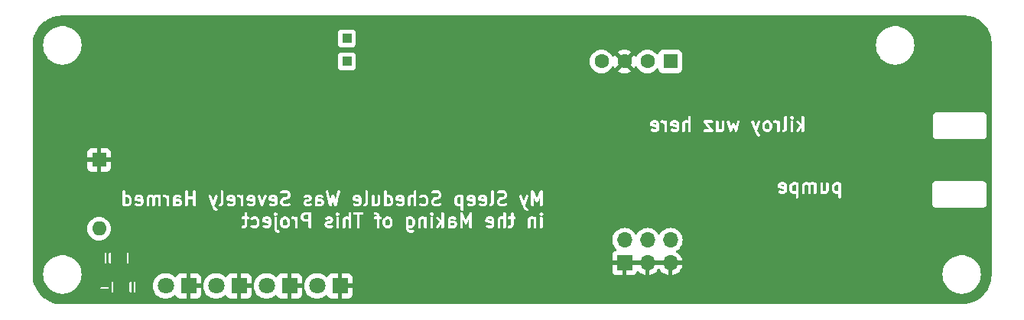
<source format=gbr>
%TF.GenerationSoftware,KiCad,Pcbnew,8.0.1*%
%TF.CreationDate,2025-08-12T22:43:48+02:00*%
%TF.ProjectId,niclas-alarmmelder-pro,6e69636c-6173-42d6-916c-61726d6d656c,rev?*%
%TF.SameCoordinates,Original*%
%TF.FileFunction,Copper,L2,Bot*%
%TF.FilePolarity,Positive*%
%FSLAX46Y46*%
G04 Gerber Fmt 4.6, Leading zero omitted, Abs format (unit mm)*
G04 Created by KiCad (PCBNEW 8.0.1) date 2025-08-12 22:43:48*
%MOMM*%
%LPD*%
G01*
G04 APERTURE LIST*
%ADD10C,0.300000*%
%ADD11C,0.200000*%
%TA.AperFunction,ComponentPad*%
%ADD12R,1.700000X1.700000*%
%TD*%
%TA.AperFunction,ComponentPad*%
%ADD13O,1.700000X1.700000*%
%TD*%
%TA.AperFunction,ComponentPad*%
%ADD14R,1.800000X1.800000*%
%TD*%
%TA.AperFunction,ComponentPad*%
%ADD15C,1.800000*%
%TD*%
%TA.AperFunction,ComponentPad*%
%ADD16R,1.600000X1.600000*%
%TD*%
%TA.AperFunction,ComponentPad*%
%ADD17O,1.600000X1.600000*%
%TD*%
%TA.AperFunction,ComponentPad*%
%ADD18C,1.600000*%
%TD*%
%TA.AperFunction,ComponentPad*%
%ADD19R,1.000000X1.000000*%
%TD*%
G04 APERTURE END LIST*
D10*
G36*
X118671668Y-66301680D02*
G01*
X118710334Y-66338671D01*
X118756829Y-66428222D01*
X118759080Y-66785855D01*
X118715777Y-66875867D01*
X118678786Y-66914532D01*
X118589059Y-66961119D01*
X118374061Y-66963086D01*
X118341469Y-66947407D01*
X118339910Y-66274633D01*
X118367060Y-66260536D01*
X118582056Y-66258569D01*
X118671668Y-66301680D01*
G37*
G36*
X102794686Y-66292135D02*
G01*
X102828209Y-66356702D01*
X102828554Y-66428664D01*
X102419018Y-66348375D01*
X102445080Y-66294199D01*
X102509916Y-66260536D01*
X102724913Y-66258569D01*
X102794686Y-66292135D01*
G37*
G36*
X104814525Y-66301680D02*
G01*
X104853191Y-66338671D01*
X104899686Y-66428222D01*
X104901937Y-66785855D01*
X104858634Y-66875867D01*
X104821643Y-66914532D01*
X104731747Y-66961206D01*
X104587975Y-66962908D01*
X104498733Y-66919975D01*
X104460071Y-66882987D01*
X104413573Y-66793432D01*
X104411322Y-66435800D01*
X104454624Y-66345789D01*
X104491616Y-66307124D01*
X104581514Y-66260449D01*
X104725284Y-66258747D01*
X104814525Y-66301680D01*
G37*
G36*
X116171668Y-66301680D02*
G01*
X116210334Y-66338671D01*
X116256829Y-66428222D01*
X116259080Y-66785855D01*
X116215777Y-66875867D01*
X116178786Y-66914532D01*
X116088890Y-66961206D01*
X115945118Y-66962908D01*
X115855876Y-66919975D01*
X115817214Y-66882987D01*
X115770716Y-66793432D01*
X115768465Y-66435800D01*
X115811767Y-66345789D01*
X115848759Y-66307124D01*
X115938657Y-66260449D01*
X116082427Y-66258747D01*
X116171668Y-66301680D01*
G37*
G36*
X123366116Y-66720707D02*
G01*
X123400029Y-66786024D01*
X123401246Y-66858721D01*
X123368179Y-66927457D01*
X123303451Y-66961064D01*
X123017155Y-66963200D01*
X122984625Y-66947550D01*
X122983712Y-66689357D01*
X123296107Y-66687027D01*
X123366116Y-66720707D01*
G37*
G36*
X127508973Y-66292135D02*
G01*
X127542496Y-66356702D01*
X127542841Y-66428664D01*
X127133305Y-66348375D01*
X127159367Y-66294199D01*
X127224203Y-66260536D01*
X127439200Y-66258569D01*
X127508973Y-66292135D01*
G37*
G36*
X107257829Y-66247255D02*
G01*
X106874670Y-66249094D01*
X106784447Y-66205689D01*
X106745782Y-66168698D01*
X106699108Y-66078802D01*
X106697406Y-65935030D01*
X106740339Y-65845788D01*
X106777328Y-65807125D01*
X106866789Y-65760676D01*
X107256908Y-65758804D01*
X107257829Y-66247255D01*
G37*
G36*
X124114083Y-63859059D02*
G01*
X124115352Y-64532553D01*
X124089062Y-64546203D01*
X123874063Y-64548170D01*
X123784450Y-64505059D01*
X123745788Y-64468071D01*
X123699290Y-64378516D01*
X123697039Y-64020884D01*
X123740341Y-63930873D01*
X123777333Y-63892208D01*
X123867062Y-63845620D01*
X124082059Y-63843653D01*
X124114083Y-63859059D01*
G37*
G36*
X87314531Y-63886764D02*
G01*
X87353197Y-63923755D01*
X87399692Y-64013306D01*
X87401943Y-64370939D01*
X87358640Y-64460951D01*
X87321649Y-64499616D01*
X87231922Y-64546203D01*
X87016924Y-64548170D01*
X86984900Y-64532764D01*
X86983631Y-63859271D01*
X87009923Y-63845620D01*
X87224919Y-63843653D01*
X87314531Y-63886764D01*
G37*
G36*
X88651835Y-63877219D02*
G01*
X88685358Y-63941786D01*
X88685703Y-64013748D01*
X88276167Y-63933459D01*
X88302229Y-63879283D01*
X88367065Y-63845620D01*
X88582062Y-63843653D01*
X88651835Y-63877219D01*
G37*
G36*
X92937549Y-64305791D02*
G01*
X92971462Y-64371108D01*
X92972679Y-64443805D01*
X92939612Y-64512541D01*
X92874884Y-64546148D01*
X92588588Y-64548284D01*
X92556058Y-64532634D01*
X92555145Y-64274441D01*
X92867540Y-64272111D01*
X92937549Y-64305791D01*
G37*
G36*
X98866120Y-63877219D02*
G01*
X98899643Y-63941786D01*
X98899988Y-64013748D01*
X98490452Y-63933459D01*
X98516514Y-63879283D01*
X98581350Y-63845620D01*
X98796347Y-63843653D01*
X98866120Y-63877219D01*
G37*
G36*
X101080405Y-63877219D02*
G01*
X101113928Y-63941786D01*
X101114273Y-64013748D01*
X100704737Y-63933459D01*
X100730799Y-63879283D01*
X100795635Y-63845620D01*
X101010632Y-63843653D01*
X101080405Y-63877219D01*
G37*
G36*
X103508976Y-63877219D02*
G01*
X103542499Y-63941786D01*
X103542844Y-64013748D01*
X103133308Y-63933459D01*
X103159370Y-63879283D01*
X103224206Y-63845620D01*
X103439203Y-63843653D01*
X103508976Y-63877219D01*
G37*
G36*
X108651833Y-64305791D02*
G01*
X108685746Y-64371108D01*
X108686963Y-64443805D01*
X108653896Y-64512541D01*
X108589168Y-64546148D01*
X108302872Y-64548284D01*
X108270342Y-64532634D01*
X108269429Y-64274441D01*
X108581824Y-64272111D01*
X108651833Y-64305791D01*
G37*
G36*
X112794690Y-63877219D02*
G01*
X112828213Y-63941786D01*
X112828558Y-64013748D01*
X112419022Y-63933459D01*
X112445084Y-63879283D01*
X112509920Y-63845620D01*
X112724917Y-63843653D01*
X112794690Y-63877219D01*
G37*
G36*
X116243100Y-63886764D02*
G01*
X116281766Y-63923755D01*
X116328261Y-64013306D01*
X116330512Y-64370939D01*
X116287209Y-64460951D01*
X116250218Y-64499616D01*
X116160491Y-64546203D01*
X115945493Y-64548170D01*
X115913469Y-64532764D01*
X115912200Y-63859271D01*
X115938492Y-63845620D01*
X116153488Y-63843653D01*
X116243100Y-63886764D01*
G37*
G36*
X117580404Y-63877219D02*
G01*
X117613927Y-63941786D01*
X117614272Y-64013748D01*
X117204736Y-63933459D01*
X117230798Y-63879283D01*
X117295634Y-63845620D01*
X117510631Y-63843653D01*
X117580404Y-63877219D01*
G37*
G36*
X125437546Y-63877219D02*
G01*
X125471069Y-63941786D01*
X125471414Y-64013748D01*
X125061878Y-63933459D01*
X125087940Y-63879283D01*
X125152776Y-63845620D01*
X125367773Y-63843653D01*
X125437546Y-63877219D01*
G37*
G36*
X126723260Y-63877219D02*
G01*
X126756783Y-63941786D01*
X126757128Y-64013748D01*
X126347592Y-63933459D01*
X126373654Y-63879283D01*
X126438490Y-63845620D01*
X126653487Y-63843653D01*
X126723260Y-63877219D01*
G37*
G36*
X133434702Y-67927495D02*
G01*
X86518541Y-67927495D01*
X86518541Y-67140092D01*
X99830941Y-67140092D01*
X99853339Y-67194164D01*
X99894723Y-67235548D01*
X99948795Y-67257946D01*
X99978059Y-67260828D01*
X100099583Y-67258793D01*
X100102154Y-67259650D01*
X100118723Y-67258472D01*
X100150180Y-67257946D01*
X100155158Y-67255883D01*
X100160534Y-67255502D01*
X100187998Y-67244992D01*
X100323888Y-67174437D01*
X100338057Y-67169714D01*
X100345622Y-67163152D01*
X100355741Y-67157899D01*
X100368063Y-67143690D01*
X100382272Y-67131368D01*
X100391594Y-67116558D01*
X100394087Y-67113684D01*
X100394856Y-67111376D01*
X100397937Y-67106482D01*
X100421183Y-67058162D01*
X100829237Y-67058162D01*
X100847745Y-67113684D01*
X100886092Y-67157899D01*
X100910977Y-67173564D01*
X101035502Y-67233470D01*
X101037580Y-67235548D01*
X101053702Y-67242226D01*
X101081298Y-67255502D01*
X101086673Y-67255883D01*
X101091652Y-67257946D01*
X101120916Y-67260828D01*
X101384175Y-67258419D01*
X101387868Y-67259650D01*
X101408296Y-67258198D01*
X101435894Y-67257946D01*
X101440872Y-67255883D01*
X101446248Y-67255502D01*
X101473712Y-67244992D01*
X101616253Y-67170983D01*
X101632822Y-67164121D01*
X101638592Y-67159385D01*
X101641455Y-67157899D01*
X101644051Y-67154905D01*
X101655553Y-67145466D01*
X101727454Y-67070310D01*
X101739415Y-67059938D01*
X101743332Y-67053714D01*
X101745637Y-67051306D01*
X101747153Y-67047644D01*
X101755080Y-67035053D01*
X101814986Y-66910527D01*
X101817064Y-66908450D01*
X101823742Y-66892327D01*
X101837018Y-66864732D01*
X101837399Y-66859356D01*
X101839462Y-66854378D01*
X101842344Y-66825114D01*
X101840095Y-66467814D01*
X102113773Y-66467814D01*
X102116383Y-66481009D01*
X102116655Y-66497235D01*
X102122279Y-66510812D01*
X102125131Y-66525229D01*
X102133369Y-66537586D01*
X102139053Y-66551307D01*
X102149445Y-66561699D01*
X102157596Y-66573925D01*
X102169934Y-66582188D01*
X102180437Y-66592691D01*
X102194013Y-66598314D01*
X102206225Y-66606493D01*
X102234356Y-66615058D01*
X102234504Y-66615087D01*
X102234509Y-66615089D01*
X102234514Y-66615089D01*
X102830009Y-66731834D01*
X102830610Y-66857072D01*
X102796749Y-66927457D01*
X102731916Y-66961119D01*
X102516917Y-66963086D01*
X102374819Y-66894726D01*
X102316439Y-66890578D01*
X102260917Y-66909086D01*
X102216702Y-66947433D01*
X102190527Y-66999782D01*
X102186379Y-67058162D01*
X102204887Y-67113684D01*
X102243234Y-67157899D01*
X102268119Y-67173564D01*
X102392644Y-67233470D01*
X102394722Y-67235548D01*
X102410844Y-67242226D01*
X102438440Y-67255502D01*
X102443815Y-67255883D01*
X102448794Y-67257946D01*
X102478058Y-67260828D01*
X102741318Y-67258419D01*
X102745011Y-67259650D01*
X102765439Y-67258198D01*
X102793037Y-67257946D01*
X102798015Y-67255883D01*
X102803391Y-67255502D01*
X102830855Y-67244992D01*
X102966744Y-67174437D01*
X102980915Y-67169714D01*
X102988481Y-67163151D01*
X102998598Y-67157899D01*
X103010919Y-67143691D01*
X103025130Y-67131367D01*
X103034450Y-67116559D01*
X103036944Y-67113684D01*
X103037713Y-67111374D01*
X103040794Y-67106481D01*
X103100700Y-66981955D01*
X103102778Y-66979878D01*
X103109456Y-66963755D01*
X103122732Y-66936160D01*
X103123113Y-66930784D01*
X103125176Y-66925806D01*
X103128058Y-66896542D01*
X103126720Y-66617679D01*
X103128059Y-66610985D01*
X103126653Y-66603882D01*
X103125427Y-66348233D01*
X103126880Y-66343876D01*
X103125299Y-66321634D01*
X103125176Y-66295850D01*
X103123113Y-66290871D01*
X103122732Y-66285496D01*
X103112222Y-66258033D01*
X103041667Y-66122143D01*
X103037896Y-66110828D01*
X103470916Y-66110828D01*
X103473682Y-67373015D01*
X103472094Y-67377780D01*
X103473743Y-67400997D01*
X103473798Y-67425806D01*
X103475860Y-67430784D01*
X103476242Y-67436160D01*
X103486752Y-67463623D01*
X103557305Y-67599512D01*
X103562030Y-67613684D01*
X103568592Y-67621251D01*
X103573845Y-67631367D01*
X103588054Y-67643691D01*
X103600377Y-67657899D01*
X103615181Y-67667218D01*
X103618059Y-67669714D01*
X103620369Y-67670484D01*
X103625262Y-67673564D01*
X103749787Y-67733470D01*
X103751865Y-67735548D01*
X103767987Y-67742226D01*
X103795583Y-67755502D01*
X103800958Y-67755883D01*
X103805937Y-67757946D01*
X103835201Y-67760828D01*
X103935894Y-67757946D01*
X103989966Y-67735548D01*
X104031350Y-67694164D01*
X104053748Y-67640092D01*
X104053748Y-67581564D01*
X104031350Y-67527492D01*
X103989966Y-67486108D01*
X103935894Y-67463710D01*
X103906630Y-67460828D01*
X103871457Y-67461834D01*
X103804287Y-67429520D01*
X103770847Y-67365112D01*
X103768724Y-66396542D01*
X104113773Y-66396542D01*
X104116326Y-66802225D01*
X104114951Y-66806353D01*
X104116488Y-66827992D01*
X104116655Y-66854378D01*
X104118718Y-66859358D01*
X104119100Y-66864733D01*
X104129609Y-66892196D01*
X104203620Y-67034742D01*
X104210481Y-67051305D01*
X104215215Y-67057074D01*
X104216703Y-67059939D01*
X104219697Y-67062536D01*
X104229135Y-67074036D01*
X104304288Y-67145937D01*
X104314663Y-67157899D01*
X104320886Y-67161816D01*
X104323294Y-67164120D01*
X104326953Y-67165635D01*
X104339548Y-67173564D01*
X104464073Y-67233470D01*
X104466151Y-67235548D01*
X104482273Y-67242226D01*
X104509869Y-67255502D01*
X104515244Y-67255883D01*
X104520223Y-67257946D01*
X104549487Y-67260828D01*
X104741720Y-67258553D01*
X104745011Y-67259650D01*
X104764189Y-67258287D01*
X104793037Y-67257946D01*
X104798015Y-67255883D01*
X104803391Y-67255502D01*
X104830855Y-67244992D01*
X104973396Y-67170983D01*
X104989965Y-67164121D01*
X104995735Y-67159385D01*
X104998598Y-67157899D01*
X105001194Y-67154905D01*
X105012696Y-67145466D01*
X105084597Y-67070310D01*
X105096558Y-67059938D01*
X105100475Y-67053714D01*
X105102780Y-67051306D01*
X105104296Y-67047644D01*
X105112223Y-67035053D01*
X105172129Y-66910527D01*
X105174207Y-66908450D01*
X105180885Y-66892327D01*
X105194161Y-66864732D01*
X105194542Y-66859356D01*
X105196605Y-66854378D01*
X105199487Y-66825114D01*
X105196933Y-66419431D01*
X105198309Y-66415304D01*
X105196771Y-66393658D01*
X105196605Y-66367278D01*
X105194542Y-66362299D01*
X105194161Y-66356924D01*
X105183651Y-66329461D01*
X105109642Y-66186918D01*
X105102779Y-66170349D01*
X105098043Y-66164578D01*
X105096558Y-66161718D01*
X105093566Y-66159123D01*
X105084124Y-66147618D01*
X105076257Y-66140092D01*
X105330940Y-66140092D01*
X105353338Y-66194164D01*
X105394722Y-66235548D01*
X105448794Y-66257946D01*
X105478058Y-66260828D01*
X105583094Y-66259069D01*
X105671669Y-66301681D01*
X105710333Y-66338671D01*
X105757522Y-66429557D01*
X105759512Y-67140092D01*
X105781910Y-67194164D01*
X105823294Y-67235548D01*
X105877366Y-67257946D01*
X105935894Y-67257946D01*
X105989966Y-67235548D01*
X106031350Y-67194164D01*
X106053748Y-67140092D01*
X106056630Y-67110828D01*
X106054688Y-66417592D01*
X106055452Y-66415303D01*
X106054650Y-66404031D01*
X106053748Y-66081564D01*
X106031350Y-66027492D01*
X105989966Y-65986108D01*
X105935894Y-65963710D01*
X105877366Y-65963710D01*
X105823294Y-65986108D01*
X105783898Y-66025503D01*
X105706327Y-65988184D01*
X105704251Y-65986108D01*
X105688133Y-65979431D01*
X105660534Y-65966154D01*
X105655156Y-65965771D01*
X105650179Y-65963710D01*
X105620915Y-65960828D01*
X105448794Y-65963710D01*
X105394722Y-65986108D01*
X105353338Y-66027492D01*
X105330940Y-66081564D01*
X105330940Y-66140092D01*
X105076257Y-66140092D01*
X105008977Y-66075725D01*
X104998598Y-66063758D01*
X104992369Y-66059837D01*
X104989964Y-66057536D01*
X104986307Y-66056021D01*
X104973712Y-66048093D01*
X104849187Y-65988186D01*
X104847109Y-65986108D01*
X104830977Y-65979426D01*
X104803392Y-65966155D01*
X104798017Y-65965773D01*
X104793037Y-65963710D01*
X104763773Y-65960828D01*
X104571538Y-65963102D01*
X104568248Y-65962006D01*
X104549075Y-65963368D01*
X104520223Y-65963710D01*
X104515242Y-65965773D01*
X104509868Y-65966155D01*
X104482404Y-65976664D01*
X104339861Y-66050674D01*
X104323294Y-66057536D01*
X104317522Y-66062272D01*
X104314662Y-66063758D01*
X104312066Y-66066750D01*
X104300564Y-66076191D01*
X104228667Y-66151340D01*
X104216703Y-66161717D01*
X104212784Y-66167942D01*
X104210481Y-66170350D01*
X104208965Y-66174009D01*
X104201038Y-66186603D01*
X104141131Y-66311127D01*
X104139053Y-66313206D01*
X104132371Y-66329337D01*
X104119100Y-66356923D01*
X104118718Y-66362297D01*
X104116655Y-66367278D01*
X104113773Y-66396542D01*
X103768724Y-66396542D01*
X103768034Y-66081564D01*
X103745636Y-66027492D01*
X103704252Y-65986108D01*
X103650180Y-65963710D01*
X103591652Y-65963710D01*
X103537580Y-65986108D01*
X103496196Y-66027492D01*
X103473798Y-66081564D01*
X103470916Y-66110828D01*
X103037896Y-66110828D01*
X103036944Y-66107973D01*
X103030381Y-66100405D01*
X103025129Y-66090290D01*
X103010922Y-66077969D01*
X102998598Y-66063758D01*
X102983787Y-66054435D01*
X102980914Y-66051943D01*
X102978606Y-66051173D01*
X102973712Y-66048093D01*
X102849187Y-65988186D01*
X102847109Y-65986108D01*
X102830977Y-65979426D01*
X102803392Y-65966155D01*
X102798017Y-65965773D01*
X102793037Y-65963710D01*
X102763773Y-65960828D01*
X102500511Y-65963236D01*
X102496819Y-65962006D01*
X102476395Y-65963457D01*
X102448794Y-65963710D01*
X102443813Y-65965773D01*
X102438439Y-65966155D01*
X102410975Y-65976664D01*
X102275084Y-66047220D01*
X102260917Y-66051943D01*
X102253351Y-66058504D01*
X102243233Y-66063758D01*
X102230909Y-66077967D01*
X102216702Y-66090289D01*
X102207382Y-66105094D01*
X102204886Y-66107973D01*
X102204115Y-66110284D01*
X102201037Y-66115175D01*
X102141130Y-66239700D01*
X102139053Y-66241778D01*
X102132374Y-66257900D01*
X102119099Y-66285496D01*
X102118717Y-66290871D01*
X102116655Y-66295850D01*
X102113773Y-66325114D01*
X102115977Y-66456789D01*
X102113773Y-66467814D01*
X101840095Y-66467814D01*
X101839790Y-66419431D01*
X101841166Y-66415304D01*
X101839628Y-66393658D01*
X101839462Y-66367278D01*
X101837399Y-66362299D01*
X101837018Y-66356924D01*
X101826508Y-66329461D01*
X101752499Y-66186918D01*
X101745636Y-66170349D01*
X101740900Y-66164578D01*
X101739415Y-66161718D01*
X101736423Y-66159123D01*
X101726981Y-66147618D01*
X101651834Y-66075725D01*
X101641455Y-66063758D01*
X101635226Y-66059837D01*
X101632821Y-66057536D01*
X101629164Y-66056021D01*
X101616569Y-66048093D01*
X101492044Y-65988186D01*
X101489966Y-65986108D01*
X101473834Y-65979426D01*
X101446249Y-65966155D01*
X101440874Y-65965773D01*
X101435894Y-65963710D01*
X101406630Y-65960828D01*
X101143369Y-65963236D01*
X101139677Y-65962006D01*
X101119253Y-65963457D01*
X101091652Y-65963710D01*
X101086671Y-65965773D01*
X101081297Y-65966155D01*
X101053833Y-65976664D01*
X100886091Y-66063758D01*
X100847744Y-66107973D01*
X100829237Y-66163496D01*
X100833386Y-66221876D01*
X100859560Y-66274225D01*
X100903775Y-66312572D01*
X100959298Y-66331079D01*
X101017678Y-66326930D01*
X101045141Y-66316421D01*
X101152774Y-66260536D01*
X101367770Y-66258569D01*
X101457382Y-66301680D01*
X101496048Y-66338671D01*
X101542543Y-66428222D01*
X101544794Y-66785855D01*
X101501491Y-66875867D01*
X101464500Y-66914532D01*
X101374773Y-66961119D01*
X101159775Y-66963086D01*
X101017677Y-66894726D01*
X100959297Y-66890578D01*
X100903775Y-66909086D01*
X100859560Y-66947433D01*
X100833385Y-66999782D01*
X100829237Y-67058162D01*
X100421183Y-67058162D01*
X100457845Y-66981954D01*
X100459922Y-66979878D01*
X100466598Y-66963760D01*
X100479876Y-66936161D01*
X100480258Y-66930783D01*
X100482320Y-66925806D01*
X100485202Y-66896542D01*
X100483803Y-66258401D01*
X100578751Y-66257946D01*
X100632823Y-66235548D01*
X100674207Y-66194164D01*
X100696605Y-66140092D01*
X100696605Y-66081564D01*
X100674207Y-66027492D01*
X100632823Y-65986108D01*
X100578751Y-65963710D01*
X100549487Y-65960828D01*
X100483151Y-65961146D01*
X100482605Y-65711521D01*
X103402369Y-65711521D01*
X103407713Y-65724421D01*
X103424766Y-65765592D01*
X103424767Y-65765593D01*
X103443422Y-65788324D01*
X103537580Y-65878405D01*
X103537581Y-65878406D01*
X103569255Y-65891525D01*
X103591652Y-65900803D01*
X103591653Y-65900803D01*
X103591654Y-65900803D01*
X103650179Y-65900803D01*
X103650180Y-65900803D01*
X103660466Y-65896542D01*
X106399487Y-65896542D01*
X106401761Y-66088775D01*
X106400665Y-66092066D01*
X106402027Y-66111244D01*
X106402369Y-66140092D01*
X106404431Y-66145070D01*
X106404813Y-66150446D01*
X106415323Y-66177910D01*
X106489331Y-66320451D01*
X106496194Y-66337020D01*
X106500929Y-66342790D01*
X106502416Y-66345653D01*
X106505409Y-66348249D01*
X106514849Y-66359751D01*
X106590004Y-66431652D01*
X106600377Y-66443613D01*
X106606600Y-66447530D01*
X106609009Y-66449835D01*
X106612670Y-66451351D01*
X106625262Y-66459278D01*
X106749787Y-66519184D01*
X106751865Y-66521262D01*
X106767987Y-66527940D01*
X106795583Y-66541216D01*
X106800958Y-66541597D01*
X106805937Y-66543660D01*
X106835201Y-66546542D01*
X107258389Y-66544511D01*
X107259512Y-67140092D01*
X107281910Y-67194164D01*
X107323294Y-67235548D01*
X107377366Y-67257946D01*
X107435894Y-67257946D01*
X107489966Y-67235548D01*
X107531350Y-67194164D01*
X107553748Y-67140092D01*
X107556630Y-67110828D01*
X107556092Y-66825114D01*
X109042344Y-66825114D01*
X109043825Y-66876869D01*
X109043522Y-66877780D01*
X109044073Y-66885543D01*
X109045226Y-66925806D01*
X109047287Y-66930783D01*
X109047670Y-66936161D01*
X109058180Y-66963624D01*
X109128736Y-67099515D01*
X109133459Y-67113684D01*
X109140020Y-67121249D01*
X109145274Y-67131368D01*
X109159485Y-67143692D01*
X109171806Y-67157899D01*
X109186613Y-67167220D01*
X109189489Y-67169714D01*
X109191797Y-67170483D01*
X109196691Y-67173564D01*
X109321216Y-67233470D01*
X109323294Y-67235548D01*
X109339416Y-67242226D01*
X109367012Y-67255502D01*
X109372387Y-67255883D01*
X109377366Y-67257946D01*
X109406630Y-67260828D01*
X109669889Y-67258419D01*
X109673582Y-67259650D01*
X109694010Y-67258198D01*
X109721608Y-67257946D01*
X109726586Y-67255883D01*
X109731962Y-67255502D01*
X109759426Y-67244992D01*
X109927169Y-67157899D01*
X109965515Y-67113684D01*
X109984023Y-67058162D01*
X109979875Y-66999782D01*
X109953701Y-66947433D01*
X109909486Y-66909086D01*
X109853963Y-66890578D01*
X109795583Y-66894726D01*
X109768120Y-66905236D01*
X109660487Y-66961119D01*
X109445489Y-66963086D01*
X109375715Y-66929520D01*
X109341395Y-66863419D01*
X109341337Y-66861371D01*
X109373652Y-66794200D01*
X109438657Y-66760449D01*
X109598863Y-66758553D01*
X109602154Y-66759650D01*
X109621332Y-66758287D01*
X109650180Y-66757946D01*
X109655158Y-66755883D01*
X109660534Y-66755502D01*
X109687998Y-66744992D01*
X109823887Y-66674437D01*
X109838058Y-66669714D01*
X109845624Y-66663151D01*
X109855741Y-66657899D01*
X109868062Y-66643691D01*
X109882273Y-66631367D01*
X109891593Y-66616559D01*
X109894087Y-66613684D01*
X109894856Y-66611374D01*
X109897937Y-66606481D01*
X109957843Y-66481955D01*
X109959921Y-66479878D01*
X109966599Y-66463755D01*
X109979875Y-66436160D01*
X109980256Y-66430784D01*
X109982319Y-66425806D01*
X109985201Y-66396542D01*
X109983719Y-66344786D01*
X109984023Y-66343876D01*
X109983471Y-66336112D01*
X109982319Y-66295850D01*
X109980256Y-66290871D01*
X109979875Y-66285496D01*
X109969365Y-66258033D01*
X109898810Y-66122143D01*
X109895039Y-66110828D01*
X110328059Y-66110828D01*
X110330941Y-67140092D01*
X110353339Y-67194164D01*
X110394723Y-67235548D01*
X110448795Y-67257946D01*
X110507323Y-67257946D01*
X110561395Y-67235548D01*
X110602779Y-67194164D01*
X110625177Y-67140092D01*
X110628059Y-67110828D01*
X110625859Y-66325114D01*
X111042345Y-66325114D01*
X111045227Y-67140092D01*
X111067625Y-67194164D01*
X111109009Y-67235548D01*
X111163081Y-67257946D01*
X111221609Y-67257946D01*
X111275681Y-67235548D01*
X111317065Y-67194164D01*
X111339463Y-67140092D01*
X111342345Y-67110828D01*
X111339706Y-66364762D01*
X111373652Y-66294199D01*
X111438657Y-66260449D01*
X111582427Y-66258747D01*
X111671668Y-66301680D01*
X111686530Y-66315898D01*
X111688084Y-67140092D01*
X111710482Y-67194164D01*
X111751866Y-67235548D01*
X111805938Y-67257946D01*
X111864466Y-67257946D01*
X111918538Y-67235548D01*
X111959922Y-67194164D01*
X111982320Y-67140092D01*
X111985202Y-67110828D01*
X111982430Y-65640092D01*
X112188084Y-65640092D01*
X112210482Y-65694164D01*
X112251866Y-65735548D01*
X112305938Y-65757946D01*
X112335202Y-65760828D01*
X112614053Y-65759921D01*
X112616655Y-67140092D01*
X112639053Y-67194164D01*
X112680437Y-67235548D01*
X112734509Y-67257946D01*
X112793037Y-67257946D01*
X112847109Y-67235548D01*
X112888493Y-67194164D01*
X112910891Y-67140092D01*
X112913773Y-67110828D01*
X112911943Y-66140092D01*
X114473798Y-66140092D01*
X114496196Y-66194164D01*
X114537580Y-66235548D01*
X114591652Y-66257946D01*
X114620916Y-66260828D01*
X114829011Y-66259829D01*
X114830941Y-67140092D01*
X114853339Y-67194164D01*
X114894723Y-67235548D01*
X114948795Y-67257946D01*
X115007323Y-67257946D01*
X115061395Y-67235548D01*
X115102779Y-67194164D01*
X115125177Y-67140092D01*
X115128059Y-67110828D01*
X115126493Y-66396542D01*
X115470916Y-66396542D01*
X115473469Y-66802225D01*
X115472094Y-66806353D01*
X115473631Y-66827992D01*
X115473798Y-66854378D01*
X115475861Y-66859358D01*
X115476243Y-66864733D01*
X115486752Y-66892196D01*
X115560763Y-67034742D01*
X115567624Y-67051305D01*
X115572358Y-67057074D01*
X115573846Y-67059939D01*
X115576840Y-67062536D01*
X115586278Y-67074036D01*
X115661431Y-67145937D01*
X115671806Y-67157899D01*
X115678029Y-67161816D01*
X115680437Y-67164120D01*
X115684096Y-67165635D01*
X115696691Y-67173564D01*
X115821216Y-67233470D01*
X115823294Y-67235548D01*
X115839416Y-67242226D01*
X115867012Y-67255502D01*
X115872387Y-67255883D01*
X115877366Y-67257946D01*
X115906630Y-67260828D01*
X116098863Y-67258553D01*
X116102154Y-67259650D01*
X116121332Y-67258287D01*
X116150180Y-67257946D01*
X116155158Y-67255883D01*
X116160534Y-67255502D01*
X116187998Y-67244992D01*
X116330539Y-67170983D01*
X116347108Y-67164121D01*
X116352878Y-67159385D01*
X116355741Y-67157899D01*
X116358337Y-67154905D01*
X116369839Y-67145466D01*
X116441740Y-67070310D01*
X116453701Y-67059938D01*
X116457618Y-67053714D01*
X116459923Y-67051306D01*
X116461439Y-67047644D01*
X116469366Y-67035053D01*
X116529272Y-66910527D01*
X116531350Y-66908450D01*
X116538028Y-66892327D01*
X116551304Y-66864732D01*
X116551685Y-66859356D01*
X116553748Y-66854378D01*
X116556630Y-66825114D01*
X116554076Y-66419431D01*
X116555452Y-66415304D01*
X116553914Y-66393658D01*
X116553748Y-66367278D01*
X116551685Y-66362299D01*
X116551304Y-66356924D01*
X116540794Y-66329461D01*
X116466785Y-66186918D01*
X116459922Y-66170349D01*
X116455186Y-66164578D01*
X116453701Y-66161718D01*
X116450709Y-66159123D01*
X116441267Y-66147618D01*
X116402812Y-66110828D01*
X118042345Y-66110828D01*
X118044508Y-67044293D01*
X118043523Y-67058162D01*
X118044547Y-67061235D01*
X118045104Y-67301607D01*
X118043523Y-67306352D01*
X118045169Y-67329523D01*
X118045227Y-67354378D01*
X118047289Y-67359356D01*
X118047671Y-67364732D01*
X118058181Y-67392196D01*
X118132189Y-67534737D01*
X118139052Y-67551306D01*
X118143787Y-67557076D01*
X118145274Y-67559939D01*
X118148267Y-67562535D01*
X118157707Y-67574037D01*
X118232862Y-67645938D01*
X118243235Y-67657899D01*
X118249458Y-67661816D01*
X118251867Y-67664121D01*
X118255528Y-67665637D01*
X118268120Y-67673564D01*
X118392645Y-67733470D01*
X118394723Y-67735548D01*
X118410845Y-67742226D01*
X118438441Y-67755502D01*
X118443816Y-67755883D01*
X118448795Y-67757946D01*
X118478059Y-67760828D01*
X118670292Y-67758553D01*
X118673583Y-67759650D01*
X118692761Y-67758287D01*
X118721609Y-67757946D01*
X118726587Y-67755883D01*
X118731963Y-67755502D01*
X118759427Y-67744992D01*
X118927170Y-67657899D01*
X118965516Y-67613684D01*
X118984024Y-67558162D01*
X118979876Y-67499782D01*
X118953702Y-67447433D01*
X118909487Y-67409086D01*
X118853964Y-67390578D01*
X118795584Y-67394726D01*
X118768121Y-67405236D01*
X118660319Y-67461206D01*
X118516547Y-67462908D01*
X118427305Y-67419975D01*
X118388640Y-67382984D01*
X118342272Y-67293678D01*
X118342195Y-67260764D01*
X118598461Y-67258419D01*
X118602154Y-67259650D01*
X118622582Y-67258198D01*
X118650180Y-67257946D01*
X118655158Y-67255883D01*
X118660534Y-67255502D01*
X118687998Y-67244992D01*
X118830539Y-67170983D01*
X118847108Y-67164121D01*
X118852878Y-67159385D01*
X118855741Y-67157899D01*
X118858337Y-67154905D01*
X118869839Y-67145466D01*
X118941740Y-67070310D01*
X118953701Y-67059938D01*
X118957618Y-67053714D01*
X118959923Y-67051306D01*
X118961439Y-67047644D01*
X118969366Y-67035053D01*
X119029272Y-66910527D01*
X119031350Y-66908450D01*
X119038028Y-66892327D01*
X119051304Y-66864732D01*
X119051685Y-66859356D01*
X119053748Y-66854378D01*
X119056630Y-66825114D01*
X119054076Y-66419431D01*
X119055452Y-66415304D01*
X119053914Y-66393658D01*
X119053748Y-66367278D01*
X119051685Y-66362299D01*
X119051304Y-66356924D01*
X119040794Y-66329461D01*
X119038537Y-66325114D01*
X119399488Y-66325114D01*
X119402370Y-67140092D01*
X119424768Y-67194164D01*
X119466152Y-67235548D01*
X119520224Y-67257946D01*
X119578752Y-67257946D01*
X119632824Y-67235548D01*
X119674208Y-67194164D01*
X119696606Y-67140092D01*
X119699488Y-67110828D01*
X119696849Y-66364762D01*
X119730795Y-66294199D01*
X119795800Y-66260449D01*
X119939570Y-66258747D01*
X120028811Y-66301680D01*
X120042917Y-66315174D01*
X120045227Y-67140092D01*
X120067625Y-67194164D01*
X120109009Y-67235548D01*
X120163081Y-67257946D01*
X120221609Y-67257946D01*
X120275681Y-67235548D01*
X120317065Y-67194164D01*
X120339463Y-67140092D01*
X120342345Y-67110828D01*
X120339545Y-66110828D01*
X120756631Y-66110828D01*
X120759513Y-67140092D01*
X120781911Y-67194164D01*
X120823295Y-67235548D01*
X120877367Y-67257946D01*
X120935895Y-67257946D01*
X120989967Y-67235548D01*
X121031351Y-67194164D01*
X121053749Y-67140092D01*
X121056631Y-67110828D01*
X121056608Y-67102665D01*
X121399710Y-67102665D01*
X121407987Y-67160602D01*
X121437806Y-67210964D01*
X121484628Y-67246081D01*
X121541325Y-67260606D01*
X121599262Y-67252329D01*
X121649624Y-67222510D01*
X121669488Y-67200828D01*
X121973144Y-66792667D01*
X121973799Y-67140092D01*
X121996197Y-67194164D01*
X122037581Y-67235548D01*
X122091653Y-67257946D01*
X122150181Y-67257946D01*
X122204253Y-67235548D01*
X122245637Y-67194164D01*
X122268035Y-67140092D01*
X122270917Y-67110828D01*
X122269436Y-66325114D01*
X122685203Y-66325114D01*
X122687728Y-67039200D01*
X122686381Y-67058162D01*
X122687810Y-67062450D01*
X122688085Y-67140092D01*
X122710483Y-67194164D01*
X122751867Y-67235548D01*
X122805939Y-67257946D01*
X122864467Y-67257946D01*
X122906631Y-67240480D01*
X122910846Y-67242226D01*
X122938442Y-67255502D01*
X122943817Y-67255883D01*
X122948796Y-67257946D01*
X122978060Y-67260828D01*
X123312492Y-67258333D01*
X123316441Y-67259650D01*
X123337603Y-67258146D01*
X123364467Y-67257946D01*
X123369445Y-67255883D01*
X123374821Y-67255502D01*
X123402285Y-67244992D01*
X123538174Y-67174437D01*
X123552345Y-67169714D01*
X123559911Y-67163151D01*
X123570028Y-67157899D01*
X123582349Y-67143691D01*
X123596560Y-67131367D01*
X123605880Y-67116559D01*
X123608374Y-67113684D01*
X123609143Y-67111374D01*
X123612224Y-67106481D01*
X123672130Y-66981955D01*
X123674208Y-66979878D01*
X123680886Y-66963755D01*
X123694162Y-66936160D01*
X123694543Y-66930784D01*
X123696606Y-66925806D01*
X123699488Y-66896542D01*
X123697453Y-66775017D01*
X123698310Y-66772447D01*
X123697132Y-66755877D01*
X123696606Y-66724421D01*
X123694543Y-66719442D01*
X123694162Y-66714067D01*
X123683652Y-66686604D01*
X123613097Y-66550715D01*
X123608374Y-66536544D01*
X123601811Y-66528976D01*
X123596559Y-66518861D01*
X123582352Y-66506540D01*
X123570028Y-66492329D01*
X123555217Y-66483006D01*
X123552344Y-66480514D01*
X123550036Y-66479744D01*
X123545142Y-66476664D01*
X123420616Y-66416757D01*
X123418539Y-66414680D01*
X123402416Y-66408001D01*
X123374821Y-66394726D01*
X123369445Y-66394344D01*
X123364467Y-66392282D01*
X123335203Y-66389400D01*
X123017155Y-66391772D01*
X122982601Y-66375148D01*
X122982564Y-66364762D01*
X123016510Y-66294199D01*
X123081346Y-66260536D01*
X123296343Y-66258569D01*
X123438441Y-66326930D01*
X123496821Y-66331079D01*
X123552343Y-66312572D01*
X123596559Y-66274225D01*
X123622733Y-66221876D01*
X123626882Y-66163496D01*
X123608374Y-66107973D01*
X123570028Y-66063758D01*
X123545142Y-66048093D01*
X123420617Y-65988186D01*
X123418539Y-65986108D01*
X123402407Y-65979426D01*
X123374822Y-65966155D01*
X123369447Y-65965773D01*
X123364467Y-65963710D01*
X123335203Y-65960828D01*
X123071941Y-65963236D01*
X123068249Y-65962006D01*
X123047825Y-65963457D01*
X123020224Y-65963710D01*
X123015243Y-65965773D01*
X123009869Y-65966155D01*
X122982405Y-65976664D01*
X122846514Y-66047220D01*
X122832347Y-66051943D01*
X122824781Y-66058504D01*
X122814663Y-66063758D01*
X122802339Y-66077967D01*
X122788132Y-66090289D01*
X122778812Y-66105094D01*
X122776316Y-66107973D01*
X122775545Y-66110284D01*
X122772467Y-66115175D01*
X122712560Y-66239700D01*
X122710483Y-66241778D01*
X122703804Y-66257900D01*
X122690529Y-66285496D01*
X122690147Y-66290871D01*
X122688085Y-66295850D01*
X122685203Y-66325114D01*
X122269436Y-66325114D01*
X122268090Y-65610828D01*
X124042346Y-65610828D01*
X124045228Y-67140092D01*
X124067626Y-67194164D01*
X124109010Y-67235548D01*
X124163082Y-67257946D01*
X124221610Y-67257946D01*
X124275682Y-67235548D01*
X124317066Y-67194164D01*
X124339464Y-67140092D01*
X124342346Y-67110828D01*
X124340779Y-66279843D01*
X124556616Y-66739494D01*
X124564086Y-66760035D01*
X124568551Y-66764911D01*
X124571406Y-66770990D01*
X124588211Y-66786380D01*
X124603613Y-66803198D01*
X124609656Y-66806018D01*
X124614569Y-66810517D01*
X124635989Y-66818306D01*
X124656651Y-66827948D01*
X124663308Y-66828240D01*
X124669571Y-66830518D01*
X124692350Y-66829517D01*
X124715121Y-66830518D01*
X124721380Y-66828241D01*
X124728042Y-66827949D01*
X124748709Y-66818304D01*
X124770124Y-66810517D01*
X124775037Y-66806017D01*
X124781079Y-66803198D01*
X124796474Y-66786385D01*
X124813287Y-66770990D01*
X124818255Y-66762601D01*
X124820606Y-66760035D01*
X124821925Y-66756405D01*
X124828273Y-66745690D01*
X125043609Y-66281375D01*
X125045228Y-67140092D01*
X125067626Y-67194164D01*
X125109010Y-67235548D01*
X125163082Y-67257946D01*
X125221610Y-67257946D01*
X125275682Y-67235548D01*
X125317066Y-67194164D01*
X125339464Y-67140092D01*
X125342346Y-67110828D01*
X125341134Y-66467814D01*
X126828060Y-66467814D01*
X126830670Y-66481009D01*
X126830942Y-66497235D01*
X126836566Y-66510812D01*
X126839418Y-66525229D01*
X126847656Y-66537586D01*
X126853340Y-66551307D01*
X126863732Y-66561699D01*
X126871883Y-66573925D01*
X126884221Y-66582188D01*
X126894724Y-66592691D01*
X126908300Y-66598314D01*
X126920512Y-66606493D01*
X126948643Y-66615058D01*
X126948791Y-66615087D01*
X126948796Y-66615089D01*
X126948801Y-66615089D01*
X127544296Y-66731834D01*
X127544897Y-66857072D01*
X127511036Y-66927457D01*
X127446203Y-66961119D01*
X127231204Y-66963086D01*
X127089106Y-66894726D01*
X127030726Y-66890578D01*
X126975204Y-66909086D01*
X126930989Y-66947433D01*
X126904814Y-66999782D01*
X126900666Y-67058162D01*
X126919174Y-67113684D01*
X126957521Y-67157899D01*
X126982406Y-67173564D01*
X127106931Y-67233470D01*
X127109009Y-67235548D01*
X127125131Y-67242226D01*
X127152727Y-67255502D01*
X127158102Y-67255883D01*
X127163081Y-67257946D01*
X127192345Y-67260828D01*
X127455605Y-67258419D01*
X127459298Y-67259650D01*
X127479726Y-67258198D01*
X127507324Y-67257946D01*
X127512302Y-67255883D01*
X127517678Y-67255502D01*
X127545142Y-67244992D01*
X127681031Y-67174437D01*
X127695202Y-67169714D01*
X127702768Y-67163151D01*
X127712885Y-67157899D01*
X127725206Y-67143691D01*
X127739417Y-67131367D01*
X127748737Y-67116559D01*
X127751231Y-67113684D01*
X127752000Y-67111374D01*
X127755081Y-67106481D01*
X127814987Y-66981955D01*
X127817065Y-66979878D01*
X127823743Y-66963755D01*
X127837019Y-66936160D01*
X127837400Y-66930784D01*
X127839463Y-66925806D01*
X127842345Y-66896542D01*
X127841007Y-66617679D01*
X127842346Y-66610985D01*
X127840940Y-66603882D01*
X127839714Y-66348233D01*
X127841167Y-66343876D01*
X127839833Y-66325114D01*
X128185203Y-66325114D01*
X128188085Y-67140092D01*
X128210483Y-67194164D01*
X128251867Y-67235548D01*
X128305939Y-67257946D01*
X128364467Y-67257946D01*
X128418539Y-67235548D01*
X128459923Y-67194164D01*
X128482321Y-67140092D01*
X128485203Y-67110828D01*
X128482564Y-66364762D01*
X128516510Y-66294199D01*
X128581515Y-66260449D01*
X128725285Y-66258747D01*
X128814526Y-66301680D01*
X128829388Y-66315898D01*
X128830942Y-67140092D01*
X128853340Y-67194164D01*
X128894724Y-67235548D01*
X128948796Y-67257946D01*
X129007324Y-67257946D01*
X129061396Y-67235548D01*
X129102780Y-67194164D01*
X129125178Y-67140092D01*
X129330942Y-67140092D01*
X129353340Y-67194164D01*
X129394724Y-67235548D01*
X129448796Y-67257946D01*
X129478060Y-67260828D01*
X129599584Y-67258793D01*
X129602155Y-67259650D01*
X129618724Y-67258472D01*
X129650181Y-67257946D01*
X129655159Y-67255883D01*
X129660535Y-67255502D01*
X129687999Y-67244992D01*
X129823889Y-67174437D01*
X129838058Y-67169714D01*
X129845623Y-67163152D01*
X129855742Y-67157899D01*
X129868064Y-67143690D01*
X129882273Y-67131368D01*
X129891595Y-67116558D01*
X129894088Y-67113684D01*
X129894857Y-67111376D01*
X129897938Y-67106482D01*
X129957846Y-66981954D01*
X129959923Y-66979878D01*
X129966599Y-66963760D01*
X129979877Y-66936161D01*
X129980259Y-66930783D01*
X129982321Y-66925806D01*
X129985203Y-66896542D01*
X129983950Y-66325114D01*
X131542346Y-66325114D01*
X131545228Y-67140092D01*
X131567626Y-67194164D01*
X131609010Y-67235548D01*
X131663082Y-67257946D01*
X131721610Y-67257946D01*
X131775682Y-67235548D01*
X131817066Y-67194164D01*
X131839464Y-67140092D01*
X131842346Y-67110828D01*
X131839707Y-66364762D01*
X131873653Y-66294199D01*
X131938658Y-66260449D01*
X132082428Y-66258747D01*
X132171669Y-66301680D01*
X132185775Y-66315174D01*
X132188085Y-67140092D01*
X132210483Y-67194164D01*
X132251867Y-67235548D01*
X132305939Y-67257946D01*
X132364467Y-67257946D01*
X132418539Y-67235548D01*
X132459923Y-67194164D01*
X132482321Y-67140092D01*
X132485203Y-67110828D01*
X132482403Y-66110828D01*
X132899489Y-66110828D01*
X132902371Y-67140092D01*
X132924769Y-67194164D01*
X132966153Y-67235548D01*
X133020225Y-67257946D01*
X133078753Y-67257946D01*
X133132825Y-67235548D01*
X133174209Y-67194164D01*
X133196607Y-67140092D01*
X133199489Y-67110828D01*
X133196607Y-66081564D01*
X133174209Y-66027492D01*
X133132825Y-65986108D01*
X133078753Y-65963710D01*
X133020225Y-65963710D01*
X132966153Y-65986108D01*
X132924769Y-66027492D01*
X132902371Y-66081564D01*
X132899489Y-66110828D01*
X132482403Y-66110828D01*
X132482321Y-66081564D01*
X132459923Y-66027492D01*
X132418539Y-65986108D01*
X132364467Y-65963710D01*
X132305939Y-65963710D01*
X132251867Y-65986108D01*
X132235672Y-66002302D01*
X132206331Y-65988186D01*
X132204253Y-65986108D01*
X132188121Y-65979426D01*
X132160536Y-65966155D01*
X132155161Y-65965773D01*
X132150181Y-65963710D01*
X132120917Y-65960828D01*
X131928682Y-65963102D01*
X131925392Y-65962006D01*
X131906219Y-65963368D01*
X131877367Y-65963710D01*
X131872386Y-65965773D01*
X131867012Y-65966155D01*
X131839548Y-65976664D01*
X131703657Y-66047220D01*
X131689490Y-66051943D01*
X131681924Y-66058504D01*
X131671806Y-66063758D01*
X131659482Y-66077967D01*
X131645275Y-66090289D01*
X131635955Y-66105094D01*
X131633459Y-66107973D01*
X131632688Y-66110284D01*
X131629610Y-66115175D01*
X131569703Y-66239700D01*
X131567626Y-66241778D01*
X131560947Y-66257900D01*
X131547672Y-66285496D01*
X131547290Y-66290871D01*
X131545228Y-66295850D01*
X131542346Y-66325114D01*
X129983950Y-66325114D01*
X129983804Y-66258401D01*
X130078752Y-66257946D01*
X130132824Y-66235548D01*
X130174208Y-66194164D01*
X130196606Y-66140092D01*
X130196606Y-66081564D01*
X130174208Y-66027492D01*
X130132824Y-65986108D01*
X130078752Y-65963710D01*
X130049488Y-65960828D01*
X129983152Y-65961146D01*
X129982606Y-65711521D01*
X132830942Y-65711521D01*
X132836286Y-65724421D01*
X132853339Y-65765592D01*
X132853340Y-65765593D01*
X132871995Y-65788324D01*
X132966153Y-65878405D01*
X132966154Y-65878406D01*
X132997828Y-65891525D01*
X133020225Y-65900803D01*
X133020226Y-65900803D01*
X133020227Y-65900803D01*
X133078752Y-65900803D01*
X133078753Y-65900803D01*
X133101150Y-65891525D01*
X133132824Y-65878406D01*
X133155555Y-65859751D01*
X133245638Y-65765593D01*
X133268034Y-65711520D01*
X133268034Y-65685112D01*
X133268035Y-65652995D01*
X133245638Y-65598922D01*
X133226984Y-65576192D01*
X133132825Y-65486108D01*
X133132824Y-65486107D01*
X133101150Y-65472987D01*
X133078753Y-65463710D01*
X133020225Y-65463710D01*
X132997828Y-65472987D01*
X132966154Y-65486107D01*
X132943423Y-65504762D01*
X132853339Y-65598922D01*
X132833623Y-65646523D01*
X132830942Y-65652995D01*
X132830942Y-65711521D01*
X129982606Y-65711521D01*
X129982321Y-65581564D01*
X129959923Y-65527492D01*
X129918539Y-65486108D01*
X129864467Y-65463710D01*
X129805939Y-65463710D01*
X129751867Y-65486108D01*
X129710483Y-65527492D01*
X129688085Y-65581564D01*
X129685203Y-65610828D01*
X129685973Y-65962572D01*
X129448796Y-65963710D01*
X129394724Y-65986108D01*
X129353340Y-66027492D01*
X129330942Y-66081564D01*
X129330942Y-66140092D01*
X129353340Y-66194164D01*
X129394724Y-66235548D01*
X129448796Y-66257946D01*
X129478060Y-66260828D01*
X129686625Y-66259827D01*
X129687933Y-66856701D01*
X129653893Y-66927457D01*
X129588578Y-66961369D01*
X129448796Y-66963710D01*
X129394724Y-66986108D01*
X129353340Y-67027492D01*
X129330942Y-67081564D01*
X129330942Y-67140092D01*
X129125178Y-67140092D01*
X129128060Y-67110828D01*
X129125178Y-65581564D01*
X129102780Y-65527492D01*
X129061396Y-65486108D01*
X129007324Y-65463710D01*
X128948796Y-65463710D01*
X128894724Y-65486108D01*
X128853340Y-65527492D01*
X128830942Y-65581564D01*
X128828060Y-65610828D01*
X128828752Y-65978355D01*
X128803393Y-65966155D01*
X128798018Y-65965773D01*
X128793038Y-65963710D01*
X128763774Y-65960828D01*
X128571539Y-65963102D01*
X128568249Y-65962006D01*
X128549076Y-65963368D01*
X128520224Y-65963710D01*
X128515243Y-65965773D01*
X128509869Y-65966155D01*
X128482405Y-65976664D01*
X128346514Y-66047220D01*
X128332347Y-66051943D01*
X128324781Y-66058504D01*
X128314663Y-66063758D01*
X128302339Y-66077967D01*
X128288132Y-66090289D01*
X128278812Y-66105094D01*
X128276316Y-66107973D01*
X128275545Y-66110284D01*
X128272467Y-66115175D01*
X128212560Y-66239700D01*
X128210483Y-66241778D01*
X128203804Y-66257900D01*
X128190529Y-66285496D01*
X128190147Y-66290871D01*
X128188085Y-66295850D01*
X128185203Y-66325114D01*
X127839833Y-66325114D01*
X127839586Y-66321634D01*
X127839463Y-66295850D01*
X127837400Y-66290871D01*
X127837019Y-66285496D01*
X127826509Y-66258033D01*
X127755954Y-66122143D01*
X127751231Y-66107973D01*
X127744668Y-66100405D01*
X127739416Y-66090290D01*
X127725209Y-66077969D01*
X127712885Y-66063758D01*
X127698074Y-66054435D01*
X127695201Y-66051943D01*
X127692893Y-66051173D01*
X127687999Y-66048093D01*
X127563474Y-65988186D01*
X127561396Y-65986108D01*
X127545264Y-65979426D01*
X127517679Y-65966155D01*
X127512304Y-65965773D01*
X127507324Y-65963710D01*
X127478060Y-65960828D01*
X127214798Y-65963236D01*
X127211106Y-65962006D01*
X127190682Y-65963457D01*
X127163081Y-65963710D01*
X127158100Y-65965773D01*
X127152726Y-65966155D01*
X127125262Y-65976664D01*
X126989371Y-66047220D01*
X126975204Y-66051943D01*
X126967638Y-66058504D01*
X126957520Y-66063758D01*
X126945196Y-66077967D01*
X126930989Y-66090289D01*
X126921669Y-66105094D01*
X126919173Y-66107973D01*
X126918402Y-66110284D01*
X126915324Y-66115175D01*
X126855417Y-66239700D01*
X126853340Y-66241778D01*
X126846661Y-66257900D01*
X126833386Y-66285496D01*
X126833004Y-66290871D01*
X126830942Y-66295850D01*
X126828060Y-66325114D01*
X126830264Y-66456789D01*
X126828060Y-66467814D01*
X125341134Y-66467814D01*
X125339522Y-65612720D01*
X125340607Y-65588052D01*
X125339470Y-65584926D01*
X125339464Y-65581564D01*
X125329503Y-65557518D01*
X125320606Y-65533050D01*
X125318346Y-65530582D01*
X125317066Y-65527492D01*
X125298668Y-65509094D01*
X125281079Y-65489887D01*
X125278045Y-65488471D01*
X125275682Y-65486108D01*
X125251651Y-65476154D01*
X125228042Y-65465136D01*
X125224697Y-65464989D01*
X125221610Y-65463710D01*
X125195586Y-65463710D01*
X125169571Y-65462567D01*
X125166428Y-65463710D01*
X125163082Y-65463710D01*
X125139029Y-65473673D01*
X125114569Y-65482568D01*
X125112101Y-65484827D01*
X125109010Y-65486108D01*
X125090601Y-65504516D01*
X125071406Y-65522095D01*
X125069056Y-65526061D01*
X125067626Y-65527492D01*
X125066270Y-65530764D01*
X125056419Y-65547395D01*
X124693062Y-66330874D01*
X124326383Y-65549984D01*
X124317066Y-65527492D01*
X124314719Y-65525145D01*
X124313287Y-65522095D01*
X124294079Y-65504505D01*
X124275682Y-65486108D01*
X124272591Y-65484827D01*
X124270124Y-65482568D01*
X124245658Y-65473671D01*
X124221610Y-65463710D01*
X124218264Y-65463710D01*
X124215121Y-65462567D01*
X124189117Y-65463710D01*
X124163082Y-65463710D01*
X124159991Y-65464990D01*
X124156651Y-65465137D01*
X124133055Y-65476147D01*
X124109010Y-65486108D01*
X124106646Y-65488471D01*
X124103613Y-65489887D01*
X124086023Y-65509094D01*
X124067626Y-65527492D01*
X124066345Y-65530582D01*
X124064086Y-65533050D01*
X124055189Y-65557515D01*
X124045228Y-65581564D01*
X124044776Y-65586152D01*
X124044085Y-65588053D01*
X124044240Y-65591591D01*
X124042346Y-65610828D01*
X122268090Y-65610828D01*
X122268035Y-65581564D01*
X122245637Y-65527492D01*
X122204253Y-65486108D01*
X122150181Y-65463710D01*
X122091653Y-65463710D01*
X122037581Y-65486108D01*
X121996197Y-65527492D01*
X121973799Y-65581564D01*
X121970917Y-65610828D01*
X121972259Y-66323214D01*
X121632823Y-65986107D01*
X121578751Y-65963710D01*
X121520225Y-65963710D01*
X121466153Y-65986107D01*
X121424767Y-66027493D01*
X121402370Y-66081565D01*
X121402370Y-66140091D01*
X121424767Y-66194163D01*
X121443422Y-66216894D01*
X121781352Y-66552506D01*
X121414235Y-67045968D01*
X121399710Y-67102665D01*
X121056608Y-67102665D01*
X121053749Y-66081564D01*
X121031351Y-66027492D01*
X120989967Y-65986108D01*
X120935895Y-65963710D01*
X120877367Y-65963710D01*
X120823295Y-65986108D01*
X120781911Y-66027492D01*
X120759513Y-66081564D01*
X120756631Y-66110828D01*
X120339545Y-66110828D01*
X120339463Y-66081564D01*
X120317065Y-66027492D01*
X120275681Y-65986108D01*
X120221609Y-65963710D01*
X120163081Y-65963710D01*
X120109009Y-65986108D01*
X120092814Y-66002302D01*
X120063473Y-65988186D01*
X120061395Y-65986108D01*
X120045263Y-65979426D01*
X120017678Y-65966155D01*
X120012303Y-65965773D01*
X120007323Y-65963710D01*
X119978059Y-65960828D01*
X119785824Y-65963102D01*
X119782534Y-65962006D01*
X119763361Y-65963368D01*
X119734509Y-65963710D01*
X119729528Y-65965773D01*
X119724154Y-65966155D01*
X119696690Y-65976664D01*
X119560799Y-66047220D01*
X119546632Y-66051943D01*
X119539066Y-66058504D01*
X119528948Y-66063758D01*
X119516624Y-66077967D01*
X119502417Y-66090289D01*
X119493097Y-66105094D01*
X119490601Y-66107973D01*
X119489830Y-66110284D01*
X119486752Y-66115175D01*
X119426845Y-66239700D01*
X119424768Y-66241778D01*
X119418089Y-66257900D01*
X119404814Y-66285496D01*
X119404432Y-66290871D01*
X119402370Y-66295850D01*
X119399488Y-66325114D01*
X119038537Y-66325114D01*
X118966785Y-66186918D01*
X118959922Y-66170349D01*
X118955186Y-66164578D01*
X118953701Y-66161718D01*
X118950709Y-66159123D01*
X118941267Y-66147618D01*
X118866120Y-66075725D01*
X118855741Y-66063758D01*
X118849512Y-66059837D01*
X118847107Y-66057536D01*
X118843450Y-66056021D01*
X118830855Y-66048093D01*
X118706330Y-65988186D01*
X118704252Y-65986108D01*
X118688120Y-65979426D01*
X118660535Y-65966155D01*
X118655160Y-65965773D01*
X118650180Y-65963710D01*
X118620916Y-65960828D01*
X118357655Y-65963236D01*
X118353963Y-65962006D01*
X118333539Y-65963457D01*
X118305938Y-65963710D01*
X118300957Y-65965773D01*
X118295583Y-65966155D01*
X118268119Y-65976664D01*
X118261357Y-65980174D01*
X118221609Y-65963710D01*
X118163081Y-65963710D01*
X118109009Y-65986108D01*
X118067625Y-66027492D01*
X118045227Y-66081564D01*
X118042345Y-66110828D01*
X116402812Y-66110828D01*
X116366120Y-66075725D01*
X116355741Y-66063758D01*
X116349512Y-66059837D01*
X116347107Y-66057536D01*
X116343450Y-66056021D01*
X116330855Y-66048093D01*
X116206330Y-65988186D01*
X116204252Y-65986108D01*
X116188120Y-65979426D01*
X116160535Y-65966155D01*
X116155160Y-65965773D01*
X116150180Y-65963710D01*
X116120916Y-65960828D01*
X115928681Y-65963102D01*
X115925391Y-65962006D01*
X115906218Y-65963368D01*
X115877366Y-65963710D01*
X115872385Y-65965773D01*
X115867011Y-65966155D01*
X115839547Y-65976664D01*
X115697004Y-66050674D01*
X115680437Y-66057536D01*
X115674665Y-66062272D01*
X115671805Y-66063758D01*
X115669209Y-66066750D01*
X115657707Y-66076191D01*
X115585810Y-66151340D01*
X115573846Y-66161717D01*
X115569927Y-66167942D01*
X115567624Y-66170350D01*
X115566108Y-66174009D01*
X115558181Y-66186603D01*
X115498274Y-66311127D01*
X115496196Y-66313206D01*
X115489514Y-66329337D01*
X115476243Y-66356923D01*
X115475861Y-66362297D01*
X115473798Y-66367278D01*
X115470916Y-66396542D01*
X115126493Y-66396542D01*
X115126190Y-66258403D01*
X115221608Y-66257946D01*
X115275680Y-66235548D01*
X115317064Y-66194164D01*
X115339462Y-66140092D01*
X115339462Y-66081564D01*
X115317064Y-66027492D01*
X115275680Y-65986108D01*
X115221608Y-65963710D01*
X115192344Y-65960828D01*
X115125539Y-65961148D01*
X115125292Y-65848639D01*
X115126881Y-65843875D01*
X115125231Y-65820663D01*
X115125177Y-65795850D01*
X115123113Y-65790869D01*
X115122732Y-65785495D01*
X115112223Y-65758031D01*
X115088074Y-65711521D01*
X120688084Y-65711521D01*
X120693428Y-65724421D01*
X120710481Y-65765592D01*
X120710482Y-65765593D01*
X120729137Y-65788324D01*
X120823295Y-65878405D01*
X120823296Y-65878406D01*
X120854970Y-65891525D01*
X120877367Y-65900803D01*
X120877368Y-65900803D01*
X120877369Y-65900803D01*
X120935894Y-65900803D01*
X120935895Y-65900803D01*
X120958292Y-65891525D01*
X120989966Y-65878406D01*
X121012697Y-65859751D01*
X121102780Y-65765593D01*
X121125176Y-65711520D01*
X121125176Y-65685112D01*
X121125177Y-65652995D01*
X121102780Y-65598922D01*
X121084126Y-65576192D01*
X120989967Y-65486108D01*
X120989966Y-65486107D01*
X120958292Y-65472987D01*
X120935895Y-65463710D01*
X120877367Y-65463710D01*
X120854970Y-65472987D01*
X120823296Y-65486107D01*
X120800565Y-65504762D01*
X120710481Y-65598922D01*
X120690765Y-65646523D01*
X120688084Y-65652995D01*
X120688084Y-65711521D01*
X115088074Y-65711521D01*
X115041666Y-65622139D01*
X115036944Y-65607973D01*
X115030382Y-65600407D01*
X115025129Y-65590289D01*
X115010919Y-65577965D01*
X114998598Y-65563758D01*
X114983792Y-65554438D01*
X114980914Y-65551942D01*
X114978602Y-65551171D01*
X114973712Y-65548093D01*
X114849187Y-65488186D01*
X114847109Y-65486108D01*
X114830977Y-65479426D01*
X114803392Y-65466155D01*
X114798017Y-65465773D01*
X114793037Y-65463710D01*
X114763773Y-65460828D01*
X114591652Y-65463710D01*
X114537580Y-65486108D01*
X114496196Y-65527492D01*
X114473798Y-65581564D01*
X114473798Y-65640092D01*
X114496196Y-65694164D01*
X114537580Y-65735548D01*
X114591652Y-65757946D01*
X114620916Y-65760828D01*
X114725952Y-65759069D01*
X114794686Y-65792136D01*
X114828127Y-65856543D01*
X114828360Y-65962574D01*
X114591652Y-65963710D01*
X114537580Y-65986108D01*
X114496196Y-66027492D01*
X114473798Y-66081564D01*
X114473798Y-66140092D01*
X112911943Y-66140092D01*
X112911225Y-65758955D01*
X113221608Y-65757946D01*
X113275680Y-65735548D01*
X113317064Y-65694164D01*
X113339462Y-65640092D01*
X113339462Y-65581564D01*
X113317064Y-65527492D01*
X113275680Y-65486108D01*
X113221608Y-65463710D01*
X113192344Y-65460828D01*
X112305938Y-65463710D01*
X112251866Y-65486108D01*
X112210482Y-65527492D01*
X112188084Y-65581564D01*
X112188084Y-65640092D01*
X111982430Y-65640092D01*
X111982320Y-65581564D01*
X111959922Y-65527492D01*
X111918538Y-65486108D01*
X111864466Y-65463710D01*
X111805938Y-65463710D01*
X111751866Y-65486108D01*
X111710482Y-65527492D01*
X111688084Y-65581564D01*
X111685202Y-65610828D01*
X111685894Y-65978355D01*
X111660535Y-65966155D01*
X111655160Y-65965773D01*
X111650180Y-65963710D01*
X111620916Y-65960828D01*
X111428681Y-65963102D01*
X111425391Y-65962006D01*
X111406218Y-65963368D01*
X111377366Y-65963710D01*
X111372385Y-65965773D01*
X111367011Y-65966155D01*
X111339547Y-65976664D01*
X111203656Y-66047220D01*
X111189489Y-66051943D01*
X111181923Y-66058504D01*
X111171805Y-66063758D01*
X111159481Y-66077967D01*
X111145274Y-66090289D01*
X111135954Y-66105094D01*
X111133458Y-66107973D01*
X111132687Y-66110284D01*
X111129609Y-66115175D01*
X111069702Y-66239700D01*
X111067625Y-66241778D01*
X111060946Y-66257900D01*
X111047671Y-66285496D01*
X111047289Y-66290871D01*
X111045227Y-66295850D01*
X111042345Y-66325114D01*
X110625859Y-66325114D01*
X110625177Y-66081564D01*
X110602779Y-66027492D01*
X110561395Y-65986108D01*
X110507323Y-65963710D01*
X110448795Y-65963710D01*
X110394723Y-65986108D01*
X110353339Y-66027492D01*
X110330941Y-66081564D01*
X110328059Y-66110828D01*
X109895039Y-66110828D01*
X109894087Y-66107973D01*
X109887524Y-66100405D01*
X109882272Y-66090290D01*
X109868065Y-66077969D01*
X109855741Y-66063758D01*
X109840930Y-66054435D01*
X109838057Y-66051943D01*
X109835749Y-66051173D01*
X109830855Y-66048093D01*
X109706330Y-65988186D01*
X109704252Y-65986108D01*
X109688120Y-65979426D01*
X109660535Y-65966155D01*
X109655160Y-65965773D01*
X109650180Y-65963710D01*
X109620916Y-65960828D01*
X109428681Y-65963102D01*
X109425391Y-65962006D01*
X109406218Y-65963368D01*
X109377366Y-65963710D01*
X109372385Y-65965773D01*
X109367011Y-65966155D01*
X109339547Y-65976664D01*
X109171805Y-66063758D01*
X109133458Y-66107973D01*
X109114951Y-66163496D01*
X109119100Y-66221876D01*
X109145274Y-66274225D01*
X109189489Y-66312572D01*
X109245012Y-66331079D01*
X109303392Y-66326930D01*
X109330855Y-66316421D01*
X109438657Y-66260449D01*
X109582427Y-66258747D01*
X109651829Y-66292135D01*
X109686149Y-66358236D01*
X109686207Y-66360285D01*
X109653892Y-66427457D01*
X109588890Y-66461206D01*
X109428681Y-66463102D01*
X109425391Y-66462006D01*
X109406218Y-66463368D01*
X109377366Y-66463710D01*
X109372385Y-66465773D01*
X109367011Y-66466155D01*
X109339547Y-66476664D01*
X109203655Y-66547220D01*
X109189489Y-66551943D01*
X109181923Y-66558504D01*
X109171805Y-66563758D01*
X109159481Y-66577967D01*
X109145274Y-66590289D01*
X109135954Y-66605094D01*
X109133458Y-66607973D01*
X109132687Y-66610284D01*
X109129609Y-66615175D01*
X109069702Y-66739699D01*
X109067624Y-66741778D01*
X109060942Y-66757909D01*
X109047671Y-66785495D01*
X109047289Y-66790869D01*
X109045226Y-66795850D01*
X109042344Y-66825114D01*
X107556092Y-66825114D01*
X107553993Y-65711521D01*
X110259512Y-65711521D01*
X110264856Y-65724421D01*
X110281909Y-65765592D01*
X110281910Y-65765593D01*
X110300565Y-65788324D01*
X110394723Y-65878405D01*
X110394724Y-65878406D01*
X110426398Y-65891525D01*
X110448795Y-65900803D01*
X110448796Y-65900803D01*
X110448797Y-65900803D01*
X110507322Y-65900803D01*
X110507323Y-65900803D01*
X110529720Y-65891525D01*
X110561394Y-65878406D01*
X110584125Y-65859751D01*
X110674208Y-65765593D01*
X110696604Y-65711520D01*
X110696604Y-65685112D01*
X110696605Y-65652995D01*
X110674208Y-65598922D01*
X110655554Y-65576192D01*
X110561395Y-65486108D01*
X110561394Y-65486107D01*
X110529720Y-65472987D01*
X110507323Y-65463710D01*
X110448795Y-65463710D01*
X110426398Y-65472987D01*
X110394724Y-65486107D01*
X110371993Y-65504762D01*
X110281909Y-65598922D01*
X110262193Y-65646523D01*
X110259512Y-65652995D01*
X110259512Y-65711521D01*
X107553993Y-65711521D01*
X107553748Y-65581564D01*
X107531350Y-65527492D01*
X107489966Y-65486108D01*
X107435894Y-65463710D01*
X107406630Y-65460828D01*
X106858320Y-65463458D01*
X106853962Y-65462006D01*
X106831726Y-65463586D01*
X106805937Y-65463710D01*
X106800956Y-65465773D01*
X106795582Y-65466155D01*
X106768118Y-65476664D01*
X106625574Y-65550674D01*
X106609009Y-65557536D01*
X106603238Y-65562271D01*
X106600376Y-65563758D01*
X106597779Y-65566751D01*
X106586279Y-65576190D01*
X106514381Y-65651339D01*
X106502416Y-65661717D01*
X106498497Y-65667942D01*
X106496195Y-65670349D01*
X106494679Y-65674007D01*
X106486751Y-65686603D01*
X106426844Y-65811128D01*
X106424767Y-65813206D01*
X106418088Y-65829328D01*
X106404813Y-65856924D01*
X106404431Y-65862299D01*
X106402369Y-65867278D01*
X106399487Y-65896542D01*
X103660466Y-65896542D01*
X103672577Y-65891525D01*
X103704251Y-65878406D01*
X103726982Y-65859751D01*
X103817065Y-65765593D01*
X103839461Y-65711520D01*
X103839461Y-65685112D01*
X103839462Y-65652995D01*
X103817065Y-65598922D01*
X103798411Y-65576192D01*
X103704252Y-65486108D01*
X103704251Y-65486107D01*
X103672577Y-65472987D01*
X103650180Y-65463710D01*
X103591652Y-65463710D01*
X103569255Y-65472987D01*
X103537581Y-65486107D01*
X103514850Y-65504762D01*
X103424766Y-65598922D01*
X103405050Y-65646523D01*
X103402369Y-65652995D01*
X103402369Y-65711521D01*
X100482605Y-65711521D01*
X100482320Y-65581564D01*
X100459922Y-65527492D01*
X100418538Y-65486108D01*
X100364466Y-65463710D01*
X100305938Y-65463710D01*
X100251866Y-65486108D01*
X100210482Y-65527492D01*
X100188084Y-65581564D01*
X100185202Y-65610828D01*
X100185972Y-65962572D01*
X99948795Y-65963710D01*
X99894723Y-65986108D01*
X99853339Y-66027492D01*
X99830941Y-66081564D01*
X99830941Y-66140092D01*
X99853339Y-66194164D01*
X99894723Y-66235548D01*
X99948795Y-66257946D01*
X99978059Y-66260828D01*
X100186624Y-66259827D01*
X100187932Y-66856701D01*
X100153892Y-66927457D01*
X100088577Y-66961369D01*
X99948795Y-66963710D01*
X99894723Y-66986108D01*
X99853339Y-67027492D01*
X99830941Y-67081564D01*
X99830941Y-67140092D01*
X86518541Y-67140092D01*
X86518541Y-63195912D01*
X86685208Y-63195912D01*
X86687895Y-64622000D01*
X86686386Y-64643246D01*
X86687944Y-64647921D01*
X86688090Y-64725176D01*
X86710488Y-64779248D01*
X86751872Y-64820632D01*
X86805944Y-64843030D01*
X86864472Y-64843030D01*
X86906636Y-64825564D01*
X86910851Y-64827310D01*
X86938447Y-64840586D01*
X86943822Y-64840967D01*
X86948801Y-64843030D01*
X86978065Y-64845912D01*
X87241324Y-64843503D01*
X87245017Y-64844734D01*
X87265445Y-64843282D01*
X87293043Y-64843030D01*
X87298021Y-64840967D01*
X87303397Y-64840586D01*
X87330861Y-64830076D01*
X87473402Y-64756067D01*
X87489971Y-64749205D01*
X87495741Y-64744469D01*
X87498604Y-64742983D01*
X87501200Y-64739989D01*
X87512702Y-64730550D01*
X87584603Y-64655394D01*
X87596564Y-64645022D01*
X87600481Y-64638798D01*
X87602786Y-64636390D01*
X87604302Y-64632728D01*
X87612229Y-64620137D01*
X87672135Y-64495611D01*
X87674213Y-64493534D01*
X87680891Y-64477411D01*
X87694167Y-64449816D01*
X87694548Y-64444440D01*
X87696611Y-64439462D01*
X87699493Y-64410198D01*
X87697244Y-64052898D01*
X87970922Y-64052898D01*
X87973532Y-64066093D01*
X87973804Y-64082319D01*
X87979428Y-64095896D01*
X87982280Y-64110313D01*
X87990518Y-64122670D01*
X87996202Y-64136391D01*
X88006594Y-64146783D01*
X88014745Y-64159009D01*
X88027083Y-64167272D01*
X88037586Y-64177775D01*
X88051162Y-64183398D01*
X88063374Y-64191577D01*
X88091505Y-64200142D01*
X88091653Y-64200171D01*
X88091658Y-64200173D01*
X88091663Y-64200173D01*
X88687158Y-64316918D01*
X88687759Y-64442156D01*
X88653898Y-64512541D01*
X88589065Y-64546203D01*
X88374066Y-64548170D01*
X88231968Y-64479810D01*
X88173588Y-64475662D01*
X88118066Y-64494170D01*
X88073851Y-64532517D01*
X88047676Y-64584866D01*
X88043528Y-64643246D01*
X88062036Y-64698768D01*
X88100383Y-64742983D01*
X88125268Y-64758648D01*
X88249793Y-64818554D01*
X88251871Y-64820632D01*
X88267993Y-64827310D01*
X88295589Y-64840586D01*
X88300964Y-64840967D01*
X88305943Y-64843030D01*
X88335207Y-64845912D01*
X88598467Y-64843503D01*
X88602160Y-64844734D01*
X88622588Y-64843282D01*
X88650186Y-64843030D01*
X88655164Y-64840967D01*
X88660540Y-64840586D01*
X88688004Y-64830076D01*
X88823893Y-64759521D01*
X88838064Y-64754798D01*
X88845630Y-64748235D01*
X88855747Y-64742983D01*
X88868068Y-64728775D01*
X88882279Y-64716451D01*
X88891599Y-64701643D01*
X88894093Y-64698768D01*
X88894862Y-64696458D01*
X88897943Y-64691565D01*
X88957849Y-64567039D01*
X88959927Y-64564962D01*
X88966605Y-64548839D01*
X88979881Y-64521244D01*
X88980262Y-64515868D01*
X88982325Y-64510890D01*
X88985207Y-64481626D01*
X88983869Y-64202763D01*
X88985208Y-64196069D01*
X88983802Y-64188966D01*
X88982576Y-63933317D01*
X88984029Y-63928960D01*
X88982695Y-63910198D01*
X89328064Y-63910198D01*
X89330946Y-64725176D01*
X89353344Y-64779248D01*
X89394728Y-64820632D01*
X89448800Y-64843030D01*
X89507328Y-64843030D01*
X89561400Y-64820632D01*
X89602784Y-64779248D01*
X89625182Y-64725176D01*
X89628064Y-64695912D01*
X89625425Y-63949846D01*
X89659372Y-63879284D01*
X89724377Y-63845533D01*
X89868147Y-63843831D01*
X89937549Y-63877220D01*
X89971033Y-63941709D01*
X89973804Y-64725176D01*
X89996202Y-64779248D01*
X90037586Y-64820632D01*
X90091658Y-64843030D01*
X90150186Y-64843030D01*
X90204258Y-64820632D01*
X90245642Y-64779248D01*
X90268040Y-64725176D01*
X90270922Y-64695912D01*
X90268283Y-63949846D01*
X90302229Y-63879283D01*
X90367234Y-63845533D01*
X90511004Y-63843831D01*
X90600245Y-63886764D01*
X90614351Y-63900258D01*
X90616661Y-64725176D01*
X90639059Y-64779248D01*
X90680443Y-64820632D01*
X90734515Y-64843030D01*
X90793043Y-64843030D01*
X90847115Y-64820632D01*
X90888499Y-64779248D01*
X90910897Y-64725176D01*
X90913779Y-64695912D01*
X90911061Y-63725176D01*
X91116660Y-63725176D01*
X91139058Y-63779248D01*
X91180442Y-63820632D01*
X91234514Y-63843030D01*
X91263778Y-63845912D01*
X91368814Y-63844153D01*
X91457389Y-63886765D01*
X91496053Y-63923755D01*
X91543242Y-64014641D01*
X91545232Y-64725176D01*
X91567630Y-64779248D01*
X91609014Y-64820632D01*
X91663086Y-64843030D01*
X91721614Y-64843030D01*
X91775686Y-64820632D01*
X91817070Y-64779248D01*
X91839468Y-64725176D01*
X91842350Y-64695912D01*
X91840408Y-64002676D01*
X91841172Y-64000387D01*
X91840370Y-63989115D01*
X91840149Y-63910198D01*
X92256636Y-63910198D01*
X92259161Y-64624284D01*
X92257814Y-64643246D01*
X92259243Y-64647534D01*
X92259518Y-64725176D01*
X92281916Y-64779248D01*
X92323300Y-64820632D01*
X92377372Y-64843030D01*
X92435900Y-64843030D01*
X92478064Y-64825564D01*
X92482279Y-64827310D01*
X92509875Y-64840586D01*
X92515250Y-64840967D01*
X92520229Y-64843030D01*
X92549493Y-64845912D01*
X92883925Y-64843417D01*
X92887874Y-64844734D01*
X92909036Y-64843230D01*
X92935900Y-64843030D01*
X92940878Y-64840967D01*
X92946254Y-64840586D01*
X92973718Y-64830076D01*
X93109607Y-64759521D01*
X93123778Y-64754798D01*
X93131344Y-64748235D01*
X93141461Y-64742983D01*
X93153782Y-64728775D01*
X93167993Y-64716451D01*
X93177313Y-64701643D01*
X93179807Y-64698768D01*
X93180576Y-64696458D01*
X93183657Y-64691565D01*
X93243563Y-64567039D01*
X93245641Y-64564962D01*
X93252319Y-64548839D01*
X93265595Y-64521244D01*
X93265976Y-64515868D01*
X93268039Y-64510890D01*
X93270921Y-64481626D01*
X93268886Y-64360101D01*
X93269743Y-64357531D01*
X93268565Y-64340961D01*
X93268039Y-64309505D01*
X93265976Y-64304526D01*
X93265595Y-64299151D01*
X93255085Y-64271688D01*
X93184530Y-64135799D01*
X93179807Y-64121628D01*
X93173244Y-64114060D01*
X93167992Y-64103945D01*
X93153785Y-64091624D01*
X93141461Y-64077413D01*
X93126650Y-64068090D01*
X93123777Y-64065598D01*
X93121469Y-64064828D01*
X93116575Y-64061748D01*
X92992049Y-64001841D01*
X92989972Y-63999764D01*
X92973849Y-63993085D01*
X92946254Y-63979810D01*
X92940878Y-63979428D01*
X92935900Y-63977366D01*
X92906636Y-63974484D01*
X92588588Y-63976856D01*
X92554034Y-63960232D01*
X92553997Y-63949846D01*
X92587943Y-63879283D01*
X92652779Y-63845620D01*
X92867776Y-63843653D01*
X93009874Y-63912014D01*
X93068254Y-63916163D01*
X93123776Y-63897656D01*
X93167992Y-63859309D01*
X93194166Y-63806960D01*
X93198315Y-63748580D01*
X93179807Y-63693057D01*
X93141461Y-63648842D01*
X93116575Y-63633177D01*
X92992050Y-63573270D01*
X92989972Y-63571192D01*
X92973840Y-63564510D01*
X92946255Y-63551239D01*
X92940880Y-63550857D01*
X92935900Y-63548794D01*
X92906636Y-63545912D01*
X92643374Y-63548320D01*
X92639682Y-63547090D01*
X92619258Y-63548541D01*
X92591657Y-63548794D01*
X92586676Y-63550857D01*
X92581302Y-63551239D01*
X92553838Y-63561748D01*
X92417947Y-63632304D01*
X92403780Y-63637027D01*
X92396214Y-63643588D01*
X92386096Y-63648842D01*
X92373772Y-63663051D01*
X92359565Y-63675373D01*
X92350245Y-63690178D01*
X92347749Y-63693057D01*
X92346978Y-63695368D01*
X92343900Y-63700259D01*
X92283993Y-63824784D01*
X92281916Y-63826862D01*
X92275237Y-63842984D01*
X92261962Y-63870580D01*
X92261580Y-63875955D01*
X92259518Y-63880934D01*
X92256636Y-63910198D01*
X91840149Y-63910198D01*
X91839468Y-63666648D01*
X91817070Y-63612576D01*
X91775686Y-63571192D01*
X91721614Y-63548794D01*
X91663086Y-63548794D01*
X91609014Y-63571192D01*
X91569618Y-63610587D01*
X91492047Y-63573268D01*
X91489971Y-63571192D01*
X91473853Y-63564515D01*
X91446254Y-63551238D01*
X91440876Y-63550855D01*
X91435899Y-63548794D01*
X91406635Y-63545912D01*
X91234514Y-63548794D01*
X91180442Y-63571192D01*
X91139058Y-63612576D01*
X91116660Y-63666648D01*
X91116660Y-63725176D01*
X90911061Y-63725176D01*
X90910897Y-63666648D01*
X90888499Y-63612576D01*
X90847115Y-63571192D01*
X90793043Y-63548794D01*
X90734515Y-63548794D01*
X90680443Y-63571192D01*
X90664248Y-63587386D01*
X90634907Y-63573270D01*
X90632829Y-63571192D01*
X90616697Y-63564510D01*
X90589112Y-63551239D01*
X90583737Y-63550857D01*
X90578757Y-63548794D01*
X90549493Y-63545912D01*
X90357258Y-63548186D01*
X90353968Y-63547090D01*
X90334795Y-63548452D01*
X90305943Y-63548794D01*
X90300962Y-63550857D01*
X90295588Y-63551239D01*
X90268124Y-63561748D01*
X90132233Y-63632304D01*
X90121089Y-63636018D01*
X90116575Y-63633177D01*
X89992050Y-63573270D01*
X89989972Y-63571192D01*
X89973840Y-63564510D01*
X89946255Y-63551239D01*
X89940880Y-63550857D01*
X89935900Y-63548794D01*
X89906636Y-63545912D01*
X89714401Y-63548186D01*
X89711111Y-63547090D01*
X89691938Y-63548452D01*
X89663086Y-63548794D01*
X89658105Y-63550857D01*
X89652731Y-63551239D01*
X89625267Y-63561748D01*
X89489375Y-63632304D01*
X89475209Y-63637027D01*
X89467643Y-63643588D01*
X89457525Y-63648842D01*
X89445201Y-63663051D01*
X89430994Y-63675373D01*
X89421674Y-63690178D01*
X89419178Y-63693057D01*
X89418407Y-63695368D01*
X89415329Y-63700259D01*
X89355422Y-63824783D01*
X89353344Y-63826862D01*
X89346662Y-63842993D01*
X89333391Y-63870579D01*
X89333009Y-63875953D01*
X89330946Y-63880934D01*
X89328064Y-63910198D01*
X88982695Y-63910198D01*
X88982448Y-63906718D01*
X88982325Y-63880934D01*
X88980262Y-63875955D01*
X88979881Y-63870580D01*
X88969371Y-63843117D01*
X88898816Y-63707227D01*
X88894093Y-63693057D01*
X88887530Y-63685489D01*
X88882278Y-63675374D01*
X88868071Y-63663053D01*
X88855747Y-63648842D01*
X88840936Y-63639519D01*
X88838063Y-63637027D01*
X88835755Y-63636257D01*
X88830861Y-63633177D01*
X88706336Y-63573270D01*
X88704258Y-63571192D01*
X88688126Y-63564510D01*
X88660541Y-63551239D01*
X88655166Y-63550857D01*
X88650186Y-63548794D01*
X88620922Y-63545912D01*
X88357660Y-63548320D01*
X88353968Y-63547090D01*
X88333544Y-63548541D01*
X88305943Y-63548794D01*
X88300962Y-63550857D01*
X88295588Y-63551239D01*
X88268124Y-63561748D01*
X88132233Y-63632304D01*
X88118066Y-63637027D01*
X88110500Y-63643588D01*
X88100382Y-63648842D01*
X88088058Y-63663051D01*
X88073851Y-63675373D01*
X88064531Y-63690178D01*
X88062035Y-63693057D01*
X88061264Y-63695368D01*
X88058186Y-63700259D01*
X87998279Y-63824784D01*
X87996202Y-63826862D01*
X87989523Y-63842984D01*
X87976248Y-63870580D01*
X87975866Y-63875955D01*
X87973804Y-63880934D01*
X87970922Y-63910198D01*
X87973126Y-64041873D01*
X87970922Y-64052898D01*
X87697244Y-64052898D01*
X87696939Y-64004515D01*
X87698315Y-64000388D01*
X87696777Y-63978742D01*
X87696611Y-63952362D01*
X87694548Y-63947383D01*
X87694167Y-63942008D01*
X87683657Y-63914545D01*
X87609648Y-63772002D01*
X87602785Y-63755433D01*
X87598049Y-63749662D01*
X87596564Y-63746802D01*
X87593572Y-63744207D01*
X87584130Y-63732702D01*
X87508983Y-63660809D01*
X87498604Y-63648842D01*
X87492375Y-63644921D01*
X87489970Y-63642620D01*
X87486313Y-63641105D01*
X87473718Y-63633177D01*
X87349193Y-63573270D01*
X87347115Y-63571192D01*
X87330983Y-63564510D01*
X87303398Y-63551239D01*
X87298023Y-63550857D01*
X87293043Y-63548794D01*
X87263779Y-63545912D01*
X87000518Y-63548320D01*
X86996826Y-63547090D01*
X86983044Y-63548069D01*
X86982381Y-63195912D01*
X93613779Y-63195912D01*
X93616661Y-64725176D01*
X93639059Y-64779248D01*
X93680443Y-64820632D01*
X93734515Y-64843030D01*
X93793043Y-64843030D01*
X93847115Y-64820632D01*
X93888499Y-64779248D01*
X93910897Y-64725176D01*
X93913779Y-64695912D01*
X93912580Y-64059714D01*
X94472546Y-64057893D01*
X94473804Y-64725176D01*
X94496202Y-64779248D01*
X94537586Y-64820632D01*
X94591658Y-64843030D01*
X94650186Y-64843030D01*
X94704258Y-64820632D01*
X94745642Y-64779248D01*
X94768040Y-64725176D01*
X94770922Y-64695912D01*
X94769079Y-63717834D01*
X96186817Y-63717834D01*
X96193946Y-63746362D01*
X96544915Y-64720944D01*
X96544886Y-64723379D01*
X96546732Y-64729745D01*
X96546867Y-64732445D01*
X96548540Y-64735978D01*
X96553078Y-64751621D01*
X96709480Y-65134864D01*
X96710129Y-65135529D01*
X96710486Y-65136390D01*
X96729141Y-65159121D01*
X96804296Y-65231022D01*
X96814669Y-65242983D01*
X96820892Y-65246900D01*
X96823301Y-65249205D01*
X96826962Y-65250721D01*
X96839554Y-65258648D01*
X97009875Y-65340586D01*
X97068255Y-65344734D01*
X97123778Y-65326226D01*
X97167993Y-65287879D01*
X97194167Y-65235530D01*
X97198315Y-65177150D01*
X97179807Y-65121628D01*
X97141461Y-65077413D01*
X97116575Y-65061748D01*
X96998739Y-65005059D01*
X96964103Y-64971923D01*
X96851471Y-64695932D01*
X96858123Y-64677150D01*
X97329242Y-64677150D01*
X97333390Y-64735530D01*
X97359565Y-64787879D01*
X97403780Y-64826226D01*
X97459302Y-64844734D01*
X97517682Y-64840586D01*
X97545146Y-64830076D01*
X97681036Y-64759521D01*
X97695205Y-64754798D01*
X97702770Y-64748236D01*
X97712889Y-64742983D01*
X97725211Y-64728774D01*
X97739420Y-64716452D01*
X97748742Y-64701642D01*
X97751235Y-64698768D01*
X97752004Y-64696460D01*
X97755085Y-64691566D01*
X97814993Y-64567038D01*
X97817070Y-64564962D01*
X97823746Y-64548844D01*
X97837024Y-64521245D01*
X97837406Y-64515867D01*
X97839468Y-64510890D01*
X97842350Y-64481626D01*
X97841410Y-64052898D01*
X98185207Y-64052898D01*
X98187817Y-64066093D01*
X98188089Y-64082319D01*
X98193713Y-64095896D01*
X98196565Y-64110313D01*
X98204803Y-64122670D01*
X98210487Y-64136391D01*
X98220879Y-64146783D01*
X98229030Y-64159009D01*
X98241368Y-64167272D01*
X98251871Y-64177775D01*
X98265447Y-64183398D01*
X98277659Y-64191577D01*
X98305790Y-64200142D01*
X98305938Y-64200171D01*
X98305943Y-64200173D01*
X98305948Y-64200173D01*
X98901443Y-64316918D01*
X98902044Y-64442156D01*
X98868183Y-64512541D01*
X98803350Y-64546203D01*
X98588351Y-64548170D01*
X98446253Y-64479810D01*
X98387873Y-64475662D01*
X98332351Y-64494170D01*
X98288136Y-64532517D01*
X98261961Y-64584866D01*
X98257813Y-64643246D01*
X98276321Y-64698768D01*
X98314668Y-64742983D01*
X98339553Y-64758648D01*
X98464078Y-64818554D01*
X98466156Y-64820632D01*
X98482278Y-64827310D01*
X98509874Y-64840586D01*
X98515249Y-64840967D01*
X98520228Y-64843030D01*
X98549492Y-64845912D01*
X98812752Y-64843503D01*
X98816445Y-64844734D01*
X98836873Y-64843282D01*
X98864471Y-64843030D01*
X98869449Y-64840967D01*
X98874825Y-64840586D01*
X98902289Y-64830076D01*
X99038178Y-64759521D01*
X99052349Y-64754798D01*
X99059915Y-64748235D01*
X99070032Y-64742983D01*
X99082353Y-64728775D01*
X99096564Y-64716451D01*
X99105884Y-64701643D01*
X99108378Y-64698768D01*
X99109147Y-64696458D01*
X99112228Y-64691565D01*
X99172134Y-64567039D01*
X99174212Y-64564962D01*
X99180890Y-64548839D01*
X99194166Y-64521244D01*
X99194547Y-64515868D01*
X99196610Y-64510890D01*
X99199492Y-64481626D01*
X99198154Y-64202763D01*
X99199493Y-64196069D01*
X99198087Y-64188966D01*
X99196861Y-63933317D01*
X99198314Y-63928960D01*
X99196733Y-63906718D01*
X99196610Y-63880934D01*
X99194547Y-63875955D01*
X99194166Y-63870580D01*
X99183656Y-63843117D01*
X99122420Y-63725176D01*
X99330945Y-63725176D01*
X99353343Y-63779248D01*
X99394727Y-63820632D01*
X99448799Y-63843030D01*
X99478063Y-63845912D01*
X99583099Y-63844153D01*
X99671674Y-63886765D01*
X99710338Y-63923755D01*
X99757527Y-64014641D01*
X99759517Y-64725176D01*
X99781915Y-64779248D01*
X99823299Y-64820632D01*
X99877371Y-64843030D01*
X99935899Y-64843030D01*
X99989971Y-64820632D01*
X100031355Y-64779248D01*
X100053753Y-64725176D01*
X100056635Y-64695912D01*
X100054834Y-64052898D01*
X100399492Y-64052898D01*
X100402102Y-64066093D01*
X100402374Y-64082319D01*
X100407998Y-64095896D01*
X100410850Y-64110313D01*
X100419088Y-64122670D01*
X100424772Y-64136391D01*
X100435164Y-64146783D01*
X100443315Y-64159009D01*
X100455653Y-64167272D01*
X100466156Y-64177775D01*
X100479732Y-64183398D01*
X100491944Y-64191577D01*
X100520075Y-64200142D01*
X100520223Y-64200171D01*
X100520228Y-64200173D01*
X100520233Y-64200173D01*
X101115728Y-64316918D01*
X101116329Y-64442156D01*
X101082468Y-64512541D01*
X101017635Y-64546203D01*
X100802636Y-64548170D01*
X100660538Y-64479810D01*
X100602158Y-64475662D01*
X100546636Y-64494170D01*
X100502421Y-64532517D01*
X100476246Y-64584866D01*
X100472098Y-64643246D01*
X100490606Y-64698768D01*
X100528953Y-64742983D01*
X100553838Y-64758648D01*
X100678363Y-64818554D01*
X100680441Y-64820632D01*
X100696563Y-64827310D01*
X100724159Y-64840586D01*
X100729534Y-64840967D01*
X100734513Y-64843030D01*
X100763777Y-64845912D01*
X101027037Y-64843503D01*
X101030730Y-64844734D01*
X101051158Y-64843282D01*
X101078756Y-64843030D01*
X101083734Y-64840967D01*
X101089110Y-64840586D01*
X101116574Y-64830076D01*
X101252463Y-64759521D01*
X101266634Y-64754798D01*
X101274200Y-64748235D01*
X101284317Y-64742983D01*
X101296638Y-64728775D01*
X101310849Y-64716451D01*
X101320169Y-64701643D01*
X101322663Y-64698768D01*
X101323432Y-64696458D01*
X101326513Y-64691565D01*
X101386419Y-64567039D01*
X101388497Y-64564962D01*
X101395175Y-64548839D01*
X101408451Y-64521244D01*
X101408832Y-64515868D01*
X101410895Y-64510890D01*
X101413777Y-64481626D01*
X101412439Y-64202763D01*
X101413778Y-64196069D01*
X101412372Y-64188966D01*
X101411146Y-63933317D01*
X101412599Y-63928960D01*
X101411018Y-63906718D01*
X101410895Y-63880934D01*
X101408832Y-63875955D01*
X101408451Y-63870580D01*
X101397941Y-63843117D01*
X101332893Y-63717834D01*
X101615387Y-63717834D01*
X101622516Y-63746362D01*
X101975086Y-64725387D01*
X101975437Y-64732445D01*
X101984574Y-64751734D01*
X101992215Y-64772952D01*
X101997268Y-64778534D01*
X102000491Y-64785337D01*
X102016763Y-64800068D01*
X102031495Y-64816341D01*
X102038297Y-64819563D01*
X102043880Y-64824617D01*
X102064554Y-64832000D01*
X102084387Y-64841395D01*
X102091905Y-64841768D01*
X102098998Y-64844302D01*
X102120920Y-64843211D01*
X102142842Y-64844302D01*
X102149934Y-64841768D01*
X102157453Y-64841395D01*
X102177285Y-64832000D01*
X102197960Y-64824617D01*
X102203542Y-64819563D01*
X102210345Y-64816341D01*
X102225076Y-64800068D01*
X102241349Y-64785337D01*
X102244571Y-64778534D01*
X102249625Y-64772952D01*
X102262181Y-64746362D01*
X102507784Y-64052898D01*
X102828063Y-64052898D01*
X102830673Y-64066093D01*
X102830945Y-64082319D01*
X102836569Y-64095896D01*
X102839421Y-64110313D01*
X102847659Y-64122670D01*
X102853343Y-64136391D01*
X102863735Y-64146783D01*
X102871886Y-64159009D01*
X102884224Y-64167272D01*
X102894727Y-64177775D01*
X102908303Y-64183398D01*
X102920515Y-64191577D01*
X102948646Y-64200142D01*
X102948794Y-64200171D01*
X102948799Y-64200173D01*
X102948804Y-64200173D01*
X103544299Y-64316918D01*
X103544900Y-64442156D01*
X103511039Y-64512541D01*
X103446206Y-64546203D01*
X103231207Y-64548170D01*
X103089109Y-64479810D01*
X103030729Y-64475662D01*
X102975207Y-64494170D01*
X102930992Y-64532517D01*
X102904817Y-64584866D01*
X102900669Y-64643246D01*
X102919177Y-64698768D01*
X102957524Y-64742983D01*
X102982409Y-64758648D01*
X103106934Y-64818554D01*
X103109012Y-64820632D01*
X103125134Y-64827310D01*
X103152730Y-64840586D01*
X103158105Y-64840967D01*
X103163084Y-64843030D01*
X103192348Y-64845912D01*
X103455608Y-64843503D01*
X103459301Y-64844734D01*
X103479729Y-64843282D01*
X103507327Y-64843030D01*
X103512305Y-64840967D01*
X103517681Y-64840586D01*
X103545145Y-64830076D01*
X103681034Y-64759521D01*
X103695205Y-64754798D01*
X103702771Y-64748235D01*
X103712888Y-64742983D01*
X103725209Y-64728775D01*
X103739420Y-64716451D01*
X103748740Y-64701643D01*
X103751234Y-64698768D01*
X103752003Y-64696458D01*
X103755084Y-64691565D01*
X103814990Y-64567039D01*
X103817068Y-64564962D01*
X103823746Y-64548839D01*
X103837022Y-64521244D01*
X103837403Y-64515868D01*
X103839466Y-64510890D01*
X103842348Y-64481626D01*
X103841320Y-64267341D01*
X104113776Y-64267341D01*
X104115810Y-64388866D01*
X104114954Y-64391437D01*
X104116131Y-64408001D01*
X104116658Y-64439462D01*
X104118721Y-64444442D01*
X104119103Y-64449817D01*
X104129612Y-64477280D01*
X104203621Y-64619822D01*
X104210484Y-64636390D01*
X104215219Y-64642160D01*
X104216706Y-64645023D01*
X104219699Y-64647619D01*
X104229139Y-64659121D01*
X104304294Y-64731022D01*
X104314667Y-64742983D01*
X104320890Y-64746900D01*
X104323299Y-64749205D01*
X104326960Y-64750721D01*
X104339552Y-64758648D01*
X104464077Y-64818554D01*
X104466155Y-64820632D01*
X104482277Y-64827310D01*
X104509873Y-64840586D01*
X104515248Y-64840967D01*
X104520227Y-64843030D01*
X104549491Y-64845912D01*
X104904683Y-64843262D01*
X104925394Y-64844735D01*
X104932790Y-64843053D01*
X104935898Y-64843030D01*
X104939555Y-64841514D01*
X104954068Y-64838215D01*
X105195204Y-64754798D01*
X105239418Y-64716451D01*
X105265592Y-64664104D01*
X105269741Y-64605724D01*
X105251233Y-64550199D01*
X105212886Y-64505985D01*
X105160539Y-64479811D01*
X105102159Y-64475662D01*
X105073485Y-64482181D01*
X104888872Y-64546044D01*
X104588586Y-64548284D01*
X104498737Y-64505059D01*
X104460074Y-64468070D01*
X104430026Y-64410198D01*
X106685205Y-64410198D01*
X106686686Y-64461953D01*
X106686383Y-64462864D01*
X106686934Y-64470627D01*
X106688087Y-64510890D01*
X106690148Y-64515867D01*
X106690531Y-64521245D01*
X106701041Y-64548708D01*
X106771597Y-64684599D01*
X106776320Y-64698768D01*
X106782881Y-64706333D01*
X106788135Y-64716452D01*
X106802346Y-64728776D01*
X106814667Y-64742983D01*
X106829474Y-64752304D01*
X106832350Y-64754798D01*
X106834658Y-64755567D01*
X106839552Y-64758648D01*
X106964077Y-64818554D01*
X106966155Y-64820632D01*
X106982277Y-64827310D01*
X107009873Y-64840586D01*
X107015248Y-64840967D01*
X107020227Y-64843030D01*
X107049491Y-64845912D01*
X107312750Y-64843503D01*
X107316443Y-64844734D01*
X107336871Y-64843282D01*
X107364469Y-64843030D01*
X107369447Y-64840967D01*
X107374823Y-64840586D01*
X107402287Y-64830076D01*
X107570030Y-64742983D01*
X107608376Y-64698768D01*
X107626884Y-64643246D01*
X107622736Y-64584866D01*
X107596562Y-64532517D01*
X107552347Y-64494170D01*
X107496824Y-64475662D01*
X107438444Y-64479810D01*
X107410981Y-64490320D01*
X107303348Y-64546203D01*
X107088350Y-64548170D01*
X107018576Y-64514604D01*
X106984256Y-64448503D01*
X106984198Y-64446455D01*
X107016513Y-64379284D01*
X107081518Y-64345533D01*
X107241724Y-64343637D01*
X107245015Y-64344734D01*
X107264193Y-64343371D01*
X107293041Y-64343030D01*
X107298019Y-64340967D01*
X107303395Y-64340586D01*
X107330859Y-64330076D01*
X107466748Y-64259521D01*
X107480919Y-64254798D01*
X107488485Y-64248235D01*
X107498602Y-64242983D01*
X107510923Y-64228775D01*
X107525134Y-64216451D01*
X107534454Y-64201643D01*
X107536948Y-64198768D01*
X107537717Y-64196458D01*
X107540798Y-64191565D01*
X107600704Y-64067039D01*
X107602782Y-64064962D01*
X107609460Y-64048839D01*
X107622736Y-64021244D01*
X107623117Y-64015868D01*
X107625180Y-64010890D01*
X107628062Y-63981626D01*
X107626580Y-63929870D01*
X107626884Y-63928960D01*
X107626332Y-63921196D01*
X107626017Y-63910198D01*
X107970920Y-63910198D01*
X107973445Y-64624284D01*
X107972098Y-64643246D01*
X107973527Y-64647534D01*
X107973802Y-64725176D01*
X107996200Y-64779248D01*
X108037584Y-64820632D01*
X108091656Y-64843030D01*
X108150184Y-64843030D01*
X108192348Y-64825564D01*
X108196563Y-64827310D01*
X108224159Y-64840586D01*
X108229534Y-64840967D01*
X108234513Y-64843030D01*
X108263777Y-64845912D01*
X108598209Y-64843417D01*
X108602158Y-64844734D01*
X108623320Y-64843230D01*
X108650184Y-64843030D01*
X108655162Y-64840967D01*
X108660538Y-64840586D01*
X108688002Y-64830076D01*
X108823891Y-64759521D01*
X108838062Y-64754798D01*
X108845628Y-64748235D01*
X108855745Y-64742983D01*
X108868066Y-64728775D01*
X108882277Y-64716451D01*
X108891597Y-64701643D01*
X108894091Y-64698768D01*
X108894860Y-64696458D01*
X108897941Y-64691565D01*
X108957847Y-64567039D01*
X108959925Y-64564962D01*
X108966603Y-64548839D01*
X108979879Y-64521244D01*
X108980260Y-64515868D01*
X108982323Y-64510890D01*
X108985205Y-64481626D01*
X108983170Y-64360101D01*
X108984027Y-64357531D01*
X108982849Y-64340961D01*
X108982323Y-64309505D01*
X108980260Y-64304526D01*
X108979879Y-64299151D01*
X108969369Y-64271688D01*
X108898814Y-64135799D01*
X108894091Y-64121628D01*
X108887528Y-64114060D01*
X108882276Y-64103945D01*
X108868069Y-64091624D01*
X108855745Y-64077413D01*
X108840934Y-64068090D01*
X108838061Y-64065598D01*
X108835753Y-64064828D01*
X108830859Y-64061748D01*
X108706333Y-64001841D01*
X108704256Y-63999764D01*
X108688133Y-63993085D01*
X108660538Y-63979810D01*
X108655162Y-63979428D01*
X108650184Y-63977366D01*
X108620920Y-63974484D01*
X108302872Y-63976856D01*
X108268318Y-63960232D01*
X108268281Y-63949846D01*
X108302227Y-63879283D01*
X108367063Y-63845620D01*
X108582060Y-63843653D01*
X108724158Y-63912014D01*
X108782538Y-63916163D01*
X108838060Y-63897656D01*
X108882276Y-63859309D01*
X108908450Y-63806960D01*
X108912599Y-63748580D01*
X108894091Y-63693057D01*
X108855745Y-63648842D01*
X108830859Y-63633177D01*
X108706334Y-63573270D01*
X108704256Y-63571192D01*
X108688124Y-63564510D01*
X108660539Y-63551239D01*
X108655164Y-63550857D01*
X108650184Y-63548794D01*
X108620920Y-63545912D01*
X108357658Y-63548320D01*
X108353966Y-63547090D01*
X108333542Y-63548541D01*
X108305941Y-63548794D01*
X108300960Y-63550857D01*
X108295586Y-63551239D01*
X108268122Y-63561748D01*
X108132231Y-63632304D01*
X108118064Y-63637027D01*
X108110498Y-63643588D01*
X108100380Y-63648842D01*
X108088056Y-63663051D01*
X108073849Y-63675373D01*
X108064529Y-63690178D01*
X108062033Y-63693057D01*
X108061262Y-63695368D01*
X108058184Y-63700259D01*
X107998277Y-63824784D01*
X107996200Y-63826862D01*
X107989521Y-63842984D01*
X107976246Y-63870580D01*
X107975864Y-63875955D01*
X107973802Y-63880934D01*
X107970920Y-63910198D01*
X107626017Y-63910198D01*
X107625180Y-63880934D01*
X107623117Y-63875955D01*
X107622736Y-63870580D01*
X107612226Y-63843117D01*
X107541671Y-63707227D01*
X107536948Y-63693057D01*
X107530385Y-63685489D01*
X107525133Y-63675374D01*
X107510926Y-63663053D01*
X107498602Y-63648842D01*
X107483791Y-63639519D01*
X107480918Y-63637027D01*
X107478610Y-63636257D01*
X107473716Y-63633177D01*
X107349191Y-63573270D01*
X107347113Y-63571192D01*
X107330981Y-63564510D01*
X107303396Y-63551239D01*
X107298021Y-63550857D01*
X107293041Y-63548794D01*
X107263777Y-63545912D01*
X107071542Y-63548186D01*
X107068252Y-63547090D01*
X107049079Y-63548452D01*
X107020227Y-63548794D01*
X107015246Y-63550857D01*
X107009872Y-63551239D01*
X106982408Y-63561748D01*
X106814666Y-63648842D01*
X106776319Y-63693057D01*
X106757812Y-63748580D01*
X106761961Y-63806960D01*
X106788135Y-63859309D01*
X106832350Y-63897656D01*
X106887873Y-63916163D01*
X106946253Y-63912014D01*
X106973716Y-63901505D01*
X107081518Y-63845533D01*
X107225288Y-63843831D01*
X107294690Y-63877219D01*
X107329010Y-63943320D01*
X107329068Y-63945369D01*
X107296753Y-64012541D01*
X107231751Y-64046290D01*
X107071542Y-64048186D01*
X107068252Y-64047090D01*
X107049079Y-64048452D01*
X107020227Y-64048794D01*
X107015246Y-64050857D01*
X107009872Y-64051239D01*
X106982408Y-64061748D01*
X106846516Y-64132304D01*
X106832350Y-64137027D01*
X106824784Y-64143588D01*
X106814666Y-64148842D01*
X106802342Y-64163051D01*
X106788135Y-64175373D01*
X106778815Y-64190178D01*
X106776319Y-64193057D01*
X106775548Y-64195368D01*
X106772470Y-64200259D01*
X106712563Y-64324783D01*
X106710485Y-64326862D01*
X106703803Y-64342993D01*
X106690532Y-64370579D01*
X106690150Y-64375953D01*
X106688087Y-64380934D01*
X106685205Y-64410198D01*
X104430026Y-64410198D01*
X104413234Y-64377857D01*
X104412017Y-64305161D01*
X104454628Y-64216588D01*
X104491619Y-64177923D01*
X104592954Y-64125308D01*
X104860491Y-64055889D01*
X104874824Y-64054871D01*
X104896744Y-64046482D01*
X104899276Y-64045826D01*
X104900146Y-64045181D01*
X104902287Y-64044362D01*
X105044833Y-63970350D01*
X105061396Y-63963490D01*
X105067165Y-63958755D01*
X105070030Y-63957268D01*
X105072627Y-63954273D01*
X105084127Y-63944836D01*
X105156028Y-63869682D01*
X105167990Y-63859308D01*
X105171907Y-63853084D01*
X105174211Y-63850677D01*
X105175726Y-63847017D01*
X105183655Y-63834423D01*
X105243561Y-63709897D01*
X105245639Y-63707820D01*
X105252317Y-63691697D01*
X105265593Y-63664102D01*
X105265974Y-63658726D01*
X105268037Y-63653748D01*
X105270919Y-63624484D01*
X105268884Y-63502958D01*
X105269741Y-63500388D01*
X105268563Y-63483818D01*
X105268037Y-63452362D01*
X105265974Y-63447383D01*
X105265593Y-63442008D01*
X105255083Y-63414545D01*
X105181074Y-63272002D01*
X105174211Y-63255433D01*
X105169475Y-63249662D01*
X105167990Y-63246802D01*
X105164998Y-63244207D01*
X105155556Y-63232702D01*
X105122962Y-63201519D01*
X109185311Y-63201519D01*
X109189285Y-63230655D01*
X109547584Y-64723357D01*
X109550367Y-64744298D01*
X109554199Y-64750918D01*
X109556009Y-64758456D01*
X109568780Y-64776103D01*
X109579690Y-64794948D01*
X109585805Y-64799629D01*
X109590322Y-64805870D01*
X109608872Y-64817285D01*
X109626165Y-64830522D01*
X109633606Y-64832506D01*
X109640166Y-64836543D01*
X109661673Y-64839991D01*
X109682717Y-64845603D01*
X109690349Y-64844588D01*
X109697955Y-64845808D01*
X109719150Y-64840761D01*
X109740734Y-64837893D01*
X109747396Y-64834035D01*
X109754892Y-64832251D01*
X109772537Y-64819480D01*
X109791384Y-64808570D01*
X109796066Y-64802453D01*
X109802305Y-64797938D01*
X109813718Y-64779391D01*
X109826958Y-64762095D01*
X109831006Y-64751299D01*
X109832979Y-64748094D01*
X109833554Y-64744504D01*
X109837283Y-64734562D01*
X109978070Y-64201190D01*
X110119840Y-64727471D01*
X110123146Y-64748094D01*
X110127146Y-64754595D01*
X110129167Y-64762095D01*
X110142403Y-64779387D01*
X110153819Y-64797938D01*
X110160059Y-64802454D01*
X110164741Y-64808570D01*
X110183585Y-64819479D01*
X110201233Y-64832251D01*
X110208727Y-64834035D01*
X110215391Y-64837893D01*
X110236980Y-64840762D01*
X110258170Y-64845807D01*
X110265772Y-64844588D01*
X110273408Y-64845603D01*
X110294455Y-64839990D01*
X110315959Y-64836543D01*
X110322518Y-64832506D01*
X110329960Y-64830522D01*
X110347252Y-64817285D01*
X110365803Y-64805870D01*
X110370319Y-64799629D01*
X110376435Y-64794948D01*
X110387344Y-64776103D01*
X110400116Y-64758456D01*
X110403874Y-64747551D01*
X110405758Y-64744298D01*
X110406236Y-64740698D01*
X110409698Y-64730655D01*
X110569755Y-64052898D01*
X112113777Y-64052898D01*
X112116387Y-64066093D01*
X112116659Y-64082319D01*
X112122283Y-64095896D01*
X112125135Y-64110313D01*
X112133373Y-64122670D01*
X112139057Y-64136391D01*
X112149449Y-64146783D01*
X112157600Y-64159009D01*
X112169938Y-64167272D01*
X112180441Y-64177775D01*
X112194017Y-64183398D01*
X112206229Y-64191577D01*
X112234360Y-64200142D01*
X112234508Y-64200171D01*
X112234513Y-64200173D01*
X112234518Y-64200173D01*
X112830013Y-64316918D01*
X112830614Y-64442156D01*
X112796753Y-64512541D01*
X112731920Y-64546203D01*
X112516921Y-64548170D01*
X112374823Y-64479810D01*
X112316443Y-64475662D01*
X112260921Y-64494170D01*
X112216706Y-64532517D01*
X112190531Y-64584866D01*
X112186383Y-64643246D01*
X112204891Y-64698768D01*
X112243238Y-64742983D01*
X112268123Y-64758648D01*
X112392648Y-64818554D01*
X112394726Y-64820632D01*
X112410848Y-64827310D01*
X112438444Y-64840586D01*
X112443819Y-64840967D01*
X112448798Y-64843030D01*
X112478062Y-64845912D01*
X112741322Y-64843503D01*
X112745015Y-64844734D01*
X112765443Y-64843282D01*
X112793041Y-64843030D01*
X112798019Y-64840967D01*
X112803395Y-64840586D01*
X112830859Y-64830076D01*
X112966748Y-64759521D01*
X112980919Y-64754798D01*
X112988485Y-64748235D01*
X112998602Y-64742983D01*
X113010923Y-64728775D01*
X113025134Y-64716451D01*
X113034454Y-64701643D01*
X113036948Y-64698768D01*
X113037717Y-64696458D01*
X113040798Y-64691565D01*
X113047733Y-64677150D01*
X113329240Y-64677150D01*
X113333388Y-64735530D01*
X113359563Y-64787879D01*
X113403778Y-64826226D01*
X113459300Y-64844734D01*
X113517680Y-64840586D01*
X113545144Y-64830076D01*
X113681034Y-64759521D01*
X113695203Y-64754798D01*
X113702768Y-64748236D01*
X113712887Y-64742983D01*
X113725209Y-64728774D01*
X113739418Y-64716452D01*
X113748740Y-64701642D01*
X113751233Y-64698768D01*
X113752002Y-64696460D01*
X113755083Y-64691566D01*
X113814991Y-64567038D01*
X113817068Y-64564962D01*
X113823744Y-64548844D01*
X113837022Y-64521245D01*
X113837404Y-64515867D01*
X113839466Y-64510890D01*
X113842348Y-64481626D01*
X113840626Y-63695912D01*
X114256634Y-63695912D01*
X114259516Y-64725176D01*
X114281914Y-64779248D01*
X114323298Y-64820632D01*
X114377370Y-64843030D01*
X114435898Y-64843030D01*
X114489970Y-64820632D01*
X114506163Y-64804438D01*
X114535505Y-64818554D01*
X114537583Y-64820632D01*
X114553705Y-64827310D01*
X114581301Y-64840586D01*
X114586676Y-64840967D01*
X114591655Y-64843030D01*
X114620919Y-64845912D01*
X114813152Y-64843637D01*
X114816443Y-64844734D01*
X114835621Y-64843371D01*
X114864469Y-64843030D01*
X114869447Y-64840967D01*
X114874823Y-64840586D01*
X114902287Y-64830076D01*
X115038177Y-64759521D01*
X115052346Y-64754798D01*
X115059911Y-64748236D01*
X115070030Y-64742983D01*
X115082352Y-64728774D01*
X115096561Y-64716452D01*
X115105883Y-64701642D01*
X115108376Y-64698768D01*
X115109145Y-64696460D01*
X115112226Y-64691566D01*
X115172134Y-64567038D01*
X115174211Y-64564962D01*
X115180887Y-64548844D01*
X115194165Y-64521245D01*
X115194547Y-64515867D01*
X115196609Y-64510890D01*
X115199491Y-64481626D01*
X115196609Y-63666648D01*
X115174211Y-63612576D01*
X115132827Y-63571192D01*
X115078755Y-63548794D01*
X115020227Y-63548794D01*
X114966155Y-63571192D01*
X114924771Y-63612576D01*
X114902373Y-63666648D01*
X114899491Y-63695912D01*
X114902129Y-64441977D01*
X114868181Y-64512541D01*
X114803179Y-64546290D01*
X114659407Y-64547992D01*
X114570165Y-64505059D01*
X114556061Y-64491566D01*
X114553752Y-63666648D01*
X114531354Y-63612576D01*
X114489970Y-63571192D01*
X114435898Y-63548794D01*
X114377370Y-63548794D01*
X114323298Y-63571192D01*
X114281914Y-63612576D01*
X114259516Y-63666648D01*
X114256634Y-63695912D01*
X113840626Y-63695912D01*
X113839530Y-63195912D01*
X115613777Y-63195912D01*
X115616464Y-64622000D01*
X115614955Y-64643246D01*
X115616513Y-64647921D01*
X115616659Y-64725176D01*
X115639057Y-64779248D01*
X115680441Y-64820632D01*
X115734513Y-64843030D01*
X115793041Y-64843030D01*
X115835205Y-64825564D01*
X115839420Y-64827310D01*
X115867016Y-64840586D01*
X115872391Y-64840967D01*
X115877370Y-64843030D01*
X115906634Y-64845912D01*
X116169893Y-64843503D01*
X116173586Y-64844734D01*
X116194014Y-64843282D01*
X116221612Y-64843030D01*
X116226590Y-64840967D01*
X116231966Y-64840586D01*
X116259430Y-64830076D01*
X116401971Y-64756067D01*
X116418540Y-64749205D01*
X116424310Y-64744469D01*
X116427173Y-64742983D01*
X116429769Y-64739989D01*
X116441271Y-64730550D01*
X116513172Y-64655394D01*
X116525133Y-64645022D01*
X116529050Y-64638798D01*
X116531355Y-64636390D01*
X116532871Y-64632728D01*
X116540798Y-64620137D01*
X116600704Y-64495611D01*
X116602782Y-64493534D01*
X116609460Y-64477411D01*
X116622736Y-64449816D01*
X116623117Y-64444440D01*
X116625180Y-64439462D01*
X116628062Y-64410198D01*
X116625813Y-64052898D01*
X116899491Y-64052898D01*
X116902101Y-64066093D01*
X116902373Y-64082319D01*
X116907997Y-64095896D01*
X116910849Y-64110313D01*
X116919087Y-64122670D01*
X116924771Y-64136391D01*
X116935163Y-64146783D01*
X116943314Y-64159009D01*
X116955652Y-64167272D01*
X116966155Y-64177775D01*
X116979731Y-64183398D01*
X116991943Y-64191577D01*
X117020074Y-64200142D01*
X117020222Y-64200171D01*
X117020227Y-64200173D01*
X117020232Y-64200173D01*
X117615727Y-64316918D01*
X117616328Y-64442156D01*
X117582467Y-64512541D01*
X117517634Y-64546203D01*
X117302635Y-64548170D01*
X117160537Y-64479810D01*
X117102157Y-64475662D01*
X117046635Y-64494170D01*
X117002420Y-64532517D01*
X116976245Y-64584866D01*
X116972097Y-64643246D01*
X116990605Y-64698768D01*
X117028952Y-64742983D01*
X117053837Y-64758648D01*
X117178362Y-64818554D01*
X117180440Y-64820632D01*
X117196562Y-64827310D01*
X117224158Y-64840586D01*
X117229533Y-64840967D01*
X117234512Y-64843030D01*
X117263776Y-64845912D01*
X117527036Y-64843503D01*
X117530729Y-64844734D01*
X117551157Y-64843282D01*
X117578755Y-64843030D01*
X117583733Y-64840967D01*
X117589109Y-64840586D01*
X117616573Y-64830076D01*
X117752462Y-64759521D01*
X117766633Y-64754798D01*
X117774199Y-64748235D01*
X117784316Y-64742983D01*
X117796637Y-64728775D01*
X117810848Y-64716451D01*
X117820168Y-64701643D01*
X117822662Y-64698768D01*
X117823431Y-64696458D01*
X117826512Y-64691565D01*
X117886418Y-64567039D01*
X117888496Y-64564962D01*
X117895174Y-64548839D01*
X117908450Y-64521244D01*
X117908831Y-64515868D01*
X117910894Y-64510890D01*
X117913776Y-64481626D01*
X117912438Y-64202763D01*
X117913777Y-64196069D01*
X117912371Y-64188966D01*
X117911145Y-63933317D01*
X117912598Y-63928960D01*
X117911264Y-63910198D01*
X118256634Y-63910198D01*
X118259516Y-64725176D01*
X118281914Y-64779248D01*
X118323298Y-64820632D01*
X118377370Y-64843030D01*
X118435898Y-64843030D01*
X118489970Y-64820632D01*
X118531354Y-64779248D01*
X118553752Y-64725176D01*
X118556634Y-64695912D01*
X118553995Y-63949846D01*
X118587941Y-63879283D01*
X118652946Y-63845533D01*
X118796716Y-63843831D01*
X118885957Y-63886764D01*
X118900819Y-63900982D01*
X118902373Y-64725176D01*
X118924771Y-64779248D01*
X118966155Y-64820632D01*
X119020227Y-64843030D01*
X119078755Y-64843030D01*
X119132827Y-64820632D01*
X119174211Y-64779248D01*
X119196609Y-64725176D01*
X119199491Y-64695912D01*
X119199392Y-64643246D01*
X119543526Y-64643246D01*
X119562034Y-64698768D01*
X119600381Y-64742983D01*
X119625266Y-64758648D01*
X119749791Y-64818554D01*
X119751869Y-64820632D01*
X119767991Y-64827310D01*
X119795587Y-64840586D01*
X119800962Y-64840967D01*
X119805941Y-64843030D01*
X119835205Y-64845912D01*
X120098464Y-64843503D01*
X120102157Y-64844734D01*
X120122585Y-64843282D01*
X120150183Y-64843030D01*
X120155161Y-64840967D01*
X120160537Y-64840586D01*
X120188001Y-64830076D01*
X120330542Y-64756067D01*
X120347111Y-64749205D01*
X120352881Y-64744469D01*
X120355744Y-64742983D01*
X120358340Y-64739989D01*
X120369842Y-64730550D01*
X120441743Y-64655394D01*
X120453704Y-64645022D01*
X120457621Y-64638798D01*
X120459926Y-64636390D01*
X120461442Y-64632728D01*
X120469369Y-64620137D01*
X120529275Y-64495611D01*
X120531353Y-64493534D01*
X120538031Y-64477411D01*
X120551307Y-64449816D01*
X120551688Y-64444440D01*
X120553751Y-64439462D01*
X120556633Y-64410198D01*
X120555734Y-64267341D01*
X120828061Y-64267341D01*
X120830095Y-64388866D01*
X120829239Y-64391437D01*
X120830416Y-64408001D01*
X120830943Y-64439462D01*
X120833006Y-64444442D01*
X120833388Y-64449817D01*
X120843897Y-64477280D01*
X120917906Y-64619822D01*
X120924769Y-64636390D01*
X120929504Y-64642160D01*
X120930991Y-64645023D01*
X120933984Y-64647619D01*
X120943424Y-64659121D01*
X121018579Y-64731022D01*
X121028952Y-64742983D01*
X121035175Y-64746900D01*
X121037584Y-64749205D01*
X121041245Y-64750721D01*
X121053837Y-64758648D01*
X121178362Y-64818554D01*
X121180440Y-64820632D01*
X121196562Y-64827310D01*
X121224158Y-64840586D01*
X121229533Y-64840967D01*
X121234512Y-64843030D01*
X121263776Y-64845912D01*
X121618968Y-64843262D01*
X121639679Y-64844735D01*
X121647075Y-64843053D01*
X121650183Y-64843030D01*
X121653840Y-64841514D01*
X121668353Y-64838215D01*
X121909489Y-64754798D01*
X121953703Y-64716451D01*
X121979877Y-64664104D01*
X121984026Y-64605724D01*
X121965518Y-64550199D01*
X121927171Y-64505985D01*
X121874824Y-64479811D01*
X121816444Y-64475662D01*
X121787770Y-64482181D01*
X121603157Y-64546044D01*
X121302871Y-64548284D01*
X121213022Y-64505059D01*
X121174359Y-64468070D01*
X121127519Y-64377857D01*
X121126302Y-64305161D01*
X121168913Y-64216588D01*
X121205904Y-64177923D01*
X121307239Y-64125308D01*
X121574776Y-64055889D01*
X121589109Y-64054871D01*
X121611029Y-64046482D01*
X121613561Y-64045826D01*
X121614431Y-64045181D01*
X121616572Y-64044362D01*
X121737401Y-63981626D01*
X123399490Y-63981626D01*
X123402043Y-64387309D01*
X123400668Y-64391437D01*
X123402205Y-64413076D01*
X123402372Y-64439462D01*
X123404435Y-64444442D01*
X123404817Y-64449817D01*
X123415326Y-64477280D01*
X123489337Y-64619826D01*
X123496198Y-64636389D01*
X123500932Y-64642158D01*
X123502420Y-64645023D01*
X123505414Y-64647620D01*
X123514852Y-64659120D01*
X123590005Y-64731021D01*
X123600380Y-64742983D01*
X123606603Y-64746900D01*
X123609011Y-64749204D01*
X123612670Y-64750719D01*
X123625265Y-64758648D01*
X123749790Y-64818554D01*
X123751868Y-64820632D01*
X123767990Y-64827310D01*
X123795586Y-64840586D01*
X123800961Y-64840967D01*
X123805940Y-64843030D01*
X123835204Y-64845912D01*
X124098464Y-64843503D01*
X124102157Y-64844734D01*
X124115939Y-64843754D01*
X124116658Y-65225176D01*
X124139056Y-65279248D01*
X124180440Y-65320632D01*
X124234512Y-65343030D01*
X124293040Y-65343030D01*
X124347112Y-65320632D01*
X124388496Y-65279248D01*
X124410894Y-65225176D01*
X124413776Y-65195912D01*
X124411622Y-64052898D01*
X124756633Y-64052898D01*
X124759243Y-64066093D01*
X124759515Y-64082319D01*
X124765139Y-64095896D01*
X124767991Y-64110313D01*
X124776229Y-64122670D01*
X124781913Y-64136391D01*
X124792305Y-64146783D01*
X124800456Y-64159009D01*
X124812794Y-64167272D01*
X124823297Y-64177775D01*
X124836873Y-64183398D01*
X124849085Y-64191577D01*
X124877216Y-64200142D01*
X124877364Y-64200171D01*
X124877369Y-64200173D01*
X124877374Y-64200173D01*
X125472869Y-64316918D01*
X125473470Y-64442156D01*
X125439609Y-64512541D01*
X125374776Y-64546203D01*
X125159777Y-64548170D01*
X125017679Y-64479810D01*
X124959299Y-64475662D01*
X124903777Y-64494170D01*
X124859562Y-64532517D01*
X124833387Y-64584866D01*
X124829239Y-64643246D01*
X124847747Y-64698768D01*
X124886094Y-64742983D01*
X124910979Y-64758648D01*
X125035504Y-64818554D01*
X125037582Y-64820632D01*
X125053704Y-64827310D01*
X125081300Y-64840586D01*
X125086675Y-64840967D01*
X125091654Y-64843030D01*
X125120918Y-64845912D01*
X125384178Y-64843503D01*
X125387871Y-64844734D01*
X125408299Y-64843282D01*
X125435897Y-64843030D01*
X125440875Y-64840967D01*
X125446251Y-64840586D01*
X125473715Y-64830076D01*
X125609604Y-64759521D01*
X125623775Y-64754798D01*
X125631341Y-64748235D01*
X125641458Y-64742983D01*
X125653779Y-64728775D01*
X125667990Y-64716451D01*
X125677310Y-64701643D01*
X125679804Y-64698768D01*
X125680573Y-64696458D01*
X125683654Y-64691565D01*
X125743560Y-64567039D01*
X125745638Y-64564962D01*
X125752316Y-64548839D01*
X125765592Y-64521244D01*
X125765973Y-64515868D01*
X125768036Y-64510890D01*
X125770918Y-64481626D01*
X125769580Y-64202763D01*
X125770919Y-64196069D01*
X125769513Y-64188966D01*
X125768860Y-64052898D01*
X126042347Y-64052898D01*
X126044957Y-64066093D01*
X126045229Y-64082319D01*
X126050853Y-64095896D01*
X126053705Y-64110313D01*
X126061943Y-64122670D01*
X126067627Y-64136391D01*
X126078019Y-64146783D01*
X126086170Y-64159009D01*
X126098508Y-64167272D01*
X126109011Y-64177775D01*
X126122587Y-64183398D01*
X126134799Y-64191577D01*
X126162930Y-64200142D01*
X126163078Y-64200171D01*
X126163083Y-64200173D01*
X126163088Y-64200173D01*
X126758583Y-64316918D01*
X126759184Y-64442156D01*
X126725323Y-64512541D01*
X126660490Y-64546203D01*
X126445491Y-64548170D01*
X126303393Y-64479810D01*
X126245013Y-64475662D01*
X126189491Y-64494170D01*
X126145276Y-64532517D01*
X126119101Y-64584866D01*
X126114953Y-64643246D01*
X126133461Y-64698768D01*
X126171808Y-64742983D01*
X126196693Y-64758648D01*
X126321218Y-64818554D01*
X126323296Y-64820632D01*
X126339418Y-64827310D01*
X126367014Y-64840586D01*
X126372389Y-64840967D01*
X126377368Y-64843030D01*
X126406632Y-64845912D01*
X126669892Y-64843503D01*
X126673585Y-64844734D01*
X126694013Y-64843282D01*
X126721611Y-64843030D01*
X126726589Y-64840967D01*
X126731965Y-64840586D01*
X126759429Y-64830076D01*
X126895318Y-64759521D01*
X126909489Y-64754798D01*
X126917055Y-64748235D01*
X126927172Y-64742983D01*
X126939493Y-64728775D01*
X126953704Y-64716451D01*
X126963024Y-64701643D01*
X126965518Y-64698768D01*
X126966287Y-64696458D01*
X126969368Y-64691565D01*
X126976303Y-64677150D01*
X127257810Y-64677150D01*
X127261958Y-64735530D01*
X127288133Y-64787879D01*
X127332348Y-64826226D01*
X127387870Y-64844734D01*
X127446250Y-64840586D01*
X127473714Y-64830076D01*
X127609604Y-64759521D01*
X127623773Y-64754798D01*
X127631338Y-64748236D01*
X127641457Y-64742983D01*
X127653779Y-64728774D01*
X127667988Y-64716452D01*
X127677310Y-64701642D01*
X127679803Y-64698768D01*
X127680572Y-64696460D01*
X127683653Y-64691566D01*
X127743561Y-64567038D01*
X127745638Y-64564962D01*
X127752314Y-64548844D01*
X127765592Y-64521245D01*
X127765974Y-64515867D01*
X127768036Y-64510890D01*
X127770918Y-64481626D01*
X127770448Y-64267341D01*
X128113774Y-64267341D01*
X128115808Y-64388866D01*
X128114952Y-64391437D01*
X128116129Y-64408001D01*
X128116656Y-64439462D01*
X128118719Y-64444442D01*
X128119101Y-64449817D01*
X128129610Y-64477280D01*
X128203619Y-64619822D01*
X128210482Y-64636390D01*
X128215217Y-64642160D01*
X128216704Y-64645023D01*
X128219697Y-64647619D01*
X128229137Y-64659121D01*
X128304292Y-64731022D01*
X128314665Y-64742983D01*
X128320888Y-64746900D01*
X128323297Y-64749205D01*
X128326958Y-64750721D01*
X128339550Y-64758648D01*
X128464075Y-64818554D01*
X128466153Y-64820632D01*
X128482275Y-64827310D01*
X128509871Y-64840586D01*
X128515246Y-64840967D01*
X128520225Y-64843030D01*
X128549489Y-64845912D01*
X128904681Y-64843262D01*
X128925392Y-64844735D01*
X128932788Y-64843053D01*
X128935896Y-64843030D01*
X128939553Y-64841514D01*
X128954066Y-64838215D01*
X129195202Y-64754798D01*
X129239416Y-64716451D01*
X129265590Y-64664104D01*
X129269739Y-64605724D01*
X129251231Y-64550199D01*
X129212884Y-64505985D01*
X129160537Y-64479811D01*
X129102157Y-64475662D01*
X129073483Y-64482181D01*
X128888870Y-64546044D01*
X128588584Y-64548284D01*
X128498735Y-64505059D01*
X128460072Y-64468070D01*
X128413232Y-64377857D01*
X128412015Y-64305161D01*
X128454626Y-64216588D01*
X128491617Y-64177923D01*
X128592952Y-64125308D01*
X128860489Y-64055889D01*
X128874822Y-64054871D01*
X128896742Y-64046482D01*
X128899274Y-64045826D01*
X128900144Y-64045181D01*
X128902285Y-64044362D01*
X129044831Y-63970350D01*
X129061394Y-63963490D01*
X129067163Y-63958755D01*
X129070028Y-63957268D01*
X129072625Y-63954273D01*
X129084125Y-63944836D01*
X129156026Y-63869682D01*
X129167988Y-63859308D01*
X129171905Y-63853084D01*
X129174209Y-63850677D01*
X129175724Y-63847017D01*
X129183653Y-63834423D01*
X129239741Y-63717834D01*
X130615384Y-63717834D01*
X130622513Y-63746362D01*
X130973482Y-64720944D01*
X130973453Y-64723379D01*
X130975299Y-64729745D01*
X130975434Y-64732445D01*
X130977107Y-64735978D01*
X130981645Y-64751621D01*
X131138047Y-65134864D01*
X131138696Y-65135529D01*
X131139053Y-65136390D01*
X131157708Y-65159121D01*
X131232863Y-65231022D01*
X131243236Y-65242983D01*
X131249459Y-65246900D01*
X131251868Y-65249205D01*
X131255529Y-65250721D01*
X131268121Y-65258648D01*
X131438442Y-65340586D01*
X131496822Y-65344734D01*
X131552345Y-65326226D01*
X131596560Y-65287879D01*
X131622734Y-65235530D01*
X131626882Y-65177150D01*
X131608374Y-65121628D01*
X131570028Y-65077413D01*
X131545142Y-65061748D01*
X131427306Y-65005059D01*
X131392670Y-64971923D01*
X131280038Y-64695932D01*
X131626450Y-63717834D01*
X131623543Y-63659379D01*
X131598489Y-63606487D01*
X131555100Y-63567207D01*
X131499982Y-63547522D01*
X131441527Y-63550429D01*
X131388635Y-63575483D01*
X131349355Y-63618872D01*
X131336799Y-63645462D01*
X131121239Y-64254098D01*
X130892479Y-63618872D01*
X130853199Y-63575483D01*
X130800307Y-63550429D01*
X130741852Y-63547522D01*
X130686734Y-63567207D01*
X130643345Y-63606487D01*
X130618291Y-63659379D01*
X130615384Y-63717834D01*
X129239741Y-63717834D01*
X129243559Y-63709897D01*
X129245637Y-63707820D01*
X129252315Y-63691697D01*
X129265591Y-63664102D01*
X129265972Y-63658726D01*
X129268035Y-63653748D01*
X129270917Y-63624484D01*
X129268882Y-63502958D01*
X129269739Y-63500388D01*
X129268561Y-63483818D01*
X129268035Y-63452362D01*
X129265972Y-63447383D01*
X129265591Y-63442008D01*
X129255081Y-63414545D01*
X129181072Y-63272002D01*
X129174209Y-63255433D01*
X129169473Y-63249662D01*
X129167988Y-63246802D01*
X129164996Y-63244207D01*
X129155554Y-63232702D01*
X129117099Y-63195912D01*
X131899489Y-63195912D01*
X131902371Y-64725176D01*
X131924769Y-64779248D01*
X131966153Y-64820632D01*
X132020225Y-64843030D01*
X132078753Y-64843030D01*
X132132825Y-64820632D01*
X132174209Y-64779248D01*
X132196607Y-64725176D01*
X132199489Y-64695912D01*
X132197922Y-63864927D01*
X132413759Y-64324578D01*
X132421229Y-64345119D01*
X132425694Y-64349995D01*
X132428549Y-64356074D01*
X132445354Y-64371464D01*
X132460756Y-64388282D01*
X132466799Y-64391102D01*
X132471712Y-64395601D01*
X132493132Y-64403390D01*
X132513794Y-64413032D01*
X132520451Y-64413324D01*
X132526714Y-64415602D01*
X132549493Y-64414601D01*
X132572264Y-64415602D01*
X132578523Y-64413325D01*
X132585185Y-64413033D01*
X132605852Y-64403388D01*
X132627267Y-64395601D01*
X132632180Y-64391101D01*
X132638222Y-64388282D01*
X132653617Y-64371469D01*
X132670430Y-64356074D01*
X132675398Y-64347685D01*
X132677749Y-64345119D01*
X132679068Y-64341489D01*
X132685416Y-64330774D01*
X132900752Y-63866459D01*
X132902371Y-64725176D01*
X132924769Y-64779248D01*
X132966153Y-64820632D01*
X133020225Y-64843030D01*
X133078753Y-64843030D01*
X133132825Y-64820632D01*
X133174209Y-64779248D01*
X133196607Y-64725176D01*
X133199489Y-64695912D01*
X133196665Y-63197804D01*
X133197750Y-63173136D01*
X133196613Y-63170010D01*
X133196607Y-63166648D01*
X133186646Y-63142602D01*
X133177749Y-63118134D01*
X133175489Y-63115666D01*
X133174209Y-63112576D01*
X133155811Y-63094178D01*
X133138222Y-63074971D01*
X133135188Y-63073555D01*
X133132825Y-63071192D01*
X133108794Y-63061238D01*
X133085185Y-63050220D01*
X133081840Y-63050073D01*
X133078753Y-63048794D01*
X133052729Y-63048794D01*
X133026714Y-63047651D01*
X133023571Y-63048794D01*
X133020225Y-63048794D01*
X132996172Y-63058757D01*
X132971712Y-63067652D01*
X132969244Y-63069911D01*
X132966153Y-63071192D01*
X132947744Y-63089600D01*
X132928549Y-63107179D01*
X132926199Y-63111145D01*
X132924769Y-63112576D01*
X132923413Y-63115848D01*
X132913562Y-63132479D01*
X132550205Y-63915958D01*
X132183526Y-63135068D01*
X132174209Y-63112576D01*
X132171862Y-63110229D01*
X132170430Y-63107179D01*
X132151222Y-63089589D01*
X132132825Y-63071192D01*
X132129734Y-63069911D01*
X132127267Y-63067652D01*
X132102801Y-63058755D01*
X132078753Y-63048794D01*
X132075407Y-63048794D01*
X132072264Y-63047651D01*
X132046260Y-63048794D01*
X132020225Y-63048794D01*
X132017134Y-63050074D01*
X132013794Y-63050221D01*
X131990198Y-63061231D01*
X131966153Y-63071192D01*
X131963789Y-63073555D01*
X131960756Y-63074971D01*
X131943166Y-63094178D01*
X131924769Y-63112576D01*
X131923488Y-63115666D01*
X131921229Y-63118134D01*
X131912332Y-63142599D01*
X131902371Y-63166648D01*
X131901919Y-63171236D01*
X131901228Y-63173137D01*
X131901383Y-63176675D01*
X131899489Y-63195912D01*
X129117099Y-63195912D01*
X129080407Y-63160809D01*
X129070028Y-63148842D01*
X129063799Y-63144921D01*
X129061394Y-63142620D01*
X129057737Y-63141105D01*
X129045142Y-63133177D01*
X128920617Y-63073270D01*
X128918539Y-63071192D01*
X128902407Y-63064510D01*
X128874822Y-63051239D01*
X128869447Y-63050857D01*
X128864467Y-63048794D01*
X128835203Y-63045912D01*
X128480000Y-63048561D01*
X128459299Y-63047090D01*
X128451907Y-63048770D01*
X128448796Y-63048794D01*
X128445134Y-63050310D01*
X128430625Y-63053610D01*
X128189489Y-63137027D01*
X128145274Y-63175375D01*
X128119101Y-63227722D01*
X128114952Y-63286102D01*
X128133460Y-63341626D01*
X128171808Y-63385841D01*
X128224155Y-63412014D01*
X128282535Y-63416163D01*
X128311208Y-63409643D01*
X128495820Y-63345779D01*
X128796107Y-63343539D01*
X128885955Y-63386764D01*
X128924621Y-63423755D01*
X128971458Y-63513965D01*
X128972675Y-63586663D01*
X128930064Y-63675237D01*
X128893076Y-63713899D01*
X128791738Y-63766515D01*
X128524202Y-63835934D01*
X128509870Y-63836953D01*
X128487946Y-63845341D01*
X128485418Y-63845998D01*
X128484548Y-63846642D01*
X128482406Y-63847462D01*
X128339863Y-63921471D01*
X128323297Y-63928334D01*
X128317526Y-63933069D01*
X128314664Y-63934556D01*
X128312067Y-63937550D01*
X128300566Y-63946989D01*
X128228668Y-64022139D01*
X128216704Y-64032516D01*
X128212785Y-64038741D01*
X128210482Y-64041149D01*
X128208966Y-64044808D01*
X128201039Y-64057402D01*
X128141132Y-64181926D01*
X128139054Y-64184005D01*
X128132372Y-64200136D01*
X128119101Y-64227722D01*
X128118719Y-64233096D01*
X128116656Y-64238077D01*
X128113774Y-64267341D01*
X127770448Y-64267341D01*
X127768036Y-63166648D01*
X127745638Y-63112576D01*
X127704254Y-63071192D01*
X127650182Y-63048794D01*
X127591654Y-63048794D01*
X127537582Y-63071192D01*
X127496198Y-63112576D01*
X127473800Y-63166648D01*
X127470918Y-63195912D01*
X127473648Y-64441785D01*
X127439608Y-64512541D01*
X127314665Y-64577413D01*
X127276318Y-64621628D01*
X127257810Y-64677150D01*
X126976303Y-64677150D01*
X127029274Y-64567039D01*
X127031352Y-64564962D01*
X127038030Y-64548839D01*
X127051306Y-64521244D01*
X127051687Y-64515868D01*
X127053750Y-64510890D01*
X127056632Y-64481626D01*
X127055294Y-64202763D01*
X127056633Y-64196069D01*
X127055227Y-64188966D01*
X127054001Y-63933317D01*
X127055454Y-63928960D01*
X127053873Y-63906718D01*
X127053750Y-63880934D01*
X127051687Y-63875955D01*
X127051306Y-63870580D01*
X127040796Y-63843117D01*
X126970241Y-63707227D01*
X126965518Y-63693057D01*
X126958955Y-63685489D01*
X126953703Y-63675374D01*
X126939496Y-63663053D01*
X126927172Y-63648842D01*
X126912361Y-63639519D01*
X126909488Y-63637027D01*
X126907180Y-63636257D01*
X126902286Y-63633177D01*
X126777761Y-63573270D01*
X126775683Y-63571192D01*
X126759551Y-63564510D01*
X126731966Y-63551239D01*
X126726591Y-63550857D01*
X126721611Y-63548794D01*
X126692347Y-63545912D01*
X126429085Y-63548320D01*
X126425393Y-63547090D01*
X126404969Y-63548541D01*
X126377368Y-63548794D01*
X126372387Y-63550857D01*
X126367013Y-63551239D01*
X126339549Y-63561748D01*
X126203658Y-63632304D01*
X126189491Y-63637027D01*
X126181925Y-63643588D01*
X126171807Y-63648842D01*
X126159483Y-63663051D01*
X126145276Y-63675373D01*
X126135956Y-63690178D01*
X126133460Y-63693057D01*
X126132689Y-63695368D01*
X126129611Y-63700259D01*
X126069704Y-63824784D01*
X126067627Y-63826862D01*
X126060948Y-63842984D01*
X126047673Y-63870580D01*
X126047291Y-63875955D01*
X126045229Y-63880934D01*
X126042347Y-63910198D01*
X126044551Y-64041873D01*
X126042347Y-64052898D01*
X125768860Y-64052898D01*
X125768287Y-63933317D01*
X125769740Y-63928960D01*
X125768159Y-63906718D01*
X125768036Y-63880934D01*
X125765973Y-63875955D01*
X125765592Y-63870580D01*
X125755082Y-63843117D01*
X125684527Y-63707227D01*
X125679804Y-63693057D01*
X125673241Y-63685489D01*
X125667989Y-63675374D01*
X125653782Y-63663053D01*
X125641458Y-63648842D01*
X125626647Y-63639519D01*
X125623774Y-63637027D01*
X125621466Y-63636257D01*
X125616572Y-63633177D01*
X125492047Y-63573270D01*
X125489969Y-63571192D01*
X125473837Y-63564510D01*
X125446252Y-63551239D01*
X125440877Y-63550857D01*
X125435897Y-63548794D01*
X125406633Y-63545912D01*
X125143371Y-63548320D01*
X125139679Y-63547090D01*
X125119255Y-63548541D01*
X125091654Y-63548794D01*
X125086673Y-63550857D01*
X125081299Y-63551239D01*
X125053835Y-63561748D01*
X124917944Y-63632304D01*
X124903777Y-63637027D01*
X124896211Y-63643588D01*
X124886093Y-63648842D01*
X124873769Y-63663051D01*
X124859562Y-63675373D01*
X124850242Y-63690178D01*
X124847746Y-63693057D01*
X124846975Y-63695368D01*
X124843897Y-63700259D01*
X124783990Y-63824784D01*
X124781913Y-63826862D01*
X124775234Y-63842984D01*
X124761959Y-63870580D01*
X124761577Y-63875955D01*
X124759515Y-63880934D01*
X124756633Y-63910198D01*
X124758837Y-64041873D01*
X124756633Y-64052898D01*
X124411622Y-64052898D01*
X124411088Y-63769820D01*
X124412598Y-63748580D01*
X124411039Y-63743904D01*
X124410894Y-63666648D01*
X124388496Y-63612576D01*
X124347112Y-63571192D01*
X124293040Y-63548794D01*
X124234512Y-63548794D01*
X124192347Y-63566259D01*
X124188123Y-63564510D01*
X124160538Y-63551239D01*
X124155163Y-63550857D01*
X124150183Y-63548794D01*
X124120919Y-63545912D01*
X123857657Y-63548320D01*
X123853965Y-63547090D01*
X123833541Y-63548541D01*
X123805940Y-63548794D01*
X123800959Y-63550857D01*
X123795585Y-63551239D01*
X123768121Y-63561748D01*
X123625578Y-63635758D01*
X123609011Y-63642620D01*
X123603239Y-63647356D01*
X123600379Y-63648842D01*
X123597783Y-63651834D01*
X123586281Y-63661275D01*
X123514384Y-63736424D01*
X123502420Y-63746801D01*
X123498501Y-63753026D01*
X123496198Y-63755434D01*
X123494682Y-63759093D01*
X123486755Y-63771687D01*
X123426848Y-63896211D01*
X123424770Y-63898290D01*
X123418088Y-63914421D01*
X123404817Y-63942007D01*
X123404435Y-63947381D01*
X123402372Y-63952362D01*
X123399490Y-63981626D01*
X121737401Y-63981626D01*
X121759118Y-63970350D01*
X121775681Y-63963490D01*
X121781450Y-63958755D01*
X121784315Y-63957268D01*
X121786912Y-63954273D01*
X121798412Y-63944836D01*
X121870313Y-63869682D01*
X121882275Y-63859308D01*
X121886192Y-63853084D01*
X121888496Y-63850677D01*
X121890011Y-63847017D01*
X121897940Y-63834423D01*
X121957846Y-63709897D01*
X121959924Y-63707820D01*
X121966602Y-63691697D01*
X121979878Y-63664102D01*
X121980259Y-63658726D01*
X121982322Y-63653748D01*
X121985204Y-63624484D01*
X121983169Y-63502958D01*
X121984026Y-63500388D01*
X121982848Y-63483818D01*
X121982322Y-63452362D01*
X121980259Y-63447383D01*
X121979878Y-63442008D01*
X121969368Y-63414545D01*
X121895359Y-63272002D01*
X121888496Y-63255433D01*
X121883760Y-63249662D01*
X121882275Y-63246802D01*
X121879283Y-63244207D01*
X121869841Y-63232702D01*
X121794694Y-63160809D01*
X121784315Y-63148842D01*
X121778086Y-63144921D01*
X121775681Y-63142620D01*
X121772024Y-63141105D01*
X121759429Y-63133177D01*
X121634904Y-63073270D01*
X121632826Y-63071192D01*
X121616694Y-63064510D01*
X121589109Y-63051239D01*
X121583734Y-63050857D01*
X121578754Y-63048794D01*
X121549490Y-63045912D01*
X121194287Y-63048561D01*
X121173586Y-63047090D01*
X121166194Y-63048770D01*
X121163083Y-63048794D01*
X121159421Y-63050310D01*
X121144912Y-63053610D01*
X120903776Y-63137027D01*
X120859561Y-63175375D01*
X120833388Y-63227722D01*
X120829239Y-63286102D01*
X120847747Y-63341626D01*
X120886095Y-63385841D01*
X120938442Y-63412014D01*
X120996822Y-63416163D01*
X121025495Y-63409643D01*
X121210107Y-63345779D01*
X121510394Y-63343539D01*
X121600242Y-63386764D01*
X121638908Y-63423755D01*
X121685745Y-63513965D01*
X121686962Y-63586663D01*
X121644351Y-63675237D01*
X121607363Y-63713899D01*
X121506025Y-63766515D01*
X121238489Y-63835934D01*
X121224157Y-63836953D01*
X121202233Y-63845341D01*
X121199705Y-63845998D01*
X121198835Y-63846642D01*
X121196693Y-63847462D01*
X121054150Y-63921471D01*
X121037584Y-63928334D01*
X121031813Y-63933069D01*
X121028951Y-63934556D01*
X121026354Y-63937550D01*
X121014853Y-63946989D01*
X120942955Y-64022139D01*
X120930991Y-64032516D01*
X120927072Y-64038741D01*
X120924769Y-64041149D01*
X120923253Y-64044808D01*
X120915326Y-64057402D01*
X120855419Y-64181926D01*
X120853341Y-64184005D01*
X120846659Y-64200136D01*
X120833388Y-64227722D01*
X120833006Y-64233096D01*
X120830943Y-64238077D01*
X120828061Y-64267341D01*
X120555734Y-64267341D01*
X120554079Y-64004515D01*
X120555455Y-64000388D01*
X120553917Y-63978742D01*
X120553751Y-63952362D01*
X120551688Y-63947383D01*
X120551307Y-63942008D01*
X120540797Y-63914545D01*
X120466788Y-63772002D01*
X120459925Y-63755433D01*
X120455189Y-63749662D01*
X120453704Y-63746802D01*
X120450712Y-63744207D01*
X120441270Y-63732702D01*
X120366123Y-63660809D01*
X120355744Y-63648842D01*
X120349515Y-63644921D01*
X120347110Y-63642620D01*
X120343453Y-63641105D01*
X120330858Y-63633177D01*
X120206333Y-63573270D01*
X120204255Y-63571192D01*
X120188123Y-63564510D01*
X120160538Y-63551239D01*
X120155163Y-63550857D01*
X120150183Y-63548794D01*
X120120919Y-63545912D01*
X119857658Y-63548320D01*
X119853966Y-63547090D01*
X119833542Y-63548541D01*
X119805941Y-63548794D01*
X119800960Y-63550857D01*
X119795586Y-63551239D01*
X119768122Y-63561748D01*
X119600380Y-63648842D01*
X119562033Y-63693057D01*
X119543526Y-63748580D01*
X119547675Y-63806960D01*
X119573849Y-63859309D01*
X119618064Y-63897656D01*
X119673587Y-63916163D01*
X119731967Y-63912014D01*
X119759430Y-63901505D01*
X119867063Y-63845620D01*
X120082059Y-63843653D01*
X120171671Y-63886764D01*
X120210337Y-63923755D01*
X120256832Y-64013306D01*
X120259083Y-64370939D01*
X120215780Y-64460951D01*
X120178789Y-64499616D01*
X120089062Y-64546203D01*
X119874064Y-64548170D01*
X119731966Y-64479810D01*
X119673586Y-64475662D01*
X119618064Y-64494170D01*
X119573849Y-64532517D01*
X119547674Y-64584866D01*
X119543526Y-64643246D01*
X119199392Y-64643246D01*
X119196609Y-63166648D01*
X119174211Y-63112576D01*
X119132827Y-63071192D01*
X119078755Y-63048794D01*
X119020227Y-63048794D01*
X118966155Y-63071192D01*
X118924771Y-63112576D01*
X118902373Y-63166648D01*
X118899491Y-63195912D01*
X118900183Y-63563439D01*
X118874824Y-63551239D01*
X118869449Y-63550857D01*
X118864469Y-63548794D01*
X118835205Y-63545912D01*
X118642970Y-63548186D01*
X118639680Y-63547090D01*
X118620507Y-63548452D01*
X118591655Y-63548794D01*
X118586674Y-63550857D01*
X118581300Y-63551239D01*
X118553836Y-63561748D01*
X118417945Y-63632304D01*
X118403778Y-63637027D01*
X118396212Y-63643588D01*
X118386094Y-63648842D01*
X118373770Y-63663051D01*
X118359563Y-63675373D01*
X118350243Y-63690178D01*
X118347747Y-63693057D01*
X118346976Y-63695368D01*
X118343898Y-63700259D01*
X118283991Y-63824784D01*
X118281914Y-63826862D01*
X118275235Y-63842984D01*
X118261960Y-63870580D01*
X118261578Y-63875955D01*
X118259516Y-63880934D01*
X118256634Y-63910198D01*
X117911264Y-63910198D01*
X117911017Y-63906718D01*
X117910894Y-63880934D01*
X117908831Y-63875955D01*
X117908450Y-63870580D01*
X117897940Y-63843117D01*
X117827385Y-63707227D01*
X117822662Y-63693057D01*
X117816099Y-63685489D01*
X117810847Y-63675374D01*
X117796640Y-63663053D01*
X117784316Y-63648842D01*
X117769505Y-63639519D01*
X117766632Y-63637027D01*
X117764324Y-63636257D01*
X117759430Y-63633177D01*
X117634905Y-63573270D01*
X117632827Y-63571192D01*
X117616695Y-63564510D01*
X117589110Y-63551239D01*
X117583735Y-63550857D01*
X117578755Y-63548794D01*
X117549491Y-63545912D01*
X117286229Y-63548320D01*
X117282537Y-63547090D01*
X117262113Y-63548541D01*
X117234512Y-63548794D01*
X117229531Y-63550857D01*
X117224157Y-63551239D01*
X117196693Y-63561748D01*
X117060802Y-63632304D01*
X117046635Y-63637027D01*
X117039069Y-63643588D01*
X117028951Y-63648842D01*
X117016627Y-63663051D01*
X117002420Y-63675373D01*
X116993100Y-63690178D01*
X116990604Y-63693057D01*
X116989833Y-63695368D01*
X116986755Y-63700259D01*
X116926848Y-63824784D01*
X116924771Y-63826862D01*
X116918092Y-63842984D01*
X116904817Y-63870580D01*
X116904435Y-63875955D01*
X116902373Y-63880934D01*
X116899491Y-63910198D01*
X116901695Y-64041873D01*
X116899491Y-64052898D01*
X116625813Y-64052898D01*
X116625508Y-64004515D01*
X116626884Y-64000388D01*
X116625346Y-63978742D01*
X116625180Y-63952362D01*
X116623117Y-63947383D01*
X116622736Y-63942008D01*
X116612226Y-63914545D01*
X116538217Y-63772002D01*
X116531354Y-63755433D01*
X116526618Y-63749662D01*
X116525133Y-63746802D01*
X116522141Y-63744207D01*
X116512699Y-63732702D01*
X116437552Y-63660809D01*
X116427173Y-63648842D01*
X116420944Y-63644921D01*
X116418539Y-63642620D01*
X116414882Y-63641105D01*
X116402287Y-63633177D01*
X116277762Y-63573270D01*
X116275684Y-63571192D01*
X116259552Y-63564510D01*
X116231967Y-63551239D01*
X116226592Y-63550857D01*
X116221612Y-63548794D01*
X116192348Y-63545912D01*
X115929087Y-63548320D01*
X115925395Y-63547090D01*
X115911613Y-63548069D01*
X115910895Y-63166648D01*
X115888497Y-63112576D01*
X115847113Y-63071192D01*
X115793041Y-63048794D01*
X115734513Y-63048794D01*
X115680441Y-63071192D01*
X115639057Y-63112576D01*
X115616659Y-63166648D01*
X115613777Y-63195912D01*
X113839530Y-63195912D01*
X113839466Y-63166648D01*
X113817068Y-63112576D01*
X113775684Y-63071192D01*
X113721612Y-63048794D01*
X113663084Y-63048794D01*
X113609012Y-63071192D01*
X113567628Y-63112576D01*
X113545230Y-63166648D01*
X113542348Y-63195912D01*
X113545078Y-64441785D01*
X113511038Y-64512541D01*
X113386095Y-64577413D01*
X113347748Y-64621628D01*
X113329240Y-64677150D01*
X113047733Y-64677150D01*
X113100704Y-64567039D01*
X113102782Y-64564962D01*
X113109460Y-64548839D01*
X113122736Y-64521244D01*
X113123117Y-64515868D01*
X113125180Y-64510890D01*
X113128062Y-64481626D01*
X113126724Y-64202763D01*
X113128063Y-64196069D01*
X113126657Y-64188966D01*
X113125431Y-63933317D01*
X113126884Y-63928960D01*
X113125303Y-63906718D01*
X113125180Y-63880934D01*
X113123117Y-63875955D01*
X113122736Y-63870580D01*
X113112226Y-63843117D01*
X113041671Y-63707227D01*
X113036948Y-63693057D01*
X113030385Y-63685489D01*
X113025133Y-63675374D01*
X113010926Y-63663053D01*
X112998602Y-63648842D01*
X112983791Y-63639519D01*
X112980918Y-63637027D01*
X112978610Y-63636257D01*
X112973716Y-63633177D01*
X112849191Y-63573270D01*
X112847113Y-63571192D01*
X112830981Y-63564510D01*
X112803396Y-63551239D01*
X112798021Y-63550857D01*
X112793041Y-63548794D01*
X112763777Y-63545912D01*
X112500515Y-63548320D01*
X112496823Y-63547090D01*
X112476399Y-63548541D01*
X112448798Y-63548794D01*
X112443817Y-63550857D01*
X112438443Y-63551239D01*
X112410979Y-63561748D01*
X112275088Y-63632304D01*
X112260921Y-63637027D01*
X112253355Y-63643588D01*
X112243237Y-63648842D01*
X112230913Y-63663051D01*
X112216706Y-63675373D01*
X112207386Y-63690178D01*
X112204890Y-63693057D01*
X112204119Y-63695368D01*
X112201041Y-63700259D01*
X112141134Y-63824784D01*
X112139057Y-63826862D01*
X112132378Y-63842984D01*
X112119103Y-63870580D01*
X112118721Y-63875955D01*
X112116659Y-63880934D01*
X112113777Y-63910198D01*
X112115981Y-64041873D01*
X112113777Y-64052898D01*
X110569755Y-64052898D01*
X110770815Y-63201519D01*
X110761551Y-63143730D01*
X110730878Y-63093886D01*
X110683464Y-63059573D01*
X110626527Y-63046017D01*
X110568738Y-63055281D01*
X110518894Y-63085954D01*
X110484581Y-63133368D01*
X110474999Y-63161169D01*
X110255767Y-64089497D01*
X110122552Y-63594977D01*
X110120044Y-63576098D01*
X110115224Y-63567773D01*
X110112673Y-63558301D01*
X110100638Y-63542579D01*
X110090721Y-63525448D01*
X110083005Y-63519541D01*
X110077099Y-63511826D01*
X110059967Y-63501908D01*
X110044246Y-63489874D01*
X110034855Y-63487369D01*
X110026449Y-63482503D01*
X110006827Y-63479895D01*
X109987694Y-63474793D01*
X109978063Y-63476072D01*
X109968432Y-63474793D01*
X109949298Y-63479895D01*
X109929677Y-63482503D01*
X109921270Y-63487369D01*
X109911880Y-63489874D01*
X109896158Y-63501908D01*
X109879027Y-63511826D01*
X109873120Y-63519541D01*
X109865405Y-63525448D01*
X109855487Y-63542579D01*
X109843453Y-63558301D01*
X109838061Y-63572678D01*
X109836082Y-63576098D01*
X109835699Y-63578978D01*
X109833128Y-63585835D01*
X109700636Y-64087779D01*
X109471545Y-63133368D01*
X109437232Y-63085955D01*
X109387388Y-63055281D01*
X109329599Y-63046017D01*
X109272662Y-63059573D01*
X109225249Y-63093886D01*
X109194575Y-63143730D01*
X109185311Y-63201519D01*
X105122962Y-63201519D01*
X105080409Y-63160809D01*
X105070030Y-63148842D01*
X105063801Y-63144921D01*
X105061396Y-63142620D01*
X105057739Y-63141105D01*
X105045144Y-63133177D01*
X104920619Y-63073270D01*
X104918541Y-63071192D01*
X104902409Y-63064510D01*
X104874824Y-63051239D01*
X104869449Y-63050857D01*
X104864469Y-63048794D01*
X104835205Y-63045912D01*
X104480002Y-63048561D01*
X104459301Y-63047090D01*
X104451909Y-63048770D01*
X104448798Y-63048794D01*
X104445136Y-63050310D01*
X104430627Y-63053610D01*
X104189491Y-63137027D01*
X104145276Y-63175375D01*
X104119103Y-63227722D01*
X104114954Y-63286102D01*
X104133462Y-63341626D01*
X104171810Y-63385841D01*
X104224157Y-63412014D01*
X104282537Y-63416163D01*
X104311210Y-63409643D01*
X104495822Y-63345779D01*
X104796109Y-63343539D01*
X104885957Y-63386764D01*
X104924623Y-63423755D01*
X104971460Y-63513965D01*
X104972677Y-63586663D01*
X104930066Y-63675237D01*
X104893078Y-63713899D01*
X104791740Y-63766515D01*
X104524204Y-63835934D01*
X104509872Y-63836953D01*
X104487948Y-63845341D01*
X104485420Y-63845998D01*
X104484550Y-63846642D01*
X104482408Y-63847462D01*
X104339865Y-63921471D01*
X104323299Y-63928334D01*
X104317528Y-63933069D01*
X104314666Y-63934556D01*
X104312069Y-63937550D01*
X104300568Y-63946989D01*
X104228670Y-64022139D01*
X104216706Y-64032516D01*
X104212787Y-64038741D01*
X104210484Y-64041149D01*
X104208968Y-64044808D01*
X104201041Y-64057402D01*
X104141134Y-64181926D01*
X104139056Y-64184005D01*
X104132374Y-64200136D01*
X104119103Y-64227722D01*
X104118721Y-64233096D01*
X104116658Y-64238077D01*
X104113776Y-64267341D01*
X103841320Y-64267341D01*
X103841010Y-64202763D01*
X103842349Y-64196069D01*
X103840943Y-64188966D01*
X103839717Y-63933317D01*
X103841170Y-63928960D01*
X103839589Y-63906718D01*
X103839466Y-63880934D01*
X103837403Y-63875955D01*
X103837022Y-63870580D01*
X103826512Y-63843117D01*
X103755957Y-63707227D01*
X103751234Y-63693057D01*
X103744671Y-63685489D01*
X103739419Y-63675374D01*
X103725212Y-63663053D01*
X103712888Y-63648842D01*
X103698077Y-63639519D01*
X103695204Y-63637027D01*
X103692896Y-63636257D01*
X103688002Y-63633177D01*
X103563477Y-63573270D01*
X103561399Y-63571192D01*
X103545267Y-63564510D01*
X103517682Y-63551239D01*
X103512307Y-63550857D01*
X103507327Y-63548794D01*
X103478063Y-63545912D01*
X103214801Y-63548320D01*
X103211109Y-63547090D01*
X103190685Y-63548541D01*
X103163084Y-63548794D01*
X103158103Y-63550857D01*
X103152729Y-63551239D01*
X103125265Y-63561748D01*
X102989374Y-63632304D01*
X102975207Y-63637027D01*
X102967641Y-63643588D01*
X102957523Y-63648842D01*
X102945199Y-63663051D01*
X102930992Y-63675373D01*
X102921672Y-63690178D01*
X102919176Y-63693057D01*
X102918405Y-63695368D01*
X102915327Y-63700259D01*
X102855420Y-63824784D01*
X102853343Y-63826862D01*
X102846664Y-63842984D01*
X102833389Y-63870580D01*
X102833007Y-63875955D01*
X102830945Y-63880934D01*
X102828063Y-63910198D01*
X102830267Y-64041873D01*
X102828063Y-64052898D01*
X102507784Y-64052898D01*
X102626453Y-63717834D01*
X102623546Y-63659379D01*
X102598492Y-63606487D01*
X102555103Y-63567207D01*
X102499985Y-63547522D01*
X102441530Y-63550429D01*
X102388638Y-63575483D01*
X102349358Y-63618872D01*
X102336802Y-63645462D01*
X102121242Y-64254098D01*
X101892482Y-63618872D01*
X101853202Y-63575483D01*
X101800310Y-63550429D01*
X101741855Y-63547522D01*
X101686737Y-63567207D01*
X101643348Y-63606487D01*
X101618294Y-63659379D01*
X101615387Y-63717834D01*
X101332893Y-63717834D01*
X101327386Y-63707227D01*
X101322663Y-63693057D01*
X101316100Y-63685489D01*
X101310848Y-63675374D01*
X101296641Y-63663053D01*
X101284317Y-63648842D01*
X101269506Y-63639519D01*
X101266633Y-63637027D01*
X101264325Y-63636257D01*
X101259431Y-63633177D01*
X101134906Y-63573270D01*
X101132828Y-63571192D01*
X101116696Y-63564510D01*
X101089111Y-63551239D01*
X101083736Y-63550857D01*
X101078756Y-63548794D01*
X101049492Y-63545912D01*
X100786230Y-63548320D01*
X100782538Y-63547090D01*
X100762114Y-63548541D01*
X100734513Y-63548794D01*
X100729532Y-63550857D01*
X100724158Y-63551239D01*
X100696694Y-63561748D01*
X100560803Y-63632304D01*
X100546636Y-63637027D01*
X100539070Y-63643588D01*
X100528952Y-63648842D01*
X100516628Y-63663051D01*
X100502421Y-63675373D01*
X100493101Y-63690178D01*
X100490605Y-63693057D01*
X100489834Y-63695368D01*
X100486756Y-63700259D01*
X100426849Y-63824784D01*
X100424772Y-63826862D01*
X100418093Y-63842984D01*
X100404818Y-63870580D01*
X100404436Y-63875955D01*
X100402374Y-63880934D01*
X100399492Y-63910198D01*
X100401696Y-64041873D01*
X100399492Y-64052898D01*
X100054834Y-64052898D01*
X100054693Y-64002676D01*
X100055457Y-64000387D01*
X100054655Y-63989115D01*
X100053753Y-63666648D01*
X100031355Y-63612576D01*
X99989971Y-63571192D01*
X99935899Y-63548794D01*
X99877371Y-63548794D01*
X99823299Y-63571192D01*
X99783903Y-63610587D01*
X99706332Y-63573268D01*
X99704256Y-63571192D01*
X99688138Y-63564515D01*
X99660539Y-63551238D01*
X99655161Y-63550855D01*
X99650184Y-63548794D01*
X99620920Y-63545912D01*
X99448799Y-63548794D01*
X99394727Y-63571192D01*
X99353343Y-63612576D01*
X99330945Y-63666648D01*
X99330945Y-63725176D01*
X99122420Y-63725176D01*
X99113101Y-63707227D01*
X99108378Y-63693057D01*
X99101815Y-63685489D01*
X99096563Y-63675374D01*
X99082356Y-63663053D01*
X99070032Y-63648842D01*
X99055221Y-63639519D01*
X99052348Y-63637027D01*
X99050040Y-63636257D01*
X99045146Y-63633177D01*
X98920621Y-63573270D01*
X98918543Y-63571192D01*
X98902411Y-63564510D01*
X98874826Y-63551239D01*
X98869451Y-63550857D01*
X98864471Y-63548794D01*
X98835207Y-63545912D01*
X98571945Y-63548320D01*
X98568253Y-63547090D01*
X98547829Y-63548541D01*
X98520228Y-63548794D01*
X98515247Y-63550857D01*
X98509873Y-63551239D01*
X98482409Y-63561748D01*
X98346518Y-63632304D01*
X98332351Y-63637027D01*
X98324785Y-63643588D01*
X98314667Y-63648842D01*
X98302343Y-63663051D01*
X98288136Y-63675373D01*
X98278816Y-63690178D01*
X98276320Y-63693057D01*
X98275549Y-63695368D01*
X98272471Y-63700259D01*
X98212564Y-63824784D01*
X98210487Y-63826862D01*
X98203808Y-63842984D01*
X98190533Y-63870580D01*
X98190151Y-63875955D01*
X98188089Y-63880934D01*
X98185207Y-63910198D01*
X98187411Y-64041873D01*
X98185207Y-64052898D01*
X97841410Y-64052898D01*
X97839468Y-63166648D01*
X97817070Y-63112576D01*
X97775686Y-63071192D01*
X97721614Y-63048794D01*
X97663086Y-63048794D01*
X97609014Y-63071192D01*
X97567630Y-63112576D01*
X97545232Y-63166648D01*
X97542350Y-63195912D01*
X97545080Y-64441785D01*
X97511040Y-64512541D01*
X97386097Y-64577413D01*
X97347750Y-64621628D01*
X97329242Y-64677150D01*
X96858123Y-64677150D01*
X97197883Y-63717834D01*
X97194976Y-63659379D01*
X97169922Y-63606487D01*
X97126533Y-63567207D01*
X97071415Y-63547522D01*
X97012960Y-63550429D01*
X96960068Y-63575483D01*
X96920788Y-63618872D01*
X96908232Y-63645462D01*
X96692672Y-64254098D01*
X96463912Y-63618872D01*
X96424632Y-63575483D01*
X96371740Y-63550429D01*
X96313285Y-63547522D01*
X96258167Y-63567207D01*
X96214778Y-63606487D01*
X96189724Y-63659379D01*
X96186817Y-63717834D01*
X94769079Y-63717834D01*
X94768040Y-63166648D01*
X94745642Y-63112576D01*
X94704258Y-63071192D01*
X94650186Y-63048794D01*
X94591658Y-63048794D01*
X94537586Y-63071192D01*
X94496202Y-63112576D01*
X94473804Y-63166648D01*
X94470922Y-63195912D01*
X94471986Y-63760682D01*
X93912019Y-63762502D01*
X93910897Y-63166648D01*
X93888499Y-63112576D01*
X93847115Y-63071192D01*
X93793043Y-63048794D01*
X93734515Y-63048794D01*
X93680443Y-63071192D01*
X93639059Y-63112576D01*
X93616661Y-63166648D01*
X93613779Y-63195912D01*
X86982381Y-63195912D01*
X86982326Y-63166648D01*
X86959928Y-63112576D01*
X86918544Y-63071192D01*
X86864472Y-63048794D01*
X86805944Y-63048794D01*
X86751872Y-63071192D01*
X86710488Y-63112576D01*
X86688090Y-63166648D01*
X86685208Y-63195912D01*
X86518541Y-63195912D01*
X86518541Y-62879245D01*
X133434702Y-62879245D01*
X133434702Y-67927495D01*
G37*
D11*
G36*
X88233437Y-74498409D02*
G01*
X84098852Y-74498409D01*
X84098852Y-73927775D01*
X84209963Y-73927775D01*
X84224895Y-73963823D01*
X84252485Y-73991413D01*
X84288533Y-74006345D01*
X84308042Y-74008266D01*
X85089455Y-74006345D01*
X85125503Y-73991413D01*
X85153093Y-73963823D01*
X85168025Y-73927775D01*
X85168025Y-73888757D01*
X85153093Y-73852709D01*
X85125503Y-73825119D01*
X85089455Y-73810187D01*
X85069946Y-73808266D01*
X84288533Y-73810187D01*
X84252485Y-73825119D01*
X84224895Y-73852709D01*
X84209963Y-73888757D01*
X84209963Y-73927775D01*
X84098852Y-73927775D01*
X84098852Y-73289219D01*
X85446136Y-73289219D01*
X85448057Y-74308728D01*
X85462989Y-74344776D01*
X85490579Y-74372366D01*
X85526627Y-74387298D01*
X85565645Y-74387298D01*
X85601693Y-74372366D01*
X85629283Y-74344776D01*
X85644215Y-74308728D01*
X85646136Y-74289219D01*
X85644252Y-73289219D01*
X87446136Y-73289219D01*
X87448057Y-74308728D01*
X87462989Y-74344776D01*
X87490579Y-74372366D01*
X87526627Y-74387298D01*
X87565645Y-74387298D01*
X87601693Y-74372366D01*
X87629283Y-74344776D01*
X87644215Y-74308728D01*
X87646136Y-74289219D01*
X87644252Y-73289219D01*
X87922326Y-73289219D01*
X87924247Y-74308728D01*
X87939179Y-74344776D01*
X87966769Y-74372366D01*
X88002817Y-74387298D01*
X88041835Y-74387298D01*
X88077883Y-74372366D01*
X88105473Y-74344776D01*
X88120405Y-74308728D01*
X88122326Y-74289219D01*
X88120405Y-73269710D01*
X88105473Y-73233662D01*
X88077883Y-73206072D01*
X88041835Y-73191140D01*
X88002817Y-73191140D01*
X87966769Y-73206072D01*
X87939179Y-73233662D01*
X87924247Y-73269710D01*
X87922326Y-73289219D01*
X87644252Y-73289219D01*
X87644215Y-73269710D01*
X87629283Y-73233662D01*
X87601693Y-73206072D01*
X87565645Y-73191140D01*
X87526627Y-73191140D01*
X87490579Y-73206072D01*
X87462989Y-73233662D01*
X87448057Y-73269710D01*
X87446136Y-73289219D01*
X85644252Y-73289219D01*
X85644215Y-73269710D01*
X85629283Y-73233662D01*
X85601693Y-73206072D01*
X85565645Y-73191140D01*
X85526627Y-73191140D01*
X85490579Y-73206072D01*
X85462989Y-73233662D01*
X85448057Y-73269710D01*
X85446136Y-73289219D01*
X84098852Y-73289219D01*
X84098852Y-70069331D01*
X84684231Y-70069331D01*
X84686152Y-71088840D01*
X84701084Y-71124888D01*
X84728674Y-71152478D01*
X84764722Y-71167410D01*
X84803740Y-71167410D01*
X84839788Y-71152478D01*
X84867378Y-71124888D01*
X84882310Y-71088840D01*
X84884231Y-71069331D01*
X84882347Y-70069331D01*
X85160421Y-70069331D01*
X85162342Y-71088840D01*
X85177274Y-71124888D01*
X85204864Y-71152478D01*
X85240912Y-71167410D01*
X85279930Y-71167410D01*
X85315978Y-71152478D01*
X85343568Y-71124888D01*
X85358500Y-71088840D01*
X85360421Y-71069331D01*
X85358537Y-70069331D01*
X87160421Y-70069331D01*
X87162342Y-71088840D01*
X87177274Y-71124888D01*
X87204864Y-71152478D01*
X87240912Y-71167410D01*
X87279930Y-71167410D01*
X87315978Y-71152478D01*
X87343568Y-71124888D01*
X87358500Y-71088840D01*
X87360421Y-71069331D01*
X87358500Y-70049822D01*
X87343568Y-70013774D01*
X87315978Y-69986184D01*
X87279930Y-69971252D01*
X87240912Y-69971252D01*
X87204864Y-69986184D01*
X87177274Y-70013774D01*
X87162342Y-70049822D01*
X87160421Y-70069331D01*
X85358537Y-70069331D01*
X85358500Y-70049822D01*
X85343568Y-70013774D01*
X85315978Y-69986184D01*
X85279930Y-69971252D01*
X85240912Y-69971252D01*
X85204864Y-69986184D01*
X85177274Y-70013774D01*
X85162342Y-70049822D01*
X85160421Y-70069331D01*
X84882347Y-70069331D01*
X84882310Y-70049822D01*
X84867378Y-70013774D01*
X84839788Y-69986184D01*
X84803740Y-69971252D01*
X84764722Y-69971252D01*
X84728674Y-69986184D01*
X84701084Y-70013774D01*
X84686152Y-70049822D01*
X84684231Y-70069331D01*
X84098852Y-70069331D01*
X84098852Y-69860141D01*
X88233437Y-69860141D01*
X88233437Y-74498409D01*
G37*
D10*
G36*
X161205510Y-62463975D02*
G01*
X161206779Y-63137469D01*
X161180489Y-63151119D01*
X160965490Y-63153086D01*
X160875877Y-63109975D01*
X160837215Y-63072987D01*
X160790717Y-62983432D01*
X160788466Y-62625800D01*
X160831768Y-62535789D01*
X160868760Y-62497124D01*
X160958489Y-62450536D01*
X161173486Y-62448569D01*
X161205510Y-62463975D01*
G37*
G36*
X165919796Y-62463975D02*
G01*
X165921065Y-63137469D01*
X165894775Y-63151119D01*
X165679776Y-63153086D01*
X165590163Y-63109975D01*
X165551501Y-63072987D01*
X165505003Y-62983432D01*
X165502752Y-62625800D01*
X165546054Y-62535789D01*
X165583046Y-62497124D01*
X165672775Y-62450536D01*
X165887772Y-62448569D01*
X165919796Y-62463975D01*
G37*
G36*
X159886116Y-62482135D02*
G01*
X159919639Y-62546702D01*
X159919984Y-62618664D01*
X159510448Y-62538375D01*
X159536510Y-62484199D01*
X159601346Y-62450536D01*
X159816343Y-62448569D01*
X159886116Y-62482135D01*
G37*
G36*
X166386156Y-64114613D02*
G01*
X159038536Y-64114613D01*
X159038536Y-62657814D01*
X159205203Y-62657814D01*
X159207813Y-62671009D01*
X159208085Y-62687235D01*
X159213709Y-62700812D01*
X159216561Y-62715229D01*
X159224799Y-62727586D01*
X159230483Y-62741307D01*
X159240875Y-62751699D01*
X159249026Y-62763925D01*
X159261364Y-62772188D01*
X159271867Y-62782691D01*
X159285443Y-62788314D01*
X159297655Y-62796493D01*
X159325786Y-62805058D01*
X159325934Y-62805087D01*
X159325939Y-62805089D01*
X159325944Y-62805089D01*
X159921439Y-62921834D01*
X159922040Y-63047072D01*
X159888179Y-63117457D01*
X159823346Y-63151119D01*
X159608347Y-63153086D01*
X159466249Y-63084726D01*
X159407869Y-63080578D01*
X159352347Y-63099086D01*
X159308132Y-63137433D01*
X159281957Y-63189782D01*
X159277809Y-63248162D01*
X159296317Y-63303684D01*
X159334664Y-63347899D01*
X159359549Y-63363564D01*
X159484074Y-63423470D01*
X159486152Y-63425548D01*
X159502274Y-63432226D01*
X159529870Y-63445502D01*
X159535245Y-63445883D01*
X159540224Y-63447946D01*
X159569488Y-63450828D01*
X159832748Y-63448419D01*
X159836441Y-63449650D01*
X159856869Y-63448198D01*
X159884467Y-63447946D01*
X159889445Y-63445883D01*
X159894821Y-63445502D01*
X159922285Y-63434992D01*
X160058174Y-63364437D01*
X160072345Y-63359714D01*
X160079911Y-63353151D01*
X160090028Y-63347899D01*
X160102349Y-63333691D01*
X160116560Y-63321367D01*
X160125880Y-63306559D01*
X160128374Y-63303684D01*
X160129143Y-63301374D01*
X160132224Y-63296481D01*
X160192130Y-63171955D01*
X160194208Y-63169878D01*
X160200886Y-63153755D01*
X160214162Y-63126160D01*
X160214543Y-63120784D01*
X160216606Y-63115806D01*
X160219488Y-63086542D01*
X160218150Y-62807679D01*
X160219489Y-62800985D01*
X160218083Y-62793882D01*
X160217089Y-62586542D01*
X160490917Y-62586542D01*
X160493470Y-62992225D01*
X160492095Y-62996353D01*
X160493632Y-63017992D01*
X160493799Y-63044378D01*
X160495862Y-63049358D01*
X160496244Y-63054733D01*
X160506753Y-63082196D01*
X160580764Y-63224742D01*
X160587625Y-63241305D01*
X160592359Y-63247074D01*
X160593847Y-63249939D01*
X160596841Y-63252536D01*
X160606279Y-63264036D01*
X160681432Y-63335937D01*
X160691807Y-63347899D01*
X160698030Y-63351816D01*
X160700438Y-63354120D01*
X160704097Y-63355635D01*
X160716692Y-63363564D01*
X160841217Y-63423470D01*
X160843295Y-63425548D01*
X160859417Y-63432226D01*
X160887013Y-63445502D01*
X160892388Y-63445883D01*
X160897367Y-63447946D01*
X160926631Y-63450828D01*
X161189891Y-63448419D01*
X161193584Y-63449650D01*
X161207366Y-63448670D01*
X161208085Y-63830092D01*
X161230483Y-63884164D01*
X161271867Y-63925548D01*
X161325939Y-63947946D01*
X161384467Y-63947946D01*
X161438539Y-63925548D01*
X161479923Y-63884164D01*
X161502321Y-63830092D01*
X161505203Y-63800828D01*
X161502780Y-62515114D01*
X161919488Y-62515114D01*
X161922370Y-63330092D01*
X161944768Y-63384164D01*
X161986152Y-63425548D01*
X162040224Y-63447946D01*
X162098752Y-63447946D01*
X162152824Y-63425548D01*
X162194208Y-63384164D01*
X162216606Y-63330092D01*
X162219488Y-63300828D01*
X162216849Y-62554762D01*
X162250796Y-62484200D01*
X162315801Y-62450449D01*
X162459571Y-62448747D01*
X162528973Y-62482136D01*
X162562457Y-62546625D01*
X162565228Y-63330092D01*
X162587626Y-63384164D01*
X162629010Y-63425548D01*
X162683082Y-63447946D01*
X162741610Y-63447946D01*
X162795682Y-63425548D01*
X162837066Y-63384164D01*
X162859464Y-63330092D01*
X162862346Y-63300828D01*
X162859707Y-62554762D01*
X162893653Y-62484199D01*
X162958658Y-62450449D01*
X163102428Y-62448747D01*
X163191669Y-62491680D01*
X163205775Y-62505174D01*
X163208085Y-63330092D01*
X163230483Y-63384164D01*
X163271867Y-63425548D01*
X163325939Y-63447946D01*
X163384467Y-63447946D01*
X163438539Y-63425548D01*
X163479923Y-63384164D01*
X163502321Y-63330092D01*
X163505203Y-63300828D01*
X163502403Y-62300828D01*
X163919489Y-62300828D01*
X163922371Y-63330092D01*
X163944769Y-63384164D01*
X163986153Y-63425548D01*
X164040225Y-63447946D01*
X164098753Y-63447946D01*
X164152825Y-63425548D01*
X164169018Y-63409354D01*
X164198360Y-63423470D01*
X164200438Y-63425548D01*
X164216560Y-63432226D01*
X164244156Y-63445502D01*
X164249531Y-63445883D01*
X164254510Y-63447946D01*
X164283774Y-63450828D01*
X164476007Y-63448553D01*
X164479298Y-63449650D01*
X164498476Y-63448287D01*
X164527324Y-63447946D01*
X164532302Y-63445883D01*
X164537678Y-63445502D01*
X164565142Y-63434992D01*
X164701032Y-63364437D01*
X164715201Y-63359714D01*
X164722766Y-63353152D01*
X164732885Y-63347899D01*
X164745207Y-63333690D01*
X164759416Y-63321368D01*
X164768738Y-63306558D01*
X164771231Y-63303684D01*
X164772000Y-63301376D01*
X164775081Y-63296482D01*
X164834989Y-63171954D01*
X164837066Y-63169878D01*
X164843742Y-63153760D01*
X164857020Y-63126161D01*
X164857402Y-63120783D01*
X164859464Y-63115806D01*
X164862346Y-63086542D01*
X164860578Y-62586542D01*
X165205203Y-62586542D01*
X165207756Y-62992225D01*
X165206381Y-62996353D01*
X165207918Y-63017992D01*
X165208085Y-63044378D01*
X165210148Y-63049358D01*
X165210530Y-63054733D01*
X165221039Y-63082196D01*
X165295050Y-63224742D01*
X165301911Y-63241305D01*
X165306645Y-63247074D01*
X165308133Y-63249939D01*
X165311127Y-63252536D01*
X165320565Y-63264036D01*
X165395718Y-63335937D01*
X165406093Y-63347899D01*
X165412316Y-63351816D01*
X165414724Y-63354120D01*
X165418383Y-63355635D01*
X165430978Y-63363564D01*
X165555503Y-63423470D01*
X165557581Y-63425548D01*
X165573703Y-63432226D01*
X165601299Y-63445502D01*
X165606674Y-63445883D01*
X165611653Y-63447946D01*
X165640917Y-63450828D01*
X165904177Y-63448419D01*
X165907870Y-63449650D01*
X165921652Y-63448670D01*
X165922371Y-63830092D01*
X165944769Y-63884164D01*
X165986153Y-63925548D01*
X166040225Y-63947946D01*
X166098753Y-63947946D01*
X166152825Y-63925548D01*
X166194209Y-63884164D01*
X166216607Y-63830092D01*
X166219489Y-63800828D01*
X166216801Y-62374736D01*
X166218311Y-62353496D01*
X166216752Y-62348820D01*
X166216607Y-62271564D01*
X166194209Y-62217492D01*
X166152825Y-62176108D01*
X166098753Y-62153710D01*
X166040225Y-62153710D01*
X165998060Y-62171175D01*
X165993836Y-62169426D01*
X165966251Y-62156155D01*
X165960876Y-62155773D01*
X165955896Y-62153710D01*
X165926632Y-62150828D01*
X165663370Y-62153236D01*
X165659678Y-62152006D01*
X165639254Y-62153457D01*
X165611653Y-62153710D01*
X165606672Y-62155773D01*
X165601298Y-62156155D01*
X165573834Y-62166664D01*
X165431291Y-62240674D01*
X165414724Y-62247536D01*
X165408952Y-62252272D01*
X165406092Y-62253758D01*
X165403496Y-62256750D01*
X165391994Y-62266191D01*
X165320097Y-62341340D01*
X165308133Y-62351717D01*
X165304214Y-62357942D01*
X165301911Y-62360350D01*
X165300395Y-62364009D01*
X165292468Y-62376603D01*
X165232561Y-62501127D01*
X165230483Y-62503206D01*
X165223801Y-62519337D01*
X165210530Y-62546923D01*
X165210148Y-62552297D01*
X165208085Y-62557278D01*
X165205203Y-62586542D01*
X164860578Y-62586542D01*
X164859464Y-62271564D01*
X164837066Y-62217492D01*
X164795682Y-62176108D01*
X164741610Y-62153710D01*
X164683082Y-62153710D01*
X164629010Y-62176108D01*
X164587626Y-62217492D01*
X164565228Y-62271564D01*
X164562346Y-62300828D01*
X164564984Y-63046893D01*
X164531036Y-63117457D01*
X164466034Y-63151206D01*
X164322262Y-63152908D01*
X164233020Y-63109975D01*
X164218916Y-63096482D01*
X164216607Y-62271564D01*
X164194209Y-62217492D01*
X164152825Y-62176108D01*
X164098753Y-62153710D01*
X164040225Y-62153710D01*
X163986153Y-62176108D01*
X163944769Y-62217492D01*
X163922371Y-62271564D01*
X163919489Y-62300828D01*
X163502403Y-62300828D01*
X163502321Y-62271564D01*
X163479923Y-62217492D01*
X163438539Y-62176108D01*
X163384467Y-62153710D01*
X163325939Y-62153710D01*
X163271867Y-62176108D01*
X163255672Y-62192302D01*
X163226331Y-62178186D01*
X163224253Y-62176108D01*
X163208121Y-62169426D01*
X163180536Y-62156155D01*
X163175161Y-62155773D01*
X163170181Y-62153710D01*
X163140917Y-62150828D01*
X162948682Y-62153102D01*
X162945392Y-62152006D01*
X162926219Y-62153368D01*
X162897367Y-62153710D01*
X162892386Y-62155773D01*
X162887012Y-62156155D01*
X162859548Y-62166664D01*
X162723657Y-62237220D01*
X162712513Y-62240934D01*
X162707999Y-62238093D01*
X162583474Y-62178186D01*
X162581396Y-62176108D01*
X162565264Y-62169426D01*
X162537679Y-62156155D01*
X162532304Y-62155773D01*
X162527324Y-62153710D01*
X162498060Y-62150828D01*
X162305825Y-62153102D01*
X162302535Y-62152006D01*
X162283362Y-62153368D01*
X162254510Y-62153710D01*
X162249529Y-62155773D01*
X162244155Y-62156155D01*
X162216691Y-62166664D01*
X162080799Y-62237220D01*
X162066633Y-62241943D01*
X162059067Y-62248504D01*
X162048949Y-62253758D01*
X162036625Y-62267967D01*
X162022418Y-62280289D01*
X162013098Y-62295094D01*
X162010602Y-62297973D01*
X162009831Y-62300284D01*
X162006753Y-62305175D01*
X161946846Y-62429699D01*
X161944768Y-62431778D01*
X161938086Y-62447909D01*
X161924815Y-62475495D01*
X161924433Y-62480869D01*
X161922370Y-62485850D01*
X161919488Y-62515114D01*
X161502780Y-62515114D01*
X161502515Y-62374736D01*
X161504025Y-62353496D01*
X161502466Y-62348820D01*
X161502321Y-62271564D01*
X161479923Y-62217492D01*
X161438539Y-62176108D01*
X161384467Y-62153710D01*
X161325939Y-62153710D01*
X161283774Y-62171175D01*
X161279550Y-62169426D01*
X161251965Y-62156155D01*
X161246590Y-62155773D01*
X161241610Y-62153710D01*
X161212346Y-62150828D01*
X160949084Y-62153236D01*
X160945392Y-62152006D01*
X160924968Y-62153457D01*
X160897367Y-62153710D01*
X160892386Y-62155773D01*
X160887012Y-62156155D01*
X160859548Y-62166664D01*
X160717005Y-62240674D01*
X160700438Y-62247536D01*
X160694666Y-62252272D01*
X160691806Y-62253758D01*
X160689210Y-62256750D01*
X160677708Y-62266191D01*
X160605811Y-62341340D01*
X160593847Y-62351717D01*
X160589928Y-62357942D01*
X160587625Y-62360350D01*
X160586109Y-62364009D01*
X160578182Y-62376603D01*
X160518275Y-62501127D01*
X160516197Y-62503206D01*
X160509515Y-62519337D01*
X160496244Y-62546923D01*
X160495862Y-62552297D01*
X160493799Y-62557278D01*
X160490917Y-62586542D01*
X160217089Y-62586542D01*
X160216857Y-62538233D01*
X160218310Y-62533876D01*
X160216729Y-62511634D01*
X160216606Y-62485850D01*
X160214543Y-62480871D01*
X160214162Y-62475496D01*
X160203652Y-62448033D01*
X160133097Y-62312143D01*
X160128374Y-62297973D01*
X160121811Y-62290405D01*
X160116559Y-62280290D01*
X160102352Y-62267969D01*
X160090028Y-62253758D01*
X160075217Y-62244435D01*
X160072344Y-62241943D01*
X160070036Y-62241173D01*
X160065142Y-62238093D01*
X159940617Y-62178186D01*
X159938539Y-62176108D01*
X159922407Y-62169426D01*
X159894822Y-62156155D01*
X159889447Y-62155773D01*
X159884467Y-62153710D01*
X159855203Y-62150828D01*
X159591941Y-62153236D01*
X159588249Y-62152006D01*
X159567825Y-62153457D01*
X159540224Y-62153710D01*
X159535243Y-62155773D01*
X159529869Y-62156155D01*
X159502405Y-62166664D01*
X159366514Y-62237220D01*
X159352347Y-62241943D01*
X159344781Y-62248504D01*
X159334663Y-62253758D01*
X159322339Y-62267967D01*
X159308132Y-62280289D01*
X159298812Y-62295094D01*
X159296316Y-62297973D01*
X159295545Y-62300284D01*
X159292467Y-62305175D01*
X159232560Y-62429700D01*
X159230483Y-62431778D01*
X159223804Y-62447900D01*
X159210529Y-62475496D01*
X159210147Y-62480871D01*
X159208085Y-62485850D01*
X159205203Y-62515114D01*
X159207407Y-62646789D01*
X159205203Y-62657814D01*
X159038536Y-62657814D01*
X159038536Y-61984161D01*
X166386156Y-61984161D01*
X166386156Y-64114613D01*
G37*
G36*
X145750688Y-55624135D02*
G01*
X145784211Y-55688702D01*
X145784556Y-55760664D01*
X145375020Y-55680375D01*
X145401082Y-55626199D01*
X145465918Y-55592536D01*
X145680915Y-55590569D01*
X145750688Y-55624135D01*
G37*
G36*
X147964973Y-55624135D02*
G01*
X147998496Y-55688702D01*
X147998841Y-55760664D01*
X147589305Y-55680375D01*
X147615367Y-55626199D01*
X147680203Y-55592536D01*
X147895200Y-55590569D01*
X147964973Y-55624135D01*
G37*
G36*
X158199098Y-55633680D02*
G01*
X158237764Y-55670671D01*
X158284259Y-55760222D01*
X158286510Y-56117855D01*
X158243207Y-56207867D01*
X158206216Y-56246532D01*
X158116320Y-56293206D01*
X157972548Y-56294908D01*
X157883306Y-56251975D01*
X157844644Y-56214987D01*
X157798146Y-56125432D01*
X157795895Y-55767800D01*
X157839197Y-55677789D01*
X157876189Y-55639124D01*
X157966087Y-55592449D01*
X158109857Y-55590747D01*
X158199098Y-55633680D01*
G37*
G36*
X162322156Y-57258317D02*
G01*
X144903108Y-57258317D01*
X144903108Y-55799814D01*
X145069775Y-55799814D01*
X145072385Y-55813009D01*
X145072657Y-55829235D01*
X145078281Y-55842812D01*
X145081133Y-55857229D01*
X145089371Y-55869586D01*
X145095055Y-55883307D01*
X145105447Y-55893699D01*
X145113598Y-55905925D01*
X145125936Y-55914188D01*
X145136439Y-55924691D01*
X145150015Y-55930314D01*
X145162227Y-55938493D01*
X145190358Y-55947058D01*
X145190506Y-55947087D01*
X145190511Y-55947089D01*
X145190516Y-55947089D01*
X145786011Y-56063834D01*
X145786612Y-56189072D01*
X145752751Y-56259457D01*
X145687918Y-56293119D01*
X145472919Y-56295086D01*
X145330821Y-56226726D01*
X145272441Y-56222578D01*
X145216919Y-56241086D01*
X145172704Y-56279433D01*
X145146529Y-56331782D01*
X145142381Y-56390162D01*
X145160889Y-56445684D01*
X145199236Y-56489899D01*
X145224121Y-56505564D01*
X145348646Y-56565470D01*
X145350724Y-56567548D01*
X145366846Y-56574226D01*
X145394442Y-56587502D01*
X145399817Y-56587883D01*
X145404796Y-56589946D01*
X145434060Y-56592828D01*
X145697320Y-56590419D01*
X145701013Y-56591650D01*
X145721441Y-56590198D01*
X145749039Y-56589946D01*
X145754017Y-56587883D01*
X145759393Y-56587502D01*
X145786857Y-56576992D01*
X145922746Y-56506437D01*
X145936917Y-56501714D01*
X145944483Y-56495151D01*
X145954600Y-56489899D01*
X145966921Y-56475691D01*
X145981132Y-56463367D01*
X145990452Y-56448559D01*
X145992946Y-56445684D01*
X145993715Y-56443374D01*
X145996796Y-56438481D01*
X146056702Y-56313955D01*
X146058780Y-56311878D01*
X146065458Y-56295755D01*
X146078734Y-56268160D01*
X146079115Y-56262784D01*
X146081178Y-56257806D01*
X146084060Y-56228542D01*
X146082722Y-55949679D01*
X146084061Y-55942985D01*
X146082655Y-55935882D01*
X146081429Y-55680233D01*
X146082882Y-55675876D01*
X146081301Y-55653634D01*
X146081178Y-55627850D01*
X146079115Y-55622871D01*
X146078734Y-55617496D01*
X146068224Y-55590033D01*
X146006988Y-55472092D01*
X146215513Y-55472092D01*
X146237911Y-55526164D01*
X146279295Y-55567548D01*
X146333367Y-55589946D01*
X146362631Y-55592828D01*
X146467667Y-55591069D01*
X146556242Y-55633681D01*
X146594906Y-55670671D01*
X146642095Y-55761557D01*
X146644085Y-56472092D01*
X146666483Y-56526164D01*
X146707867Y-56567548D01*
X146761939Y-56589946D01*
X146820467Y-56589946D01*
X146874539Y-56567548D01*
X146915923Y-56526164D01*
X146938321Y-56472092D01*
X146941203Y-56442828D01*
X146939402Y-55799814D01*
X147284060Y-55799814D01*
X147286670Y-55813009D01*
X147286942Y-55829235D01*
X147292566Y-55842812D01*
X147295418Y-55857229D01*
X147303656Y-55869586D01*
X147309340Y-55883307D01*
X147319732Y-55893699D01*
X147327883Y-55905925D01*
X147340221Y-55914188D01*
X147350724Y-55924691D01*
X147364300Y-55930314D01*
X147376512Y-55938493D01*
X147404643Y-55947058D01*
X147404791Y-55947087D01*
X147404796Y-55947089D01*
X147404801Y-55947089D01*
X148000296Y-56063834D01*
X148000897Y-56189072D01*
X147967036Y-56259457D01*
X147902203Y-56293119D01*
X147687204Y-56295086D01*
X147545106Y-56226726D01*
X147486726Y-56222578D01*
X147431204Y-56241086D01*
X147386989Y-56279433D01*
X147360814Y-56331782D01*
X147356666Y-56390162D01*
X147375174Y-56445684D01*
X147413521Y-56489899D01*
X147438406Y-56505564D01*
X147562931Y-56565470D01*
X147565009Y-56567548D01*
X147581131Y-56574226D01*
X147608727Y-56587502D01*
X147614102Y-56587883D01*
X147619081Y-56589946D01*
X147648345Y-56592828D01*
X147911605Y-56590419D01*
X147915298Y-56591650D01*
X147935726Y-56590198D01*
X147963324Y-56589946D01*
X147968302Y-56587883D01*
X147973678Y-56587502D01*
X148001142Y-56576992D01*
X148137031Y-56506437D01*
X148151202Y-56501714D01*
X148158768Y-56495151D01*
X148168885Y-56489899D01*
X148181206Y-56475691D01*
X148195417Y-56463367D01*
X148204737Y-56448559D01*
X148207231Y-56445684D01*
X148208000Y-56443374D01*
X148211081Y-56438481D01*
X148270987Y-56313955D01*
X148273065Y-56311878D01*
X148279743Y-56295755D01*
X148293019Y-56268160D01*
X148293400Y-56262784D01*
X148295463Y-56257806D01*
X148298345Y-56228542D01*
X148297007Y-55949679D01*
X148298346Y-55942985D01*
X148296940Y-55935882D01*
X148295714Y-55680233D01*
X148297167Y-55675876D01*
X148295833Y-55657114D01*
X148641203Y-55657114D01*
X148644085Y-56472092D01*
X148666483Y-56526164D01*
X148707867Y-56567548D01*
X148761939Y-56589946D01*
X148820467Y-56589946D01*
X148874539Y-56567548D01*
X148915923Y-56526164D01*
X148938321Y-56472092D01*
X148941203Y-56442828D01*
X148938564Y-55696762D01*
X148972510Y-55626199D01*
X149037515Y-55592449D01*
X149181285Y-55590747D01*
X149270526Y-55633680D01*
X149285388Y-55647898D01*
X149286942Y-56472092D01*
X149309340Y-56526164D01*
X149350724Y-56567548D01*
X149404796Y-56589946D01*
X149463324Y-56589946D01*
X149517396Y-56567548D01*
X149558780Y-56526164D01*
X149581178Y-56472092D01*
X149584060Y-56442828D01*
X149582197Y-55454354D01*
X150998790Y-55454354D01*
X151001228Y-55463053D01*
X151001228Y-55472092D01*
X151009060Y-55491000D01*
X151014584Y-55510710D01*
X151022114Y-55522515D01*
X151023626Y-55526164D01*
X151025879Y-55528417D01*
X151030398Y-55535501D01*
X151629010Y-56293906D01*
X151119082Y-56295710D01*
X151065010Y-56318108D01*
X151023626Y-56359492D01*
X151001228Y-56413564D01*
X151001228Y-56472092D01*
X151023626Y-56526164D01*
X151065010Y-56567548D01*
X151119082Y-56589946D01*
X151148346Y-56592828D01*
X151926358Y-56590076D01*
X151945586Y-56592384D01*
X151954169Y-56589978D01*
X151963324Y-56589946D01*
X151982236Y-56582111D01*
X152001942Y-56576589D01*
X152009047Y-56571006D01*
X152017396Y-56567548D01*
X152031871Y-56553072D01*
X152047963Y-56540429D01*
X152052389Y-56532554D01*
X152058780Y-56526164D01*
X152066614Y-56507250D01*
X152076643Y-56489411D01*
X152077719Y-56480441D01*
X152081178Y-56472092D01*
X152081178Y-56451618D01*
X152083616Y-56431302D01*
X152081178Y-56422603D01*
X152081178Y-56413564D01*
X152073343Y-56394651D01*
X152067821Y-56374946D01*
X152060291Y-56363141D01*
X152058780Y-56359492D01*
X152056527Y-56357239D01*
X152052008Y-56350154D01*
X151453396Y-55591749D01*
X151963324Y-55589946D01*
X152017396Y-55567548D01*
X152058780Y-55526164D01*
X152081178Y-55472092D01*
X152081178Y-55442828D01*
X152355489Y-55442828D01*
X152358371Y-56472092D01*
X152380769Y-56526164D01*
X152422153Y-56567548D01*
X152476225Y-56589946D01*
X152534753Y-56589946D01*
X152588825Y-56567548D01*
X152605018Y-56551354D01*
X152634360Y-56565470D01*
X152636438Y-56567548D01*
X152652560Y-56574226D01*
X152680156Y-56587502D01*
X152685531Y-56587883D01*
X152690510Y-56589946D01*
X152719774Y-56592828D01*
X152912007Y-56590553D01*
X152915298Y-56591650D01*
X152934476Y-56590287D01*
X152963324Y-56589946D01*
X152968302Y-56587883D01*
X152973678Y-56587502D01*
X153001142Y-56576992D01*
X153137032Y-56506437D01*
X153151201Y-56501714D01*
X153158766Y-56495152D01*
X153168885Y-56489899D01*
X153181207Y-56475690D01*
X153195416Y-56463368D01*
X153204738Y-56448558D01*
X153207231Y-56445684D01*
X153208000Y-56443376D01*
X153211081Y-56438482D01*
X153270989Y-56313954D01*
X153273066Y-56311878D01*
X153279742Y-56295760D01*
X153293020Y-56268161D01*
X153293402Y-56262783D01*
X153295464Y-56257806D01*
X153298346Y-56228542D01*
X153295611Y-55455106D01*
X153570278Y-55455106D01*
X153575546Y-55484036D01*
X153858628Y-56464809D01*
X153858739Y-56473884D01*
X153866421Y-56491808D01*
X153872071Y-56511383D01*
X153878024Y-56518882D01*
X153881794Y-56527677D01*
X153896060Y-56541600D01*
X153908462Y-56557221D01*
X153916830Y-56561870D01*
X153923680Y-56568555D01*
X153942190Y-56575959D01*
X153959623Y-56585644D01*
X153969134Y-56586736D01*
X153978022Y-56590292D01*
X153997957Y-56590048D01*
X154017767Y-56592325D01*
X154026972Y-56589694D01*
X154036545Y-56589578D01*
X154054869Y-56581724D01*
X154074044Y-56576246D01*
X154081543Y-56570292D01*
X154090338Y-56566523D01*
X154104258Y-56552259D01*
X154119882Y-56539856D01*
X154124532Y-56531485D01*
X154131216Y-56524637D01*
X154144761Y-56498537D01*
X154291152Y-56128691D01*
X154433085Y-56479843D01*
X154434103Y-56488694D01*
X154443500Y-56505609D01*
X154451191Y-56524637D01*
X154457876Y-56531487D01*
X154462525Y-56539855D01*
X154478141Y-56552252D01*
X154492069Y-56566524D01*
X154500867Y-56570294D01*
X154508364Y-56576246D01*
X154527533Y-56581723D01*
X154545862Y-56589578D01*
X154555434Y-56589694D01*
X154564640Y-56592325D01*
X154584446Y-56590048D01*
X154604385Y-56590292D01*
X154613275Y-56586735D01*
X154622784Y-56585643D01*
X154640211Y-56575961D01*
X154658727Y-56568555D01*
X154665577Y-56561869D01*
X154673945Y-56557221D01*
X154686340Y-56541607D01*
X154700614Y-56527678D01*
X154704385Y-56518877D01*
X154710336Y-56511382D01*
X154721147Y-56484036D01*
X155009402Y-55464750D01*
X156285670Y-55464750D01*
X156292799Y-55493278D01*
X156643768Y-56467860D01*
X156643739Y-56470295D01*
X156645585Y-56476661D01*
X156645720Y-56479361D01*
X156647393Y-56482894D01*
X156651931Y-56498537D01*
X156808333Y-56881780D01*
X156808982Y-56882445D01*
X156809339Y-56883306D01*
X156827994Y-56906037D01*
X156903149Y-56977938D01*
X156913522Y-56989899D01*
X156919745Y-56993816D01*
X156922154Y-56996121D01*
X156925815Y-56997637D01*
X156938407Y-57005564D01*
X157108728Y-57087502D01*
X157167108Y-57091650D01*
X157222631Y-57073142D01*
X157266846Y-57034795D01*
X157293020Y-56982446D01*
X157297168Y-56924066D01*
X157278660Y-56868544D01*
X157240314Y-56824329D01*
X157215428Y-56808664D01*
X157097592Y-56751975D01*
X157062956Y-56718839D01*
X156950324Y-56442848D01*
X157203309Y-55728542D01*
X157498346Y-55728542D01*
X157500899Y-56134225D01*
X157499524Y-56138353D01*
X157501061Y-56159992D01*
X157501228Y-56186378D01*
X157503291Y-56191358D01*
X157503673Y-56196733D01*
X157514182Y-56224196D01*
X157588193Y-56366742D01*
X157595054Y-56383305D01*
X157599788Y-56389074D01*
X157601276Y-56391939D01*
X157604270Y-56394536D01*
X157613708Y-56406036D01*
X157688861Y-56477937D01*
X157699236Y-56489899D01*
X157705459Y-56493816D01*
X157707867Y-56496120D01*
X157711526Y-56497635D01*
X157724121Y-56505564D01*
X157848646Y-56565470D01*
X157850724Y-56567548D01*
X157866846Y-56574226D01*
X157894442Y-56587502D01*
X157899817Y-56587883D01*
X157904796Y-56589946D01*
X157934060Y-56592828D01*
X158126293Y-56590553D01*
X158129584Y-56591650D01*
X158148762Y-56590287D01*
X158177610Y-56589946D01*
X158182588Y-56587883D01*
X158187964Y-56587502D01*
X158215428Y-56576992D01*
X158357969Y-56502983D01*
X158374538Y-56496121D01*
X158380308Y-56491385D01*
X158383171Y-56489899D01*
X158385767Y-56486905D01*
X158397269Y-56477466D01*
X158469170Y-56402310D01*
X158481131Y-56391938D01*
X158485048Y-56385714D01*
X158487353Y-56383306D01*
X158488869Y-56379644D01*
X158496796Y-56367053D01*
X158556702Y-56242527D01*
X158558780Y-56240450D01*
X158565458Y-56224327D01*
X158578734Y-56196732D01*
X158579115Y-56191356D01*
X158581178Y-56186378D01*
X158584060Y-56157114D01*
X158581506Y-55751431D01*
X158582882Y-55747304D01*
X158581344Y-55725658D01*
X158581178Y-55699278D01*
X158579115Y-55694299D01*
X158578734Y-55688924D01*
X158568224Y-55661461D01*
X158494215Y-55518918D01*
X158487352Y-55502349D01*
X158482616Y-55496578D01*
X158481131Y-55493718D01*
X158478139Y-55491123D01*
X158468697Y-55479618D01*
X158460830Y-55472092D01*
X158715513Y-55472092D01*
X158737911Y-55526164D01*
X158779295Y-55567548D01*
X158833367Y-55589946D01*
X158862631Y-55592828D01*
X158967667Y-55591069D01*
X159056242Y-55633681D01*
X159094906Y-55670671D01*
X159142095Y-55761557D01*
X159144085Y-56472092D01*
X159166483Y-56526164D01*
X159207867Y-56567548D01*
X159261939Y-56589946D01*
X159320467Y-56589946D01*
X159374539Y-56567548D01*
X159415923Y-56526164D01*
X159438321Y-56472092D01*
X159441203Y-56442828D01*
X159441150Y-56424066D01*
X159713809Y-56424066D01*
X159717957Y-56482446D01*
X159744132Y-56534795D01*
X159788347Y-56573142D01*
X159843869Y-56591650D01*
X159902249Y-56587502D01*
X159929713Y-56576992D01*
X160065603Y-56506437D01*
X160079772Y-56501714D01*
X160087337Y-56495152D01*
X160097456Y-56489899D01*
X160109778Y-56475690D01*
X160123987Y-56463368D01*
X160133309Y-56448558D01*
X160135802Y-56445684D01*
X160136571Y-56443376D01*
X160139652Y-56438482D01*
X160199560Y-56313954D01*
X160201637Y-56311878D01*
X160208313Y-56295760D01*
X160221591Y-56268161D01*
X160221973Y-56262783D01*
X160224035Y-56257806D01*
X160226917Y-56228542D01*
X160225195Y-55442828D01*
X160641203Y-55442828D01*
X160644085Y-56472092D01*
X160666483Y-56526164D01*
X160707867Y-56567548D01*
X160761939Y-56589946D01*
X160820467Y-56589946D01*
X160874539Y-56567548D01*
X160915923Y-56526164D01*
X160938321Y-56472092D01*
X160941203Y-56442828D01*
X160941180Y-56434665D01*
X161284282Y-56434665D01*
X161292559Y-56492602D01*
X161322378Y-56542964D01*
X161369200Y-56578081D01*
X161425897Y-56592606D01*
X161483834Y-56584329D01*
X161534196Y-56554510D01*
X161554060Y-56532828D01*
X161857716Y-56124667D01*
X161858371Y-56472092D01*
X161880769Y-56526164D01*
X161922153Y-56567548D01*
X161976225Y-56589946D01*
X162034753Y-56589946D01*
X162088825Y-56567548D01*
X162130209Y-56526164D01*
X162152607Y-56472092D01*
X162155489Y-56442828D01*
X162152607Y-54913564D01*
X162130209Y-54859492D01*
X162088825Y-54818108D01*
X162034753Y-54795710D01*
X161976225Y-54795710D01*
X161922153Y-54818108D01*
X161880769Y-54859492D01*
X161858371Y-54913564D01*
X161855489Y-54942828D01*
X161856831Y-55655214D01*
X161517395Y-55318107D01*
X161463323Y-55295710D01*
X161404797Y-55295710D01*
X161350725Y-55318107D01*
X161309339Y-55359493D01*
X161286942Y-55413565D01*
X161286942Y-55472091D01*
X161309339Y-55526163D01*
X161327994Y-55548894D01*
X161665924Y-55884506D01*
X161298807Y-56377968D01*
X161284282Y-56434665D01*
X160941180Y-56434665D01*
X160938321Y-55413564D01*
X160915923Y-55359492D01*
X160874539Y-55318108D01*
X160820467Y-55295710D01*
X160761939Y-55295710D01*
X160707867Y-55318108D01*
X160666483Y-55359492D01*
X160644085Y-55413564D01*
X160641203Y-55442828D01*
X160225195Y-55442828D01*
X160224320Y-55043521D01*
X160572656Y-55043521D01*
X160578000Y-55056421D01*
X160595053Y-55097592D01*
X160595054Y-55097593D01*
X160613709Y-55120324D01*
X160707867Y-55210405D01*
X160707868Y-55210406D01*
X160739542Y-55223525D01*
X160761939Y-55232803D01*
X160761940Y-55232803D01*
X160761941Y-55232803D01*
X160820466Y-55232803D01*
X160820467Y-55232803D01*
X160842864Y-55223525D01*
X160874538Y-55210406D01*
X160897269Y-55191751D01*
X160987352Y-55097593D01*
X161009748Y-55043520D01*
X161009748Y-55026162D01*
X161009749Y-54984995D01*
X160987352Y-54930922D01*
X160968698Y-54908192D01*
X160874539Y-54818108D01*
X160874538Y-54818107D01*
X160842864Y-54804987D01*
X160820467Y-54795710D01*
X160761939Y-54795710D01*
X160739542Y-54804987D01*
X160707868Y-54818107D01*
X160685137Y-54836762D01*
X160595053Y-54930922D01*
X160590122Y-54942828D01*
X160572656Y-54984995D01*
X160572656Y-55043521D01*
X160224320Y-55043521D01*
X160224035Y-54913564D01*
X160201637Y-54859492D01*
X160160253Y-54818108D01*
X160106181Y-54795710D01*
X160047653Y-54795710D01*
X159993581Y-54818108D01*
X159952197Y-54859492D01*
X159929799Y-54913564D01*
X159926917Y-54942828D01*
X159929647Y-56188701D01*
X159895607Y-56259457D01*
X159770664Y-56324329D01*
X159732317Y-56368544D01*
X159713809Y-56424066D01*
X159441150Y-56424066D01*
X159439261Y-55749592D01*
X159440025Y-55747303D01*
X159439223Y-55736031D01*
X159438321Y-55413564D01*
X159415923Y-55359492D01*
X159374539Y-55318108D01*
X159320467Y-55295710D01*
X159261939Y-55295710D01*
X159207867Y-55318108D01*
X159168471Y-55357503D01*
X159090900Y-55320184D01*
X159088824Y-55318108D01*
X159072706Y-55311431D01*
X159045107Y-55298154D01*
X159039729Y-55297771D01*
X159034752Y-55295710D01*
X159005488Y-55292828D01*
X158833367Y-55295710D01*
X158779295Y-55318108D01*
X158737911Y-55359492D01*
X158715513Y-55413564D01*
X158715513Y-55472092D01*
X158460830Y-55472092D01*
X158393550Y-55407725D01*
X158383171Y-55395758D01*
X158376942Y-55391837D01*
X158374537Y-55389536D01*
X158370880Y-55388021D01*
X158358285Y-55380093D01*
X158233760Y-55320186D01*
X158231682Y-55318108D01*
X158215550Y-55311426D01*
X158187965Y-55298155D01*
X158182590Y-55297773D01*
X158177610Y-55295710D01*
X158148346Y-55292828D01*
X157956111Y-55295102D01*
X157952821Y-55294006D01*
X157933648Y-55295368D01*
X157904796Y-55295710D01*
X157899815Y-55297773D01*
X157894441Y-55298155D01*
X157866977Y-55308664D01*
X157724434Y-55382674D01*
X157707867Y-55389536D01*
X157702095Y-55394272D01*
X157699235Y-55395758D01*
X157696639Y-55398750D01*
X157685137Y-55408191D01*
X157613240Y-55483340D01*
X157601276Y-55493717D01*
X157597357Y-55499942D01*
X157595054Y-55502350D01*
X157593538Y-55506009D01*
X157585611Y-55518603D01*
X157525704Y-55643127D01*
X157523626Y-55645206D01*
X157516944Y-55661337D01*
X157503673Y-55688923D01*
X157503291Y-55694297D01*
X157501228Y-55699278D01*
X157498346Y-55728542D01*
X157203309Y-55728542D01*
X157296736Y-55464750D01*
X157293829Y-55406295D01*
X157268775Y-55353403D01*
X157225386Y-55314123D01*
X157170268Y-55294438D01*
X157111813Y-55297345D01*
X157058921Y-55322399D01*
X157019641Y-55365788D01*
X157007085Y-55392378D01*
X156791525Y-56001014D01*
X156562765Y-55365788D01*
X156523485Y-55322399D01*
X156470593Y-55297345D01*
X156412138Y-55294438D01*
X156357020Y-55314123D01*
X156313631Y-55353403D01*
X156288577Y-55406295D01*
X156285670Y-55464750D01*
X155009402Y-55464750D01*
X155012129Y-55455106D01*
X155005448Y-55396961D01*
X154977025Y-55345800D01*
X154931187Y-55309410D01*
X154874910Y-55293331D01*
X154816766Y-55300012D01*
X154765605Y-55328435D01*
X154729214Y-55374273D01*
X154718404Y-55401620D01*
X154553518Y-55984661D01*
X154437968Y-55698784D01*
X154437953Y-55697487D01*
X154429015Y-55676633D01*
X154416930Y-55646733D01*
X154415629Y-55645400D01*
X154414898Y-55643693D01*
X154395238Y-55624506D01*
X154376052Y-55604847D01*
X154374344Y-55604114D01*
X154373012Y-55602815D01*
X154347504Y-55592611D01*
X154322259Y-55581792D01*
X154320398Y-55581769D01*
X154318670Y-55581078D01*
X154291222Y-55581413D01*
X154263736Y-55581078D01*
X154262005Y-55581770D01*
X154260147Y-55581793D01*
X154234912Y-55592607D01*
X154209394Y-55602815D01*
X154208062Y-55604114D01*
X154206353Y-55604847D01*
X154187156Y-55624517D01*
X154167508Y-55643693D01*
X154166776Y-55645400D01*
X154165476Y-55646733D01*
X154151931Y-55672834D01*
X154029004Y-55983395D01*
X153853193Y-55374274D01*
X153816802Y-55328435D01*
X153765641Y-55300013D01*
X153707497Y-55293331D01*
X153651221Y-55309410D01*
X153605382Y-55345801D01*
X153576960Y-55396962D01*
X153570278Y-55455106D01*
X153295611Y-55455106D01*
X153295464Y-55413564D01*
X153273066Y-55359492D01*
X153231682Y-55318108D01*
X153177610Y-55295710D01*
X153119082Y-55295710D01*
X153065010Y-55318108D01*
X153023626Y-55359492D01*
X153001228Y-55413564D01*
X152998346Y-55442828D01*
X153000984Y-56188893D01*
X152967036Y-56259457D01*
X152902034Y-56293206D01*
X152758262Y-56294908D01*
X152669020Y-56251975D01*
X152654916Y-56238482D01*
X152652607Y-55413564D01*
X152630209Y-55359492D01*
X152588825Y-55318108D01*
X152534753Y-55295710D01*
X152476225Y-55295710D01*
X152422153Y-55318108D01*
X152380769Y-55359492D01*
X152358371Y-55413564D01*
X152355489Y-55442828D01*
X152081178Y-55442828D01*
X152081178Y-55413564D01*
X152058780Y-55359492D01*
X152017396Y-55318108D01*
X151963324Y-55295710D01*
X151934060Y-55292828D01*
X151156047Y-55295579D01*
X151136820Y-55293272D01*
X151128236Y-55295677D01*
X151119082Y-55295710D01*
X151100173Y-55303542D01*
X151080464Y-55309066D01*
X151073356Y-55314650D01*
X151065010Y-55318108D01*
X151050539Y-55332578D01*
X151034443Y-55345226D01*
X151030014Y-55353103D01*
X151023626Y-55359492D01*
X151015792Y-55378404D01*
X151005763Y-55396245D01*
X151004686Y-55405214D01*
X151001228Y-55413564D01*
X151001228Y-55434037D01*
X150998790Y-55454354D01*
X149582197Y-55454354D01*
X149581178Y-54913564D01*
X149558780Y-54859492D01*
X149517396Y-54818108D01*
X149463324Y-54795710D01*
X149404796Y-54795710D01*
X149350724Y-54818108D01*
X149309340Y-54859492D01*
X149286942Y-54913564D01*
X149284060Y-54942828D01*
X149284752Y-55310355D01*
X149259393Y-55298155D01*
X149254018Y-55297773D01*
X149249038Y-55295710D01*
X149219774Y-55292828D01*
X149027539Y-55295102D01*
X149024249Y-55294006D01*
X149005076Y-55295368D01*
X148976224Y-55295710D01*
X148971243Y-55297773D01*
X148965869Y-55298155D01*
X148938405Y-55308664D01*
X148802514Y-55379220D01*
X148788347Y-55383943D01*
X148780781Y-55390504D01*
X148770663Y-55395758D01*
X148758339Y-55409967D01*
X148744132Y-55422289D01*
X148734812Y-55437094D01*
X148732316Y-55439973D01*
X148731545Y-55442284D01*
X148728467Y-55447175D01*
X148668560Y-55571700D01*
X148666483Y-55573778D01*
X148659804Y-55589900D01*
X148646529Y-55617496D01*
X148646147Y-55622871D01*
X148644085Y-55627850D01*
X148641203Y-55657114D01*
X148295833Y-55657114D01*
X148295586Y-55653634D01*
X148295463Y-55627850D01*
X148293400Y-55622871D01*
X148293019Y-55617496D01*
X148282509Y-55590033D01*
X148211954Y-55454143D01*
X148207231Y-55439973D01*
X148200668Y-55432405D01*
X148195416Y-55422290D01*
X148181209Y-55409969D01*
X148168885Y-55395758D01*
X148154074Y-55386435D01*
X148151201Y-55383943D01*
X148148893Y-55383173D01*
X148143999Y-55380093D01*
X148019474Y-55320186D01*
X148017396Y-55318108D01*
X148001264Y-55311426D01*
X147973679Y-55298155D01*
X147968304Y-55297773D01*
X147963324Y-55295710D01*
X147934060Y-55292828D01*
X147670798Y-55295236D01*
X147667106Y-55294006D01*
X147646682Y-55295457D01*
X147619081Y-55295710D01*
X147614100Y-55297773D01*
X147608726Y-55298155D01*
X147581262Y-55308664D01*
X147445371Y-55379220D01*
X147431204Y-55383943D01*
X147423638Y-55390504D01*
X147413520Y-55395758D01*
X147401196Y-55409967D01*
X147386989Y-55422289D01*
X147377669Y-55437094D01*
X147375173Y-55439973D01*
X147374402Y-55442284D01*
X147371324Y-55447175D01*
X147311417Y-55571700D01*
X147309340Y-55573778D01*
X147302661Y-55589900D01*
X147289386Y-55617496D01*
X147289004Y-55622871D01*
X147286942Y-55627850D01*
X147284060Y-55657114D01*
X147286264Y-55788789D01*
X147284060Y-55799814D01*
X146939402Y-55799814D01*
X146939261Y-55749592D01*
X146940025Y-55747303D01*
X146939223Y-55736031D01*
X146938321Y-55413564D01*
X146915923Y-55359492D01*
X146874539Y-55318108D01*
X146820467Y-55295710D01*
X146761939Y-55295710D01*
X146707867Y-55318108D01*
X146668471Y-55357503D01*
X146590900Y-55320184D01*
X146588824Y-55318108D01*
X146572706Y-55311431D01*
X146545107Y-55298154D01*
X146539729Y-55297771D01*
X146534752Y-55295710D01*
X146505488Y-55292828D01*
X146333367Y-55295710D01*
X146279295Y-55318108D01*
X146237911Y-55359492D01*
X146215513Y-55413564D01*
X146215513Y-55472092D01*
X146006988Y-55472092D01*
X145997669Y-55454143D01*
X145992946Y-55439973D01*
X145986383Y-55432405D01*
X145981131Y-55422290D01*
X145966924Y-55409969D01*
X145954600Y-55395758D01*
X145939789Y-55386435D01*
X145936916Y-55383943D01*
X145934608Y-55383173D01*
X145929714Y-55380093D01*
X145805189Y-55320186D01*
X145803111Y-55318108D01*
X145786979Y-55311426D01*
X145759394Y-55298155D01*
X145754019Y-55297773D01*
X145749039Y-55295710D01*
X145719775Y-55292828D01*
X145456513Y-55295236D01*
X145452821Y-55294006D01*
X145432397Y-55295457D01*
X145404796Y-55295710D01*
X145399815Y-55297773D01*
X145394441Y-55298155D01*
X145366977Y-55308664D01*
X145231086Y-55379220D01*
X145216919Y-55383943D01*
X145209353Y-55390504D01*
X145199235Y-55395758D01*
X145186911Y-55409967D01*
X145172704Y-55422289D01*
X145163384Y-55437094D01*
X145160888Y-55439973D01*
X145160117Y-55442284D01*
X145157039Y-55447175D01*
X145097132Y-55571700D01*
X145095055Y-55573778D01*
X145088376Y-55589900D01*
X145075101Y-55617496D01*
X145074719Y-55622871D01*
X145072657Y-55627850D01*
X145069775Y-55657114D01*
X145071979Y-55788789D01*
X145069775Y-55799814D01*
X144903108Y-55799814D01*
X144903108Y-54629043D01*
X162322156Y-54629043D01*
X162322156Y-57258317D01*
G37*
D12*
%TO.P,JP OPT,1*%
%TO.N,GND*%
X142240000Y-71120000D03*
D13*
%TO.P,JP OPT,2*%
%TO.N,unconnected-(U1-PA7_A8_D8_SCK-Pad9)*%
X142240000Y-68580000D03*
%TO.P,JP OPT,3*%
%TO.N,GND*%
X144780000Y-71120000D03*
%TO.P,JP OPT,4*%
%TO.N,unconnected-(U1-PA5_A9_D9_MISO-Pad10)*%
X144780000Y-68580000D03*
%TO.P,JP OPT,5*%
%TO.N,GND*%
X147320000Y-71120000D03*
%TO.P,JP OPT,6*%
%TO.N,unconnected-(U1-PA6_A10_D10_MOSI-Pad11)*%
X147320000Y-68580000D03*
%TD*%
D14*
%TO.P,REF\u002A\u002A,1*%
%TO.N,GND*%
X110744000Y-73660000D03*
D15*
%TO.P,REF\u002A\u002A,2*%
%TO.N,Net-(D4-A)*%
X108204000Y-73660000D03*
%TD*%
D16*
%TO.P,SW1,1,A*%
%TO.N,GND*%
X84074000Y-59690000D03*
D17*
%TO.P,SW1,2,B*%
%TO.N,Net-(SW1-B)*%
X84074000Y-67310000D03*
%TD*%
D14*
%TO.P,REF\u002A\u002A,1*%
%TO.N,GND*%
X93980000Y-73660000D03*
D15*
%TO.P,REF\u002A\u002A,2*%
%TO.N,Net-(D1-A)*%
X91440000Y-73660000D03*
%TD*%
D16*
%TO.P,U2,1,-Vin*%
%TO.N,GND2*%
X147320000Y-48768000D03*
D18*
%TO.P,U2,2,+Vin*%
%TO.N,+5V*%
X144780000Y-48768000D03*
%TO.P,U2,3,-Vout*%
%TO.N,GND*%
X142240000Y-48768000D03*
%TO.P,U2,4,+Vout*%
%TO.N,+3V3*%
X139700000Y-48768000D03*
%TD*%
D19*
%TO.P,GPIO3,1*%
%TO.N,unconnected-(U1-PA4_A1_D1-Pad2)*%
X111506000Y-48768000D03*
%TD*%
%TO.P,GPOI2,1*%
%TO.N,unconnected-(U1-PA02_A0_D0-Pad1)*%
X111506000Y-46228000D03*
%TD*%
D14*
%TO.P,REF\u002A\u002A,1*%
%TO.N,GND*%
X99568000Y-73660000D03*
D15*
%TO.P,REF\u002A\u002A,2*%
%TO.N,Net-(D2-A)*%
X97028000Y-73660000D03*
%TD*%
D14*
%TO.P,REF\u002A\u002A,1*%
%TO.N,GND*%
X105156000Y-73660000D03*
D15*
%TO.P,REF\u002A\u002A,2*%
%TO.N,Net-(D3-A)*%
X102616000Y-73660000D03*
%TD*%
%TA.AperFunction,Conductor*%
%TO.N,GND*%
G36*
X144314075Y-70927007D02*
G01*
X144280000Y-71054174D01*
X144280000Y-71185826D01*
X144314075Y-71312993D01*
X144346988Y-71370000D01*
X142673012Y-71370000D01*
X142705925Y-71312993D01*
X142740000Y-71185826D01*
X142740000Y-71054174D01*
X142705925Y-70927007D01*
X142673012Y-70870000D01*
X144346988Y-70870000D01*
X144314075Y-70927007D01*
G37*
%TD.AperFunction*%
%TA.AperFunction,Conductor*%
G36*
X146854075Y-70927007D02*
G01*
X146820000Y-71054174D01*
X146820000Y-71185826D01*
X146854075Y-71312993D01*
X146886988Y-71370000D01*
X145213012Y-71370000D01*
X145245925Y-71312993D01*
X145280000Y-71185826D01*
X145280000Y-71054174D01*
X145245925Y-70927007D01*
X145213012Y-70870000D01*
X146886988Y-70870000D01*
X146854075Y-70927007D01*
G37*
%TD.AperFunction*%
%TA.AperFunction,Conductor*%
G36*
X179978354Y-43688169D02*
G01*
X180144900Y-43696898D01*
X180157808Y-43698255D01*
X180460855Y-43746253D01*
X180473539Y-43748948D01*
X180769931Y-43828366D01*
X180782268Y-43832376D01*
X180849409Y-43858149D01*
X181068720Y-43942334D01*
X181080563Y-43947606D01*
X181353977Y-44086917D01*
X181365183Y-44093387D01*
X181622534Y-44260514D01*
X181633025Y-44268136D01*
X181871482Y-44461234D01*
X181881127Y-44469919D01*
X182098080Y-44686872D01*
X182106765Y-44696517D01*
X182299863Y-44934974D01*
X182307488Y-44945468D01*
X182474608Y-45202810D01*
X182481085Y-45214029D01*
X182592123Y-45431953D01*
X182620388Y-45487426D01*
X182625667Y-45499284D01*
X182735623Y-45785731D01*
X182739634Y-45798074D01*
X182819049Y-46094454D01*
X182821747Y-46107150D01*
X182869744Y-46410191D01*
X182871101Y-46423099D01*
X182879830Y-46589644D01*
X182880000Y-46596134D01*
X182880000Y-72558589D01*
X182879836Y-72564969D01*
X182871650Y-72723852D01*
X182870339Y-72736544D01*
X182819904Y-73060558D01*
X182817295Y-73073048D01*
X182733834Y-73390150D01*
X182729956Y-73402306D01*
X182614347Y-73709162D01*
X182609240Y-73720855D01*
X182462708Y-74014209D01*
X182456426Y-74025315D01*
X182280532Y-74302043D01*
X182273143Y-74312445D01*
X182069732Y-74569647D01*
X182061312Y-74579235D01*
X181832550Y-74814169D01*
X181823190Y-74822840D01*
X181571506Y-75033014D01*
X181561304Y-75040678D01*
X181289342Y-75223882D01*
X181278408Y-75230457D01*
X180989060Y-75384745D01*
X180977507Y-75390161D01*
X180673845Y-75513894D01*
X180661796Y-75518095D01*
X180347018Y-75609969D01*
X180334602Y-75612909D01*
X180012046Y-75671949D01*
X179999394Y-75673597D01*
X179769058Y-75691622D01*
X179759384Y-75692000D01*
X79870139Y-75692000D01*
X79863649Y-75691830D01*
X79670549Y-75681709D01*
X79657641Y-75680352D01*
X79328337Y-75628196D01*
X79315642Y-75625498D01*
X78993586Y-75539204D01*
X78981241Y-75535193D01*
X78669972Y-75415708D01*
X78658115Y-75410429D01*
X78613605Y-75387750D01*
X78361029Y-75259055D01*
X78349802Y-75252573D01*
X78070171Y-75070978D01*
X78059683Y-75063359D01*
X77800558Y-74853524D01*
X77790913Y-74844839D01*
X77555160Y-74609086D01*
X77546475Y-74599441D01*
X77336638Y-74340313D01*
X77329023Y-74329832D01*
X77147423Y-74050191D01*
X77140947Y-74038976D01*
X76989565Y-73741873D01*
X76984296Y-73730038D01*
X76864803Y-73418749D01*
X76860798Y-73406422D01*
X76774497Y-73084342D01*
X76771806Y-73071677D01*
X76719647Y-72742358D01*
X76718290Y-72729450D01*
X76717384Y-72712172D01*
X76714264Y-72652627D01*
X76708170Y-72536349D01*
X76708000Y-72529859D01*
X76708000Y-72390000D01*
X77878136Y-72390000D01*
X77897991Y-72680289D01*
X77897992Y-72680291D01*
X77957187Y-72965159D01*
X77957192Y-72965175D01*
X78054628Y-73239333D01*
X78054627Y-73239333D01*
X78188494Y-73497683D01*
X78188498Y-73497689D01*
X78356286Y-73735391D01*
X78359882Y-73739241D01*
X78543928Y-73936306D01*
X78554893Y-73948046D01*
X78680462Y-74050204D01*
X78780596Y-74131669D01*
X78780598Y-74131670D01*
X78780599Y-74131671D01*
X79029205Y-74282852D01*
X79029210Y-74282854D01*
X79161518Y-74340323D01*
X79296082Y-74398772D01*
X79576259Y-74477274D01*
X79829682Y-74512106D01*
X79864515Y-74516894D01*
X79864516Y-74516894D01*
X80155485Y-74516894D01*
X80186561Y-74512622D01*
X80443741Y-74477274D01*
X80723918Y-74398772D01*
X80990796Y-74282851D01*
X81239404Y-74131669D01*
X81465110Y-73948043D01*
X81663711Y-73735394D01*
X81831506Y-73497682D01*
X81965370Y-73239337D01*
X82062809Y-72965170D01*
X82062809Y-72965165D01*
X82062812Y-72965159D01*
X82112955Y-72723852D01*
X82122008Y-72680289D01*
X82141864Y-72390000D01*
X82122008Y-72099711D01*
X82097813Y-71983280D01*
X82062812Y-71814840D01*
X82062807Y-71814824D01*
X81965371Y-71540666D01*
X81965372Y-71540666D01*
X81831505Y-71282316D01*
X81831501Y-71282310D01*
X81663713Y-71044608D01*
X81465106Y-70831953D01*
X81249461Y-70656513D01*
X81239404Y-70648331D01*
X81239402Y-70648330D01*
X81239400Y-70648328D01*
X80990794Y-70497147D01*
X80990789Y-70497145D01*
X80723922Y-70381229D01*
X80443746Y-70302727D01*
X80443742Y-70302726D01*
X80443741Y-70302726D01*
X80299612Y-70282916D01*
X80155485Y-70263106D01*
X80155484Y-70263106D01*
X79864516Y-70263106D01*
X79864515Y-70263106D01*
X79576259Y-70302726D01*
X79576253Y-70302727D01*
X79296077Y-70381229D01*
X79029210Y-70497145D01*
X79029205Y-70497147D01*
X78780599Y-70648328D01*
X78554893Y-70831953D01*
X78356286Y-71044608D01*
X78188498Y-71282310D01*
X78188494Y-71282316D01*
X78054628Y-71540666D01*
X77957192Y-71814824D01*
X77957187Y-71814840D01*
X77897992Y-72099708D01*
X77897991Y-72099710D01*
X77878136Y-72390000D01*
X76708000Y-72390000D01*
X76708000Y-69868220D01*
X84106931Y-69868220D01*
X84106931Y-74490330D01*
X88223437Y-74490330D01*
X88223437Y-73660006D01*
X90034700Y-73660006D01*
X90053864Y-73891297D01*
X90053866Y-73891308D01*
X90110842Y-74116300D01*
X90204075Y-74328848D01*
X90331016Y-74523147D01*
X90331019Y-74523151D01*
X90331021Y-74523153D01*
X90488216Y-74693913D01*
X90488219Y-74693915D01*
X90488222Y-74693918D01*
X90671365Y-74836464D01*
X90671371Y-74836468D01*
X90671374Y-74836470D01*
X90875497Y-74946936D01*
X90989487Y-74986068D01*
X91095015Y-75022297D01*
X91095017Y-75022297D01*
X91095019Y-75022298D01*
X91323951Y-75060500D01*
X91323952Y-75060500D01*
X91556048Y-75060500D01*
X91556049Y-75060500D01*
X91784981Y-75022298D01*
X92004503Y-74946936D01*
X92208626Y-74836470D01*
X92237279Y-74814169D01*
X92351740Y-74725080D01*
X92391784Y-74693913D01*
X92400511Y-74684432D01*
X92460394Y-74648441D01*
X92530232Y-74650538D01*
X92587850Y-74690060D01*
X92607924Y-74725080D01*
X92636645Y-74802086D01*
X92636649Y-74802093D01*
X92722809Y-74917187D01*
X92722812Y-74917190D01*
X92837906Y-75003350D01*
X92837913Y-75003354D01*
X92972620Y-75053596D01*
X92972627Y-75053598D01*
X93032155Y-75059999D01*
X93032172Y-75060000D01*
X93730000Y-75060000D01*
X93730000Y-74035277D01*
X93806306Y-74079333D01*
X93920756Y-74110000D01*
X94039244Y-74110000D01*
X94153694Y-74079333D01*
X94230000Y-74035277D01*
X94230000Y-75060000D01*
X94927828Y-75060000D01*
X94927844Y-75059999D01*
X94987372Y-75053598D01*
X94987379Y-75053596D01*
X95122086Y-75003354D01*
X95122093Y-75003350D01*
X95237187Y-74917190D01*
X95237190Y-74917187D01*
X95323350Y-74802093D01*
X95323354Y-74802086D01*
X95373596Y-74667379D01*
X95373598Y-74667372D01*
X95379999Y-74607844D01*
X95380000Y-74607827D01*
X95380000Y-73910000D01*
X94355278Y-73910000D01*
X94399333Y-73833694D01*
X94430000Y-73719244D01*
X94430000Y-73660006D01*
X95622700Y-73660006D01*
X95641864Y-73891297D01*
X95641866Y-73891308D01*
X95698842Y-74116300D01*
X95792075Y-74328848D01*
X95919016Y-74523147D01*
X95919019Y-74523151D01*
X95919021Y-74523153D01*
X96076216Y-74693913D01*
X96076219Y-74693915D01*
X96076222Y-74693918D01*
X96259365Y-74836464D01*
X96259371Y-74836468D01*
X96259374Y-74836470D01*
X96463497Y-74946936D01*
X96577487Y-74986068D01*
X96683015Y-75022297D01*
X96683017Y-75022297D01*
X96683019Y-75022298D01*
X96911951Y-75060500D01*
X96911952Y-75060500D01*
X97144048Y-75060500D01*
X97144049Y-75060500D01*
X97372981Y-75022298D01*
X97592503Y-74946936D01*
X97796626Y-74836470D01*
X97825279Y-74814169D01*
X97939740Y-74725080D01*
X97979784Y-74693913D01*
X97988511Y-74684432D01*
X98048394Y-74648441D01*
X98118232Y-74650538D01*
X98175850Y-74690060D01*
X98195924Y-74725080D01*
X98224645Y-74802086D01*
X98224649Y-74802093D01*
X98310809Y-74917187D01*
X98310812Y-74917190D01*
X98425906Y-75003350D01*
X98425913Y-75003354D01*
X98560620Y-75053596D01*
X98560627Y-75053598D01*
X98620155Y-75059999D01*
X98620172Y-75060000D01*
X99318000Y-75060000D01*
X99318000Y-74035277D01*
X99394306Y-74079333D01*
X99508756Y-74110000D01*
X99627244Y-74110000D01*
X99741694Y-74079333D01*
X99818000Y-74035277D01*
X99818000Y-75060000D01*
X100515828Y-75060000D01*
X100515844Y-75059999D01*
X100575372Y-75053598D01*
X100575379Y-75053596D01*
X100710086Y-75003354D01*
X100710093Y-75003350D01*
X100825187Y-74917190D01*
X100825190Y-74917187D01*
X100911350Y-74802093D01*
X100911354Y-74802086D01*
X100961596Y-74667379D01*
X100961598Y-74667372D01*
X100967999Y-74607844D01*
X100968000Y-74607827D01*
X100968000Y-73910000D01*
X99943278Y-73910000D01*
X99987333Y-73833694D01*
X100018000Y-73719244D01*
X100018000Y-73660006D01*
X101210700Y-73660006D01*
X101229864Y-73891297D01*
X101229866Y-73891308D01*
X101286842Y-74116300D01*
X101380075Y-74328848D01*
X101507016Y-74523147D01*
X101507019Y-74523151D01*
X101507021Y-74523153D01*
X101664216Y-74693913D01*
X101664219Y-74693915D01*
X101664222Y-74693918D01*
X101847365Y-74836464D01*
X101847371Y-74836468D01*
X101847374Y-74836470D01*
X102051497Y-74946936D01*
X102165487Y-74986068D01*
X102271015Y-75022297D01*
X102271017Y-75022297D01*
X102271019Y-75022298D01*
X102499951Y-75060500D01*
X102499952Y-75060500D01*
X102732048Y-75060500D01*
X102732049Y-75060500D01*
X102960981Y-75022298D01*
X103180503Y-74946936D01*
X103384626Y-74836470D01*
X103413279Y-74814169D01*
X103527740Y-74725080D01*
X103567784Y-74693913D01*
X103576511Y-74684432D01*
X103636394Y-74648441D01*
X103706232Y-74650538D01*
X103763850Y-74690060D01*
X103783924Y-74725080D01*
X103812645Y-74802086D01*
X103812649Y-74802093D01*
X103898809Y-74917187D01*
X103898812Y-74917190D01*
X104013906Y-75003350D01*
X104013913Y-75003354D01*
X104148620Y-75053596D01*
X104148627Y-75053598D01*
X104208155Y-75059999D01*
X104208172Y-75060000D01*
X104906000Y-75060000D01*
X104906000Y-74035277D01*
X104982306Y-74079333D01*
X105096756Y-74110000D01*
X105215244Y-74110000D01*
X105329694Y-74079333D01*
X105406000Y-74035277D01*
X105406000Y-75060000D01*
X106103828Y-75060000D01*
X106103844Y-75059999D01*
X106163372Y-75053598D01*
X106163379Y-75053596D01*
X106298086Y-75003354D01*
X106298093Y-75003350D01*
X106413187Y-74917190D01*
X106413190Y-74917187D01*
X106499350Y-74802093D01*
X106499354Y-74802086D01*
X106549596Y-74667379D01*
X106549598Y-74667372D01*
X106555999Y-74607844D01*
X106556000Y-74607827D01*
X106556000Y-73910000D01*
X105531278Y-73910000D01*
X105575333Y-73833694D01*
X105606000Y-73719244D01*
X105606000Y-73660006D01*
X106798700Y-73660006D01*
X106817864Y-73891297D01*
X106817866Y-73891308D01*
X106874842Y-74116300D01*
X106968075Y-74328848D01*
X107095016Y-74523147D01*
X107095019Y-74523151D01*
X107095021Y-74523153D01*
X107252216Y-74693913D01*
X107252219Y-74693915D01*
X107252222Y-74693918D01*
X107435365Y-74836464D01*
X107435371Y-74836468D01*
X107435374Y-74836470D01*
X107639497Y-74946936D01*
X107753487Y-74986068D01*
X107859015Y-75022297D01*
X107859017Y-75022297D01*
X107859019Y-75022298D01*
X108087951Y-75060500D01*
X108087952Y-75060500D01*
X108320048Y-75060500D01*
X108320049Y-75060500D01*
X108548981Y-75022298D01*
X108768503Y-74946936D01*
X108972626Y-74836470D01*
X109001279Y-74814169D01*
X109115740Y-74725080D01*
X109155784Y-74693913D01*
X109164511Y-74684432D01*
X109224394Y-74648441D01*
X109294232Y-74650538D01*
X109351850Y-74690060D01*
X109371924Y-74725080D01*
X109400645Y-74802086D01*
X109400649Y-74802093D01*
X109486809Y-74917187D01*
X109486812Y-74917190D01*
X109601906Y-75003350D01*
X109601913Y-75003354D01*
X109736620Y-75053596D01*
X109736627Y-75053598D01*
X109796155Y-75059999D01*
X109796172Y-75060000D01*
X110494000Y-75060000D01*
X110494000Y-74035277D01*
X110570306Y-74079333D01*
X110684756Y-74110000D01*
X110803244Y-74110000D01*
X110917694Y-74079333D01*
X110994000Y-74035277D01*
X110994000Y-75060000D01*
X111691828Y-75060000D01*
X111691844Y-75059999D01*
X111751372Y-75053598D01*
X111751379Y-75053596D01*
X111886086Y-75003354D01*
X111886093Y-75003350D01*
X112001187Y-74917190D01*
X112001190Y-74917187D01*
X112087350Y-74802093D01*
X112087354Y-74802086D01*
X112137596Y-74667379D01*
X112137598Y-74667372D01*
X112143999Y-74607844D01*
X112144000Y-74607827D01*
X112144000Y-73910000D01*
X111119278Y-73910000D01*
X111163333Y-73833694D01*
X111194000Y-73719244D01*
X111194000Y-73600756D01*
X111163333Y-73486306D01*
X111119278Y-73410000D01*
X112144000Y-73410000D01*
X112144000Y-72712172D01*
X112143999Y-72712155D01*
X112137598Y-72652627D01*
X112137596Y-72652620D01*
X112087354Y-72517913D01*
X112087350Y-72517906D01*
X112001190Y-72402812D01*
X112001187Y-72402809D01*
X111886093Y-72316649D01*
X111886086Y-72316645D01*
X111751379Y-72266403D01*
X111751372Y-72266401D01*
X111691844Y-72260000D01*
X110994000Y-72260000D01*
X110994000Y-73284722D01*
X110917694Y-73240667D01*
X110803244Y-73210000D01*
X110684756Y-73210000D01*
X110570306Y-73240667D01*
X110494000Y-73284722D01*
X110494000Y-72260000D01*
X109796155Y-72260000D01*
X109736627Y-72266401D01*
X109736620Y-72266403D01*
X109601913Y-72316645D01*
X109601906Y-72316649D01*
X109486812Y-72402809D01*
X109486809Y-72402812D01*
X109400649Y-72517906D01*
X109400646Y-72517911D01*
X109371924Y-72594920D01*
X109330052Y-72650853D01*
X109264588Y-72675270D01*
X109196315Y-72660418D01*
X109164514Y-72635571D01*
X109155784Y-72626087D01*
X109155779Y-72626083D01*
X109155777Y-72626081D01*
X108972634Y-72483535D01*
X108972628Y-72483531D01*
X108768504Y-72373064D01*
X108768495Y-72373061D01*
X108548984Y-72297702D01*
X108361404Y-72266401D01*
X108320049Y-72259500D01*
X108087951Y-72259500D01*
X108046596Y-72266401D01*
X107859015Y-72297702D01*
X107639504Y-72373061D01*
X107639495Y-72373064D01*
X107435371Y-72483531D01*
X107435365Y-72483535D01*
X107252222Y-72626081D01*
X107252219Y-72626084D01*
X107252216Y-72626086D01*
X107252216Y-72626087D01*
X107227791Y-72652620D01*
X107095016Y-72796852D01*
X106968075Y-72991151D01*
X106874842Y-73203699D01*
X106817866Y-73428691D01*
X106817864Y-73428702D01*
X106798700Y-73659993D01*
X106798700Y-73660006D01*
X105606000Y-73660006D01*
X105606000Y-73600756D01*
X105575333Y-73486306D01*
X105531278Y-73410000D01*
X106556000Y-73410000D01*
X106556000Y-72712172D01*
X106555999Y-72712155D01*
X106549598Y-72652627D01*
X106549596Y-72652620D01*
X106499354Y-72517913D01*
X106499350Y-72517906D01*
X106413190Y-72402812D01*
X106413187Y-72402809D01*
X106298093Y-72316649D01*
X106298086Y-72316645D01*
X106163379Y-72266403D01*
X106163372Y-72266401D01*
X106103844Y-72260000D01*
X105406000Y-72260000D01*
X105406000Y-73284722D01*
X105329694Y-73240667D01*
X105215244Y-73210000D01*
X105096756Y-73210000D01*
X104982306Y-73240667D01*
X104906000Y-73284722D01*
X104906000Y-72260000D01*
X104208155Y-72260000D01*
X104148627Y-72266401D01*
X104148620Y-72266403D01*
X104013913Y-72316645D01*
X104013906Y-72316649D01*
X103898812Y-72402809D01*
X103898809Y-72402812D01*
X103812649Y-72517906D01*
X103812646Y-72517911D01*
X103783924Y-72594920D01*
X103742052Y-72650853D01*
X103676588Y-72675270D01*
X103608315Y-72660418D01*
X103576514Y-72635571D01*
X103567784Y-72626087D01*
X103567779Y-72626083D01*
X103567777Y-72626081D01*
X103384634Y-72483535D01*
X103384628Y-72483531D01*
X103180504Y-72373064D01*
X103180495Y-72373061D01*
X102960984Y-72297702D01*
X102773404Y-72266401D01*
X102732049Y-72259500D01*
X102499951Y-72259500D01*
X102458596Y-72266401D01*
X102271015Y-72297702D01*
X102051504Y-72373061D01*
X102051495Y-72373064D01*
X101847371Y-72483531D01*
X101847365Y-72483535D01*
X101664222Y-72626081D01*
X101664219Y-72626084D01*
X101664216Y-72626086D01*
X101664216Y-72626087D01*
X101639791Y-72652620D01*
X101507016Y-72796852D01*
X101380075Y-72991151D01*
X101286842Y-73203699D01*
X101229866Y-73428691D01*
X101229864Y-73428702D01*
X101210700Y-73659993D01*
X101210700Y-73660006D01*
X100018000Y-73660006D01*
X100018000Y-73600756D01*
X99987333Y-73486306D01*
X99943278Y-73410000D01*
X100968000Y-73410000D01*
X100968000Y-72712172D01*
X100967999Y-72712155D01*
X100961598Y-72652627D01*
X100961596Y-72652620D01*
X100911354Y-72517913D01*
X100911350Y-72517906D01*
X100825190Y-72402812D01*
X100825187Y-72402809D01*
X100710093Y-72316649D01*
X100710086Y-72316645D01*
X100575379Y-72266403D01*
X100575372Y-72266401D01*
X100515844Y-72260000D01*
X99818000Y-72260000D01*
X99818000Y-73284722D01*
X99741694Y-73240667D01*
X99627244Y-73210000D01*
X99508756Y-73210000D01*
X99394306Y-73240667D01*
X99318000Y-73284722D01*
X99318000Y-72260000D01*
X98620155Y-72260000D01*
X98560627Y-72266401D01*
X98560620Y-72266403D01*
X98425913Y-72316645D01*
X98425906Y-72316649D01*
X98310812Y-72402809D01*
X98310809Y-72402812D01*
X98224649Y-72517906D01*
X98224646Y-72517911D01*
X98195924Y-72594920D01*
X98154052Y-72650853D01*
X98088588Y-72675270D01*
X98020315Y-72660418D01*
X97988514Y-72635571D01*
X97979784Y-72626087D01*
X97979779Y-72626083D01*
X97979777Y-72626081D01*
X97796634Y-72483535D01*
X97796628Y-72483531D01*
X97592504Y-72373064D01*
X97592495Y-72373061D01*
X97372984Y-72297702D01*
X97185404Y-72266401D01*
X97144049Y-72259500D01*
X96911951Y-72259500D01*
X96870596Y-72266401D01*
X96683015Y-72297702D01*
X96463504Y-72373061D01*
X96463495Y-72373064D01*
X96259371Y-72483531D01*
X96259365Y-72483535D01*
X96076222Y-72626081D01*
X96076219Y-72626084D01*
X96076216Y-72626086D01*
X96076216Y-72626087D01*
X96051791Y-72652620D01*
X95919016Y-72796852D01*
X95792075Y-72991151D01*
X95698842Y-73203699D01*
X95641866Y-73428691D01*
X95641864Y-73428702D01*
X95622700Y-73659993D01*
X95622700Y-73660006D01*
X94430000Y-73660006D01*
X94430000Y-73600756D01*
X94399333Y-73486306D01*
X94355278Y-73410000D01*
X95380000Y-73410000D01*
X95380000Y-72712172D01*
X95379999Y-72712155D01*
X95373598Y-72652627D01*
X95373596Y-72652620D01*
X95323354Y-72517913D01*
X95323350Y-72517906D01*
X95237190Y-72402812D01*
X95237187Y-72402809D01*
X95122093Y-72316649D01*
X95122086Y-72316645D01*
X94987379Y-72266403D01*
X94987372Y-72266401D01*
X94927844Y-72260000D01*
X94230000Y-72260000D01*
X94230000Y-73284722D01*
X94153694Y-73240667D01*
X94039244Y-73210000D01*
X93920756Y-73210000D01*
X93806306Y-73240667D01*
X93730000Y-73284722D01*
X93730000Y-72260000D01*
X93032155Y-72260000D01*
X92972627Y-72266401D01*
X92972620Y-72266403D01*
X92837913Y-72316645D01*
X92837906Y-72316649D01*
X92722812Y-72402809D01*
X92722809Y-72402812D01*
X92636649Y-72517906D01*
X92636646Y-72517911D01*
X92607924Y-72594920D01*
X92566052Y-72650853D01*
X92500588Y-72675270D01*
X92432315Y-72660418D01*
X92400514Y-72635571D01*
X92391784Y-72626087D01*
X92391779Y-72626083D01*
X92391777Y-72626081D01*
X92208634Y-72483535D01*
X92208628Y-72483531D01*
X92004504Y-72373064D01*
X92004495Y-72373061D01*
X91784984Y-72297702D01*
X91597404Y-72266401D01*
X91556049Y-72259500D01*
X91323951Y-72259500D01*
X91282596Y-72266401D01*
X91095015Y-72297702D01*
X90875504Y-72373061D01*
X90875495Y-72373064D01*
X90671371Y-72483531D01*
X90671365Y-72483535D01*
X90488222Y-72626081D01*
X90488219Y-72626084D01*
X90488216Y-72626086D01*
X90488216Y-72626087D01*
X90463791Y-72652620D01*
X90331016Y-72796852D01*
X90204075Y-72991151D01*
X90110842Y-73203699D01*
X90053866Y-73428691D01*
X90053864Y-73428702D01*
X90034700Y-73659993D01*
X90034700Y-73660006D01*
X88223437Y-73660006D01*
X88223437Y-69868220D01*
X84106931Y-69868220D01*
X76708000Y-69868220D01*
X76708000Y-67310001D01*
X82768532Y-67310001D01*
X82788364Y-67536686D01*
X82788366Y-67536697D01*
X82847258Y-67756488D01*
X82847261Y-67756497D01*
X82943431Y-67962732D01*
X82943432Y-67962734D01*
X83073954Y-68149141D01*
X83234858Y-68310045D01*
X83234861Y-68310047D01*
X83421266Y-68440568D01*
X83627504Y-68536739D01*
X83847308Y-68595635D01*
X84009230Y-68609801D01*
X84073998Y-68615468D01*
X84074000Y-68615468D01*
X84074002Y-68615468D01*
X84130673Y-68610509D01*
X84300692Y-68595635D01*
X84359043Y-68580000D01*
X140884341Y-68580000D01*
X140904936Y-68815403D01*
X140904938Y-68815413D01*
X140966094Y-69043655D01*
X140966096Y-69043659D01*
X140966097Y-69043663D01*
X140970000Y-69052032D01*
X141065965Y-69257830D01*
X141065967Y-69257834D01*
X141174281Y-69412521D01*
X141201501Y-69451396D01*
X141201506Y-69451402D01*
X141323818Y-69573714D01*
X141357303Y-69635037D01*
X141352319Y-69704729D01*
X141310447Y-69760662D01*
X141279471Y-69777577D01*
X141147912Y-69826646D01*
X141147906Y-69826649D01*
X141032812Y-69912809D01*
X141032809Y-69912812D01*
X140946649Y-70027906D01*
X140946645Y-70027913D01*
X140896403Y-70162620D01*
X140896401Y-70162627D01*
X140890000Y-70222155D01*
X140890000Y-70870000D01*
X141806988Y-70870000D01*
X141774075Y-70927007D01*
X141740000Y-71054174D01*
X141740000Y-71185826D01*
X141774075Y-71312993D01*
X141806988Y-71370000D01*
X140890000Y-71370000D01*
X140890000Y-72017844D01*
X140896401Y-72077372D01*
X140896403Y-72077379D01*
X140946645Y-72212086D01*
X140946649Y-72212093D01*
X141032809Y-72327187D01*
X141032812Y-72327190D01*
X141147906Y-72413350D01*
X141147913Y-72413354D01*
X141282620Y-72463596D01*
X141282627Y-72463598D01*
X141342155Y-72469999D01*
X141342172Y-72470000D01*
X141990000Y-72470000D01*
X141990000Y-71553012D01*
X142047007Y-71585925D01*
X142174174Y-71620000D01*
X142305826Y-71620000D01*
X142432993Y-71585925D01*
X142490000Y-71553012D01*
X142490000Y-72470000D01*
X143137828Y-72470000D01*
X143137844Y-72469999D01*
X143197372Y-72463598D01*
X143197379Y-72463596D01*
X143332086Y-72413354D01*
X143332093Y-72413350D01*
X143447187Y-72327190D01*
X143447190Y-72327187D01*
X143533350Y-72212093D01*
X143533354Y-72212086D01*
X143582614Y-72080013D01*
X143624485Y-72024079D01*
X143689949Y-71999662D01*
X143758222Y-72014513D01*
X143786477Y-72035665D01*
X143908917Y-72158105D01*
X144102421Y-72293600D01*
X144316507Y-72393429D01*
X144316516Y-72393433D01*
X144530000Y-72450634D01*
X144530000Y-71553012D01*
X144587007Y-71585925D01*
X144714174Y-71620000D01*
X144845826Y-71620000D01*
X144972993Y-71585925D01*
X145030000Y-71553012D01*
X145030000Y-72450633D01*
X145243483Y-72393433D01*
X145243492Y-72393429D01*
X145457578Y-72293600D01*
X145651082Y-72158105D01*
X145818105Y-71991082D01*
X145948425Y-71804968D01*
X146003002Y-71761344D01*
X146072501Y-71754151D01*
X146134855Y-71785673D01*
X146151575Y-71804968D01*
X146281894Y-71991082D01*
X146448917Y-72158105D01*
X146642421Y-72293600D01*
X146856507Y-72393429D01*
X146856516Y-72393433D01*
X147070000Y-72450634D01*
X147070000Y-71553012D01*
X147127007Y-71585925D01*
X147254174Y-71620000D01*
X147385826Y-71620000D01*
X147512993Y-71585925D01*
X147570000Y-71553012D01*
X147570000Y-72450633D01*
X147783483Y-72393433D01*
X147783492Y-72393429D01*
X147790846Y-72390000D01*
X177446136Y-72390000D01*
X177465991Y-72680289D01*
X177465992Y-72680291D01*
X177525187Y-72965159D01*
X177525192Y-72965175D01*
X177622628Y-73239333D01*
X177622627Y-73239333D01*
X177756494Y-73497683D01*
X17775649
... [24955 chars truncated]
</source>
